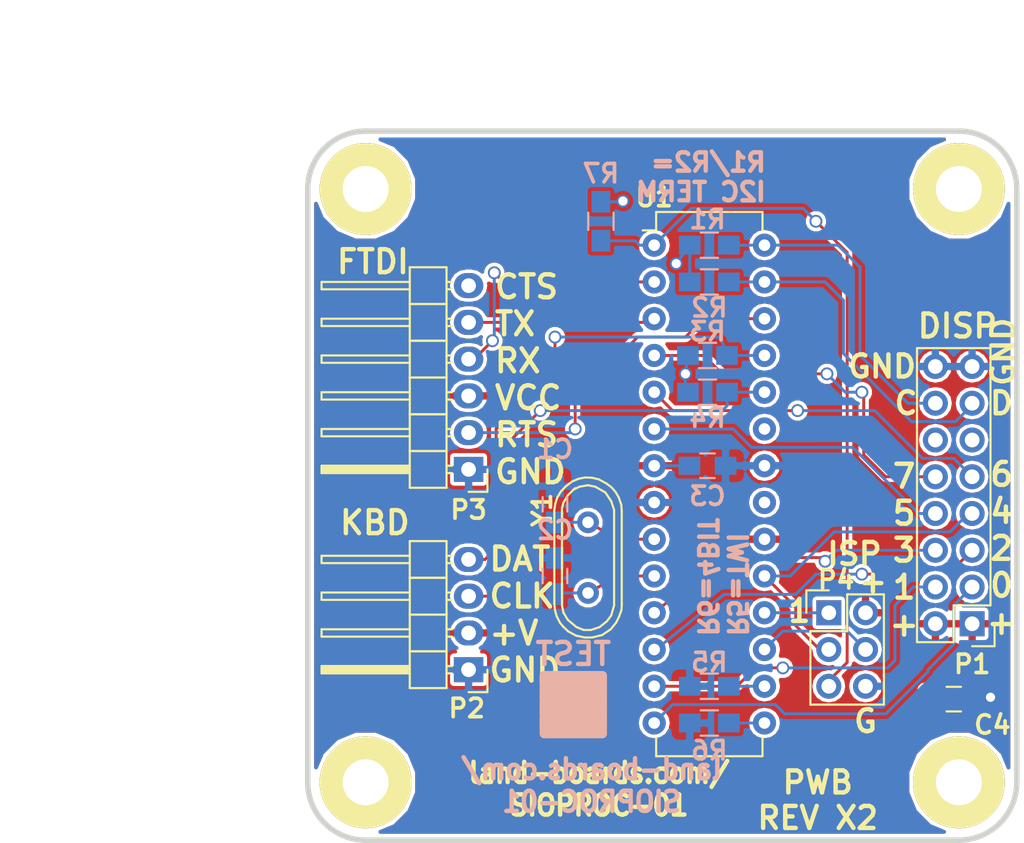
<source format=kicad_pcb>
(kicad_pcb (version 4) (host pcbnew 4.0.1-stable)

  (general
    (links 55)
    (no_connects 0)
    (area 154.809499 79.809499 204.190501 129.190501)
    (thickness 1.6002)
    (drawings 34)
    (tracks 173)
    (zones 0)
    (modules 22)
    (nets 25)
  )

  (page A)
  (title_block
    (title LED-TEST-2)
    (date "Thursday, October 06, 2016")
    (rev X1)
  )

  (layers
    (0 Front signal)
    (31 Back signal)
    (36 B.SilkS user)
    (37 F.SilkS user)
    (38 B.Mask user)
    (39 F.Mask user)
    (40 Dwgs.User user)
    (41 Cmts.User user)
    (44 Edge.Cuts user)
  )

  (setup
    (last_trace_width 0.2032)
    (user_trace_width 0.635)
    (trace_clearance 0.254)
    (zone_clearance 0.254)
    (zone_45_only no)
    (trace_min 0.2032)
    (segment_width 0.381)
    (edge_width 0.381)
    (via_size 0.889)
    (via_drill 0.635)
    (via_min_size 0.889)
    (via_min_drill 0.508)
    (uvia_size 0.508)
    (uvia_drill 0.127)
    (uvias_allowed no)
    (uvia_min_size 0.508)
    (uvia_min_drill 0.127)
    (pcb_text_width 0.3048)
    (pcb_text_size 1.524 2.032)
    (mod_edge_width 0.381)
    (mod_text_size 1.27 1.27)
    (mod_text_width 0.254)
    (pad_size 1.6764 1.6764)
    (pad_drill 0.8128)
    (pad_to_mask_clearance 0.254)
    (aux_axis_origin 186.69 93.091)
    (visible_elements 7FFFFF6F)
    (pcbplotparams
      (layerselection 0x010f0_80000001)
      (usegerberextensions true)
      (excludeedgelayer true)
      (linewidth 0.150000)
      (plotframeref false)
      (viasonmask false)
      (mode 1)
      (useauxorigin false)
      (hpglpennumber 1)
      (hpglpenspeed 20)
      (hpglpendiameter 15)
      (hpglpenoverlay 0)
      (psnegative false)
      (psa4output false)
      (plotreference true)
      (plotvalue false)
      (plotinvisibletext false)
      (padsonsilk false)
      (subtractmaskfromsilk false)
      (outputformat 1)
      (mirror false)
      (drillshape 0)
      (scaleselection 1)
      (outputdirectory plots/))
  )

  (net 0 "")
  (net 1 "Net-(C1-Pad1)")
  (net 2 GND)
  (net 3 "Net-(C2-Pad1)")
  (net 4 VCC)
  (net 5 /ID0)
  (net 6 /ID1)
  (net 7 /ID2)
  (net 8 /ID3)
  (net 9 /ID4)
  (net 10 /ID5)
  (net 11 /ID6)
  (net 12 /ID7)
  (net 13 /ACKSDA)
  (net 14 /AVAILSCL)
  (net 15 /KBCLK)
  (net 16 /KBDAT)
  (net 17 /RX)
  (net 18 /TX)
  (net 19 /TWI)
  (net 20 /BIT4)
  (net 21 /~RESET)
  (net 22 /MOSI)
  (net 23 /MISO)
  (net 24 "Net-(P3-Pad2)")

  (net_class Default "This is the default net class."
    (clearance 0.254)
    (trace_width 0.2032)
    (via_dia 0.889)
    (via_drill 0.635)
    (uvia_dia 0.508)
    (uvia_drill 0.127)
    (add_net /ACKSDA)
    (add_net /AVAILSCL)
    (add_net /BIT4)
    (add_net /ID0)
    (add_net /ID1)
    (add_net /ID2)
    (add_net /ID3)
    (add_net /ID4)
    (add_net /ID5)
    (add_net /ID6)
    (add_net /ID7)
    (add_net /KBCLK)
    (add_net /KBDAT)
    (add_net /MISO)
    (add_net /MOSI)
    (add_net /RX)
    (add_net /TWI)
    (add_net /TX)
    (add_net /~RESET)
    (add_net GND)
    (add_net "Net-(C1-Pad1)")
    (add_net "Net-(C2-Pad1)")
    (add_net "Net-(P3-Pad2)")
    (add_net VCC)
  )

  (module MTG-4-40 (layer Front) (tedit 50F036E3) (tstamp 51B4F699)
    (at 200 125)
    (path /50D9D700)
    (fp_text reference MTG4 (at -6.858 -0.635) (layer F.SilkS) hide
      (effects (font (size 1.27 1.27) (thickness 0.254)))
    )
    (fp_text value CONN_1 (at 0 -5.08) (layer F.SilkS) hide
      (effects (font (thickness 0.3048)))
    )
    (pad 1 thru_hole circle (at 0 0) (size 6.35 6.35) (drill 3.175) (layers *.Cu *.Mask F.SilkS))
  )

  (module MTG-4-40 (layer Front) (tedit 50F036E3) (tstamp 51B4F69E)
    (at 159 125)
    (path /50D9D6F9)
    (fp_text reference MTG3 (at -6.858 -0.635) (layer F.SilkS) hide
      (effects (font (size 1.27 1.27) (thickness 0.254)))
    )
    (fp_text value CONN_1 (at 0 -5.08) (layer F.SilkS) hide
      (effects (font (thickness 0.3048)))
    )
    (pad 1 thru_hole circle (at 0 0) (size 6.35 6.35) (drill 3.175) (layers *.Cu *.Mask F.SilkS))
  )

  (module MTG-4-40 (layer Front) (tedit 50F036E3) (tstamp 51B4F6A3)
    (at 200 84)
    (path /50D9D6F4)
    (fp_text reference MTG2 (at -6.858 -0.635) (layer F.SilkS) hide
      (effects (font (size 1.27 1.27) (thickness 0.254)))
    )
    (fp_text value CONN_1 (at 0 -5.08) (layer F.SilkS) hide
      (effects (font (thickness 0.3048)))
    )
    (pad 1 thru_hole circle (at 0 0) (size 6.35 6.35) (drill 3.175) (layers *.Cu *.Mask F.SilkS))
  )

  (module MTG-4-40 (layer Front) (tedit 50F036E3) (tstamp 51B4F6A8)
    (at 159 84)
    (path /50D9D6EF)
    (fp_text reference MTG1 (at -6.858 -0.635) (layer F.SilkS) hide
      (effects (font (size 1.27 1.27) (thickness 0.254)))
    )
    (fp_text value CONN_1 (at 0 -5.08) (layer F.SilkS) hide
      (effects (font (thickness 0.3048)))
    )
    (pad 1 thru_hole circle (at 0 0) (size 6.35 6.35) (drill 3.175) (layers *.Cu *.Mask F.SilkS))
  )

  (module Capacitors_SMD:C_0805_HandSoldering (layer Back) (tedit 5820C573) (tstamp 5820C99C)
    (at 172.085 105.791 90)
    (descr "Capacitor SMD 0805, hand soldering")
    (tags "capacitor 0805")
    (path /5820BAF7)
    (attr smd)
    (fp_text reference C1 (at 3.81 0 360) (layer B.SilkS)
      (effects (font (size 1.27 1.27) (thickness 0.254)) (justify mirror))
    )
    (fp_text value 22pF (at 0 -2.1 90) (layer B.SilkS) hide
      (effects (font (size 1 1) (thickness 0.15)) (justify mirror))
    )
    (fp_line (start -1 -0.625) (end -1 0.625) (layer B.Fab) (width 0.15))
    (fp_line (start 1 -0.625) (end -1 -0.625) (layer B.Fab) (width 0.15))
    (fp_line (start 1 0.625) (end 1 -0.625) (layer B.Fab) (width 0.15))
    (fp_line (start -1 0.625) (end 1 0.625) (layer B.Fab) (width 0.15))
    (fp_line (start -2.3 1) (end 2.3 1) (layer B.CrtYd) (width 0.05))
    (fp_line (start -2.3 -1) (end 2.3 -1) (layer B.CrtYd) (width 0.05))
    (fp_line (start -2.3 1) (end -2.3 -1) (layer B.CrtYd) (width 0.05))
    (fp_line (start 2.3 1) (end 2.3 -1) (layer B.CrtYd) (width 0.05))
    (fp_line (start 0.5 0.85) (end -0.5 0.85) (layer B.SilkS) (width 0.15))
    (fp_line (start -0.5 -0.85) (end 0.5 -0.85) (layer B.SilkS) (width 0.15))
    (pad 1 smd rect (at -1.25 0 90) (size 1.5 1.25) (layers Back B.Mask)
      (net 1 "Net-(C1-Pad1)"))
    (pad 2 smd rect (at 1.25 0 90) (size 1.5 1.25) (layers Back B.Mask)
      (net 2 GND))
    (model Capacitors_SMD.3dshapes/C_0805_HandSoldering.wrl
      (at (xyz 0 0 0))
      (scale (xyz 1 1 1))
      (rotate (xyz 0 0 0))
    )
  )

  (module Capacitors_SMD:C_0805_HandSoldering (layer Back) (tedit 58261567) (tstamp 5820C9AC)
    (at 172.085 110.744 90)
    (descr "Capacitor SMD 0805, hand soldering")
    (tags "capacitor 0805")
    (path /5820BB51)
    (attr smd)
    (fp_text reference C2 (at 3.175 0 360) (layer B.SilkS)
      (effects (font (size 1.27 1.27) (thickness 0.254)) (justify mirror))
    )
    (fp_text value 22pF (at 0 -2.1 90) (layer B.SilkS) hide
      (effects (font (size 1 1) (thickness 0.15)) (justify mirror))
    )
    (fp_line (start -1 -0.625) (end -1 0.625) (layer B.Fab) (width 0.15))
    (fp_line (start 1 -0.625) (end -1 -0.625) (layer B.Fab) (width 0.15))
    (fp_line (start 1 0.625) (end 1 -0.625) (layer B.Fab) (width 0.15))
    (fp_line (start -1 0.625) (end 1 0.625) (layer B.Fab) (width 0.15))
    (fp_line (start -2.3 1) (end 2.3 1) (layer B.CrtYd) (width 0.05))
    (fp_line (start -2.3 -1) (end 2.3 -1) (layer B.CrtYd) (width 0.05))
    (fp_line (start -2.3 1) (end -2.3 -1) (layer B.CrtYd) (width 0.05))
    (fp_line (start 2.3 1) (end 2.3 -1) (layer B.CrtYd) (width 0.05))
    (fp_line (start 0.5 0.85) (end -0.5 0.85) (layer B.SilkS) (width 0.15))
    (fp_line (start -0.5 -0.85) (end 0.5 -0.85) (layer B.SilkS) (width 0.15))
    (pad 1 smd rect (at -1.25 0 90) (size 1.5 1.25) (layers Back B.Mask)
      (net 3 "Net-(C2-Pad1)"))
    (pad 2 smd rect (at 1.25 0 90) (size 1.5 1.25) (layers Back B.Mask)
      (net 2 GND))
    (model Capacitors_SMD.3dshapes/C_0805_HandSoldering.wrl
      (at (xyz 0 0 0))
      (scale (xyz 1 1 1))
      (rotate (xyz 0 0 0))
    )
  )

  (module Pin_Headers:Pin_Header_Straight_2x08 (layer Front) (tedit 5820C579) (tstamp 5820C9CC)
    (at 200.914 114.046 180)
    (descr "Through hole pin header")
    (tags "pin header")
    (path /5820CDBE)
    (fp_text reference P1 (at 0 -2.794 180) (layer F.SilkS)
      (effects (font (size 1.27 1.27) (thickness 0.254)))
    )
    (fp_text value CONN_02X08 (at 0 -3.1 180) (layer F.SilkS) hide
      (effects (font (size 1 1) (thickness 0.15)))
    )
    (fp_line (start -1.75 -1.75) (end -1.75 19.55) (layer F.CrtYd) (width 0.05))
    (fp_line (start 4.3 -1.75) (end 4.3 19.55) (layer F.CrtYd) (width 0.05))
    (fp_line (start -1.75 -1.75) (end 4.3 -1.75) (layer F.CrtYd) (width 0.05))
    (fp_line (start -1.75 19.55) (end 4.3 19.55) (layer F.CrtYd) (width 0.05))
    (fp_line (start 3.81 19.05) (end 3.81 -1.27) (layer F.SilkS) (width 0.15))
    (fp_line (start -1.27 1.27) (end -1.27 19.05) (layer F.SilkS) (width 0.15))
    (fp_line (start 3.81 19.05) (end -1.27 19.05) (layer F.SilkS) (width 0.15))
    (fp_line (start 3.81 -1.27) (end 1.27 -1.27) (layer F.SilkS) (width 0.15))
    (fp_line (start 0 -1.55) (end -1.55 -1.55) (layer F.SilkS) (width 0.15))
    (fp_line (start 1.27 -1.27) (end 1.27 1.27) (layer F.SilkS) (width 0.15))
    (fp_line (start 1.27 1.27) (end -1.27 1.27) (layer F.SilkS) (width 0.15))
    (fp_line (start -1.55 -1.55) (end -1.55 0) (layer F.SilkS) (width 0.15))
    (pad 1 thru_hole rect (at 0 0 180) (size 1.7272 1.7272) (drill 1.016) (layers *.Cu *.Mask)
      (net 4 VCC))
    (pad 2 thru_hole oval (at 2.54 0 180) (size 1.7272 1.7272) (drill 1.016) (layers *.Cu *.Mask)
      (net 4 VCC))
    (pad 3 thru_hole oval (at 0 2.54 180) (size 1.7272 1.7272) (drill 1.016) (layers *.Cu *.Mask)
      (net 5 /ID0))
    (pad 4 thru_hole oval (at 2.54 2.54 180) (size 1.7272 1.7272) (drill 1.016) (layers *.Cu *.Mask)
      (net 6 /ID1))
    (pad 5 thru_hole oval (at 0 5.08 180) (size 1.7272 1.7272) (drill 1.016) (layers *.Cu *.Mask)
      (net 7 /ID2))
    (pad 6 thru_hole oval (at 2.54 5.08 180) (size 1.7272 1.7272) (drill 1.016) (layers *.Cu *.Mask)
      (net 8 /ID3))
    (pad 7 thru_hole oval (at 0 7.62 180) (size 1.7272 1.7272) (drill 1.016) (layers *.Cu *.Mask)
      (net 9 /ID4))
    (pad 8 thru_hole oval (at 2.54 7.62 180) (size 1.7272 1.7272) (drill 1.016) (layers *.Cu *.Mask)
      (net 10 /ID5))
    (pad 9 thru_hole oval (at 0 10.16 180) (size 1.7272 1.7272) (drill 1.016) (layers *.Cu *.Mask)
      (net 11 /ID6))
    (pad 10 thru_hole oval (at 2.54 10.16 180) (size 1.7272 1.7272) (drill 1.016) (layers *.Cu *.Mask)
      (net 12 /ID7))
    (pad 11 thru_hole oval (at 0 12.7 180) (size 1.7272 1.7272) (drill 1.016) (layers *.Cu *.Mask))
    (pad 12 thru_hole oval (at 2.54 12.7 180) (size 1.7272 1.7272) (drill 1.016) (layers *.Cu *.Mask))
    (pad 13 thru_hole oval (at 0 15.24 180) (size 1.7272 1.7272) (drill 1.016) (layers *.Cu *.Mask)
      (net 13 /ACKSDA))
    (pad 14 thru_hole oval (at 2.54 15.24 180) (size 1.7272 1.7272) (drill 1.016) (layers *.Cu *.Mask)
      (net 14 /AVAILSCL))
    (pad 15 thru_hole oval (at 0 17.78 180) (size 1.7272 1.7272) (drill 1.016) (layers *.Cu *.Mask)
      (net 2 GND))
    (pad 16 thru_hole oval (at 2.54 17.78 180) (size 1.7272 1.7272) (drill 1.016) (layers *.Cu *.Mask)
      (net 2 GND))
    (model Pin_Headers.3dshapes/Pin_Header_Straight_2x08.wrl
      (at (xyz 0.05 -0.35 0))
      (scale (xyz 1 1 1))
      (rotate (xyz 0 0 90))
    )
  )

  (module Resistors_SMD:R_0805_HandSoldering (layer Back) (tedit 58237E49) (tstamp 5820C9D8)
    (at 182.626 98.044 180)
    (descr "Resistor SMD 0805, hand soldering")
    (tags "resistor 0805")
    (path /5820C889)
    (attr smd)
    (fp_text reference R4 (at 0 -1.778 180) (layer B.SilkS)
      (effects (font (size 1.27 1.27) (thickness 0.254)) (justify mirror))
    )
    (fp_text value 470 (at 0 -2.1 180) (layer B.SilkS) hide
      (effects (font (size 1 1) (thickness 0.15)) (justify mirror))
    )
    (fp_line (start -2.4 1) (end 2.4 1) (layer B.CrtYd) (width 0.05))
    (fp_line (start -2.4 -1) (end 2.4 -1) (layer B.CrtYd) (width 0.05))
    (fp_line (start -2.4 1) (end -2.4 -1) (layer B.CrtYd) (width 0.05))
    (fp_line (start 2.4 1) (end 2.4 -1) (layer B.CrtYd) (width 0.05))
    (fp_line (start 0.6 -0.875) (end -0.6 -0.875) (layer B.SilkS) (width 0.15))
    (fp_line (start -0.6 0.875) (end 0.6 0.875) (layer B.SilkS) (width 0.15))
    (pad 1 smd rect (at -1.35 0 180) (size 1.5 1.3) (layers Back B.Mask)
      (net 15 /KBCLK))
    (pad 2 smd rect (at 1.35 0 180) (size 1.5 1.3) (layers Back B.Mask)
      (net 4 VCC))
    (model Resistors_SMD.3dshapes/R_0805_HandSoldering.wrl
      (at (xyz 0 0 0))
      (scale (xyz 1 1 1))
      (rotate (xyz 0 0 0))
    )
  )

  (module Resistors_SMD:R_0805_HandSoldering (layer Back) (tedit 58237E42) (tstamp 5820C9E4)
    (at 182.626 95.504 180)
    (descr "Resistor SMD 0805, hand soldering")
    (tags "resistor 0805")
    (path /582399F6)
    (attr smd)
    (fp_text reference R3 (at 0 1.651 180) (layer B.SilkS)
      (effects (font (size 1.27 1.27) (thickness 0.254)) (justify mirror))
    )
    (fp_text value 470 (at 0 -2.1 180) (layer B.SilkS) hide
      (effects (font (size 1 1) (thickness 0.15)) (justify mirror))
    )
    (fp_line (start -2.4 1) (end 2.4 1) (layer B.CrtYd) (width 0.05))
    (fp_line (start -2.4 -1) (end 2.4 -1) (layer B.CrtYd) (width 0.05))
    (fp_line (start -2.4 1) (end -2.4 -1) (layer B.CrtYd) (width 0.05))
    (fp_line (start 2.4 1) (end 2.4 -1) (layer B.CrtYd) (width 0.05))
    (fp_line (start 0.6 -0.875) (end -0.6 -0.875) (layer B.SilkS) (width 0.15))
    (fp_line (start -0.6 0.875) (end 0.6 0.875) (layer B.SilkS) (width 0.15))
    (pad 1 smd rect (at -1.35 0 180) (size 1.5 1.3) (layers Back B.Mask)
      (net 16 /KBDAT))
    (pad 2 smd rect (at 1.35 0 180) (size 1.5 1.3) (layers Back B.Mask)
      (net 4 VCC))
    (model Resistors_SMD.3dshapes/R_0805_HandSoldering.wrl
      (at (xyz 0 0 0))
      (scale (xyz 1 1 1))
      (rotate (xyz 0 0 0))
    )
  )

  (module Housings_DIP:DIP-28_W7.62mm (layer Front) (tedit 5820B9BB) (tstamp 5820CA0F)
    (at 178.943 87.884)
    (descr "28-lead dip package, row spacing 7.62 mm (300 mils)")
    (tags "dil dip 2.54 300")
    (path /5820B4C2)
    (fp_text reference U1 (at 0 -3.302) (layer F.SilkS)
      (effects (font (size 1.27 1.27) (thickness 0.254)))
    )
    (fp_text value ATMEGA328-PU (at 0 -3.72) (layer F.SilkS) hide
      (effects (font (size 1 1) (thickness 0.15)))
    )
    (fp_line (start -1.05 -2.45) (end -1.05 35.5) (layer F.CrtYd) (width 0.05))
    (fp_line (start 8.65 -2.45) (end 8.65 35.5) (layer F.CrtYd) (width 0.05))
    (fp_line (start -1.05 -2.45) (end 8.65 -2.45) (layer F.CrtYd) (width 0.05))
    (fp_line (start -1.05 35.5) (end 8.65 35.5) (layer F.CrtYd) (width 0.05))
    (fp_line (start 0.135 -2.295) (end 0.135 -1.025) (layer F.SilkS) (width 0.15))
    (fp_line (start 7.485 -2.295) (end 7.485 -1.025) (layer F.SilkS) (width 0.15))
    (fp_line (start 7.485 35.315) (end 7.485 34.045) (layer F.SilkS) (width 0.15))
    (fp_line (start 0.135 35.315) (end 0.135 34.045) (layer F.SilkS) (width 0.15))
    (fp_line (start 0.135 -2.295) (end 7.485 -2.295) (layer F.SilkS) (width 0.15))
    (fp_line (start 0.135 35.315) (end 7.485 35.315) (layer F.SilkS) (width 0.15))
    (fp_line (start 0.135 -1.025) (end -0.8 -1.025) (layer F.SilkS) (width 0.15))
    (pad 1 thru_hole oval (at 0 0) (size 1.6 1.6) (drill 0.8) (layers *.Cu *.Mask)
      (net 21 /~RESET))
    (pad 2 thru_hole oval (at 0 2.54) (size 1.6 1.6) (drill 0.8) (layers *.Cu *.Mask)
      (net 17 /RX))
    (pad 3 thru_hole oval (at 0 5.08) (size 1.6 1.6) (drill 0.8) (layers *.Cu *.Mask)
      (net 18 /TX))
    (pad 4 thru_hole oval (at 0 7.62) (size 1.6 1.6) (drill 0.8) (layers *.Cu *.Mask)
      (net 12 /ID7))
    (pad 5 thru_hole oval (at 0 10.16) (size 1.6 1.6) (drill 0.8) (layers *.Cu *.Mask)
      (net 11 /ID6))
    (pad 6 thru_hole oval (at 0 12.7) (size 1.6 1.6) (drill 0.8) (layers *.Cu *.Mask)
      (net 10 /ID5))
    (pad 7 thru_hole oval (at 0 15.24) (size 1.6 1.6) (drill 0.8) (layers *.Cu *.Mask)
      (net 4 VCC))
    (pad 8 thru_hole oval (at 0 17.78) (size 1.6 1.6) (drill 0.8) (layers *.Cu *.Mask)
      (net 2 GND))
    (pad 9 thru_hole oval (at 0 20.32) (size 1.6 1.6) (drill 0.8) (layers *.Cu *.Mask)
      (net 1 "Net-(C1-Pad1)"))
    (pad 10 thru_hole oval (at 0 22.86) (size 1.6 1.6) (drill 0.8) (layers *.Cu *.Mask)
      (net 3 "Net-(C2-Pad1)"))
    (pad 11 thru_hole oval (at 0 25.4) (size 1.6 1.6) (drill 0.8) (layers *.Cu *.Mask)
      (net 8 /ID3))
    (pad 12 thru_hole oval (at 0 27.94) (size 1.6 1.6) (drill 0.8) (layers *.Cu *.Mask)
      (net 7 /ID2))
    (pad 13 thru_hole oval (at 0 30.48) (size 1.6 1.6) (drill 0.8) (layers *.Cu *.Mask)
      (net 6 /ID1))
    (pad 14 thru_hole oval (at 0 33.02) (size 1.6 1.6) (drill 0.8) (layers *.Cu *.Mask)
      (net 5 /ID0))
    (pad 15 thru_hole oval (at 7.62 33.02) (size 1.6 1.6) (drill 0.8) (layers *.Cu *.Mask)
      (net 20 /BIT4))
    (pad 16 thru_hole oval (at 7.62 30.48) (size 1.6 1.6) (drill 0.8) (layers *.Cu *.Mask)
      (net 19 /TWI))
    (pad 17 thru_hole oval (at 7.62 27.94) (size 1.6 1.6) (drill 0.8) (layers *.Cu *.Mask)
      (net 22 /MOSI))
    (pad 18 thru_hole oval (at 7.62 25.4) (size 1.6 1.6) (drill 0.8) (layers *.Cu *.Mask)
      (net 23 /MISO))
    (pad 19 thru_hole oval (at 7.62 22.86) (size 1.6 1.6) (drill 0.8) (layers *.Cu *.Mask)
      (net 9 /ID4))
    (pad 20 thru_hole oval (at 7.62 20.32) (size 1.6 1.6) (drill 0.8) (layers *.Cu *.Mask)
      (net 4 VCC))
    (pad 21 thru_hole oval (at 7.62 17.78) (size 1.6 1.6) (drill 0.8) (layers *.Cu *.Mask))
    (pad 22 thru_hole oval (at 7.62 15.24) (size 1.6 1.6) (drill 0.8) (layers *.Cu *.Mask)
      (net 2 GND))
    (pad 23 thru_hole oval (at 7.62 12.7) (size 1.6 1.6) (drill 0.8) (layers *.Cu *.Mask))
    (pad 24 thru_hole oval (at 7.62 10.16) (size 1.6 1.6) (drill 0.8) (layers *.Cu *.Mask)
      (net 15 /KBCLK))
    (pad 25 thru_hole oval (at 7.62 7.62) (size 1.6 1.6) (drill 0.8) (layers *.Cu *.Mask)
      (net 16 /KBDAT))
    (pad 26 thru_hole oval (at 7.62 5.08) (size 1.6 1.6) (drill 0.8) (layers *.Cu *.Mask)
      (net 24 "Net-(P3-Pad2)"))
    (pad 27 thru_hole oval (at 7.62 2.54) (size 1.6 1.6) (drill 0.8) (layers *.Cu *.Mask)
      (net 13 /ACKSDA))
    (pad 28 thru_hole oval (at 7.62 0) (size 1.6 1.6) (drill 0.8) (layers *.Cu *.Mask)
      (net 14 /AVAILSCL))
    (model Housings_DIP.3dshapes/DIP-28_W7.62mm.wrl
      (at (xyz 0 0 0))
      (scale (xyz 1 1 1))
      (rotate (xyz 0 0 0))
    )
  )

  (module Crystals:Crystal_HC49-U_Vertical (layer Front) (tedit 5826122A) (tstamp 5820CA67)
    (at 174.371 109.474 90)
    (descr "Crystal Quarz HC49/U vertical stehend")
    (tags "Crystal Quarz HC49/U vertical stehend")
    (path /5820BAAA)
    (fp_text reference Y1 (at 3.302 -3.175 90) (layer F.SilkS)
      (effects (font (size 1.27 1.27) (thickness 0.254)))
    )
    (fp_text value 11.0592MHz (at 0 3.81 90) (layer F.SilkS) hide
      (effects (font (size 1 1) (thickness 0.15)))
    )
    (fp_line (start 4.699 -1.00076) (end 4.89966 -0.59944) (layer F.SilkS) (width 0.15))
    (fp_line (start 4.89966 -0.59944) (end 5.00126 0) (layer F.SilkS) (width 0.15))
    (fp_line (start 5.00126 0) (end 4.89966 0.50038) (layer F.SilkS) (width 0.15))
    (fp_line (start 4.89966 0.50038) (end 4.50088 1.19888) (layer F.SilkS) (width 0.15))
    (fp_line (start 4.50088 1.19888) (end 3.8989 1.6002) (layer F.SilkS) (width 0.15))
    (fp_line (start 3.8989 1.6002) (end 3.29946 1.80086) (layer F.SilkS) (width 0.15))
    (fp_line (start 3.29946 1.80086) (end -3.29946 1.80086) (layer F.SilkS) (width 0.15))
    (fp_line (start -3.29946 1.80086) (end -4.0005 1.6002) (layer F.SilkS) (width 0.15))
    (fp_line (start -4.0005 1.6002) (end -4.39928 1.30048) (layer F.SilkS) (width 0.15))
    (fp_line (start -4.39928 1.30048) (end -4.8006 0.8001) (layer F.SilkS) (width 0.15))
    (fp_line (start -4.8006 0.8001) (end -5.00126 0.20066) (layer F.SilkS) (width 0.15))
    (fp_line (start -5.00126 0.20066) (end -5.00126 -0.29972) (layer F.SilkS) (width 0.15))
    (fp_line (start -5.00126 -0.29972) (end -4.8006 -0.8001) (layer F.SilkS) (width 0.15))
    (fp_line (start -4.8006 -0.8001) (end -4.30022 -1.39954) (layer F.SilkS) (width 0.15))
    (fp_line (start -4.30022 -1.39954) (end -3.79984 -1.69926) (layer F.SilkS) (width 0.15))
    (fp_line (start -3.79984 -1.69926) (end -3.29946 -1.80086) (layer F.SilkS) (width 0.15))
    (fp_line (start -3.2004 -1.80086) (end 3.40106 -1.80086) (layer F.SilkS) (width 0.15))
    (fp_line (start 3.40106 -1.80086) (end 3.79984 -1.69926) (layer F.SilkS) (width 0.15))
    (fp_line (start 3.79984 -1.69926) (end 4.30022 -1.39954) (layer F.SilkS) (width 0.15))
    (fp_line (start 4.30022 -1.39954) (end 4.8006 -0.89916) (layer F.SilkS) (width 0.15))
    (fp_line (start -3.19024 -2.32918) (end -3.64998 -2.28092) (layer F.SilkS) (width 0.15))
    (fp_line (start -3.64998 -2.28092) (end -4.04876 -2.16916) (layer F.SilkS) (width 0.15))
    (fp_line (start -4.04876 -2.16916) (end -4.48056 -1.95072) (layer F.SilkS) (width 0.15))
    (fp_line (start -4.48056 -1.95072) (end -4.77012 -1.71958) (layer F.SilkS) (width 0.15))
    (fp_line (start -4.77012 -1.71958) (end -5.10032 -1.36906) (layer F.SilkS) (width 0.15))
    (fp_line (start -5.10032 -1.36906) (end -5.38988 -0.83058) (layer F.SilkS) (width 0.15))
    (fp_line (start -5.38988 -0.83058) (end -5.51942 -0.23114) (layer F.SilkS) (width 0.15))
    (fp_line (start -5.51942 -0.23114) (end -5.51942 0.2794) (layer F.SilkS) (width 0.15))
    (fp_line (start -5.51942 0.2794) (end -5.34924 0.98044) (layer F.SilkS) (width 0.15))
    (fp_line (start -5.34924 0.98044) (end -4.95046 1.56972) (layer F.SilkS) (width 0.15))
    (fp_line (start -4.95046 1.56972) (end -4.49072 1.94056) (layer F.SilkS) (width 0.15))
    (fp_line (start -4.49072 1.94056) (end -4.06908 2.14884) (layer F.SilkS) (width 0.15))
    (fp_line (start -4.06908 2.14884) (end -3.6195 2.30886) (layer F.SilkS) (width 0.15))
    (fp_line (start -3.6195 2.30886) (end -3.18008 2.33934) (layer F.SilkS) (width 0.15))
    (fp_line (start 4.16052 2.1209) (end 4.53898 1.89992) (layer F.SilkS) (width 0.15))
    (fp_line (start 4.53898 1.89992) (end 4.85902 1.62052) (layer F.SilkS) (width 0.15))
    (fp_line (start 4.85902 1.62052) (end 5.11048 1.29032) (layer F.SilkS) (width 0.15))
    (fp_line (start 5.11048 1.29032) (end 5.4102 0.73914) (layer F.SilkS) (width 0.15))
    (fp_line (start 5.4102 0.73914) (end 5.51942 0.26924) (layer F.SilkS) (width 0.15))
    (fp_line (start 5.51942 0.26924) (end 5.53974 -0.1905) (layer F.SilkS) (width 0.15))
    (fp_line (start 5.53974 -0.1905) (end 5.45084 -0.65024) (layer F.SilkS) (width 0.15))
    (fp_line (start 5.45084 -0.65024) (end 5.26034 -1.09982) (layer F.SilkS) (width 0.15))
    (fp_line (start 5.26034 -1.09982) (end 4.89966 -1.56972) (layer F.SilkS) (width 0.15))
    (fp_line (start 4.89966 -1.56972) (end 4.54914 -1.88976) (layer F.SilkS) (width 0.15))
    (fp_line (start 4.54914 -1.88976) (end 4.16052 -2.1209) (layer F.SilkS) (width 0.15))
    (fp_line (start 4.16052 -2.1209) (end 3.73126 -2.2606) (layer F.SilkS) (width 0.15))
    (fp_line (start 3.73126 -2.2606) (end 3.2893 -2.32918) (layer F.SilkS) (width 0.15))
    (fp_line (start -3.2004 2.32918) (end 3.2512 2.32918) (layer F.SilkS) (width 0.15))
    (fp_line (start 3.2512 2.32918) (end 3.6703 2.29108) (layer F.SilkS) (width 0.15))
    (fp_line (start 3.6703 2.29108) (end 4.16052 2.1209) (layer F.SilkS) (width 0.15))
    (fp_line (start -3.2004 -2.32918) (end 3.2512 -2.32918) (layer F.SilkS) (width 0.15))
    (pad 1 thru_hole circle (at -2.44094 0 90) (size 1.50114 1.50114) (drill 0.8001) (layers *.Cu *.Mask)
      (net 3 "Net-(C2-Pad1)"))
    (pad 2 thru_hole circle (at 2.44094 0 90) (size 1.50114 1.50114) (drill 0.8001) (layers *.Cu *.Mask)
      (net 1 "Net-(C1-Pad1)"))
  )

  (module Resistors_SMD:R_0805_HandSoldering (layer Back) (tedit 58237E54) (tstamp 5820D29E)
    (at 182.753 118.364)
    (descr "Resistor SMD 0805, hand soldering")
    (tags "resistor 0805")
    (path /5820C2E4)
    (attr smd)
    (fp_text reference R5 (at 0 -1.651) (layer B.SilkS)
      (effects (font (size 1.27 1.27) (thickness 0.254)) (justify mirror))
    )
    (fp_text value NONE (at 0 -2.1) (layer F.SilkS) hide
      (effects (font (size 1 1) (thickness 0.15)))
    )
    (fp_line (start -2.4 1) (end 2.4 1) (layer B.CrtYd) (width 0.05))
    (fp_line (start -2.4 -1) (end 2.4 -1) (layer B.CrtYd) (width 0.05))
    (fp_line (start -2.4 1) (end -2.4 -1) (layer B.CrtYd) (width 0.05))
    (fp_line (start 2.4 1) (end 2.4 -1) (layer B.CrtYd) (width 0.05))
    (fp_line (start 0.6 -0.875) (end -0.6 -0.875) (layer B.SilkS) (width 0.15))
    (fp_line (start -0.6 0.875) (end 0.6 0.875) (layer B.SilkS) (width 0.15))
    (pad 1 smd rect (at -1.35 0) (size 1.5 1.3) (layers Back B.Mask)
      (net 2 GND))
    (pad 2 smd rect (at 1.35 0) (size 1.5 1.3) (layers Back B.Mask)
      (net 19 /TWI))
    (model Resistors_SMD.3dshapes/R_0805_HandSoldering.wrl
      (at (xyz 0 0 0))
      (scale (xyz 1 1 1))
      (rotate (xyz 0 0 0))
    )
  )

  (module Resistors_SMD:R_0805_HandSoldering (layer Back) (tedit 58237E50) (tstamp 5820D2AA)
    (at 182.753 120.904)
    (descr "Resistor SMD 0805, hand soldering")
    (tags "resistor 0805")
    (path /5820C43C)
    (attr smd)
    (fp_text reference R6 (at 0 1.905 180) (layer B.SilkS)
      (effects (font (size 1.27 1.27) (thickness 0.254)) (justify mirror))
    )
    (fp_text value NONE (at 0 -2.1) (layer F.SilkS) hide
      (effects (font (size 1 1) (thickness 0.15)))
    )
    (fp_line (start -2.4 1) (end 2.4 1) (layer B.CrtYd) (width 0.05))
    (fp_line (start -2.4 -1) (end 2.4 -1) (layer B.CrtYd) (width 0.05))
    (fp_line (start -2.4 1) (end -2.4 -1) (layer B.CrtYd) (width 0.05))
    (fp_line (start 2.4 1) (end 2.4 -1) (layer B.CrtYd) (width 0.05))
    (fp_line (start 0.6 -0.875) (end -0.6 -0.875) (layer B.SilkS) (width 0.15))
    (fp_line (start -0.6 0.875) (end 0.6 0.875) (layer B.SilkS) (width 0.15))
    (pad 1 smd rect (at -1.35 0) (size 1.5 1.3) (layers Back B.Mask)
      (net 2 GND))
    (pad 2 smd rect (at 1.35 0) (size 1.5 1.3) (layers Back B.Mask)
      (net 20 /BIT4))
    (model Resistors_SMD.3dshapes/R_0805_HandSoldering.wrl
      (at (xyz 0 0 0))
      (scale (xyz 1 1 1))
      (rotate (xyz 0 0 0))
    )
  )

  (module Resistors_SMD:R_0805_HandSoldering (layer Back) (tedit 58237E3C) (tstamp 58235945)
    (at 182.753 90.424 180)
    (descr "Resistor SMD 0805, hand soldering")
    (tags "resistor 0805")
    (path /58235E49)
    (attr smd)
    (fp_text reference R2 (at 0 -1.778 180) (layer B.SilkS)
      (effects (font (size 1.27 1.27) (thickness 0.254)) (justify mirror))
    )
    (fp_text value OPEN (at 0 -2.1 180) (layer F.SilkS) hide
      (effects (font (size 1 1) (thickness 0.15)))
    )
    (fp_line (start -2.4 1) (end 2.4 1) (layer B.CrtYd) (width 0.05))
    (fp_line (start -2.4 -1) (end 2.4 -1) (layer B.CrtYd) (width 0.05))
    (fp_line (start -2.4 1) (end -2.4 -1) (layer B.CrtYd) (width 0.05))
    (fp_line (start 2.4 1) (end 2.4 -1) (layer B.CrtYd) (width 0.05))
    (fp_line (start 0.6 -0.875) (end -0.6 -0.875) (layer B.SilkS) (width 0.15))
    (fp_line (start -0.6 0.875) (end 0.6 0.875) (layer B.SilkS) (width 0.15))
    (pad 1 smd rect (at -1.35 0 180) (size 1.5 1.3) (layers Back B.Mask)
      (net 13 /ACKSDA))
    (pad 2 smd rect (at 1.35 0 180) (size 1.5 1.3) (layers Back B.Mask)
      (net 4 VCC))
    (model Resistors_SMD.3dshapes/R_0805_HandSoldering.wrl
      (at (xyz 0 0 0))
      (scale (xyz 1 1 1))
      (rotate (xyz 0 0 0))
    )
  )

  (module Resistors_SMD:R_0805_HandSoldering (layer Back) (tedit 58237E35) (tstamp 58235951)
    (at 182.753 87.884)
    (descr "Resistor SMD 0805, hand soldering")
    (tags "resistor 0805")
    (path /58235DB4)
    (attr smd)
    (fp_text reference R1 (at -0.127 -1.778) (layer B.SilkS)
      (effects (font (size 1.27 1.27) (thickness 0.254)) (justify mirror))
    )
    (fp_text value OPEN (at 0 -2.1) (layer B.SilkS) hide
      (effects (font (size 1 1) (thickness 0.15)) (justify mirror))
    )
    (fp_line (start -2.4 1) (end 2.4 1) (layer B.CrtYd) (width 0.05))
    (fp_line (start -2.4 -1) (end 2.4 -1) (layer B.CrtYd) (width 0.05))
    (fp_line (start -2.4 1) (end -2.4 -1) (layer B.CrtYd) (width 0.05))
    (fp_line (start 2.4 1) (end 2.4 -1) (layer B.CrtYd) (width 0.05))
    (fp_line (start 0.6 -0.875) (end -0.6 -0.875) (layer B.SilkS) (width 0.15))
    (fp_line (start -0.6 0.875) (end 0.6 0.875) (layer B.SilkS) (width 0.15))
    (pad 1 smd rect (at -1.35 0) (size 1.5 1.3) (layers Back B.Mask)
      (net 4 VCC))
    (pad 2 smd rect (at 1.35 0) (size 1.5 1.3) (layers Back B.Mask)
      (net 14 /AVAILSCL))
    (model Resistors_SMD.3dshapes/R_0805_HandSoldering.wrl
      (at (xyz 0 0 0))
      (scale (xyz 1 1 1))
      (rotate (xyz 0 0 0))
    )
  )

  (module Capacitors_SMD:C_0805_HandSoldering (layer Back) (tedit 582366EC) (tstamp 58236787)
    (at 182.626 103.124)
    (descr "Capacitor SMD 0805, hand soldering")
    (tags "capacitor 0805")
    (path /5823A529)
    (attr smd)
    (fp_text reference C3 (at 0 2.1) (layer B.SilkS)
      (effects (font (size 1.27 1.27) (thickness 0.254)) (justify mirror))
    )
    (fp_text value 0.1uF (at 0 -2.1) (layer B.SilkS) hide
      (effects (font (size 1 1) (thickness 0.15)) (justify mirror))
    )
    (fp_line (start -1 -0.625) (end -1 0.625) (layer B.Fab) (width 0.15))
    (fp_line (start 1 -0.625) (end -1 -0.625) (layer B.Fab) (width 0.15))
    (fp_line (start 1 0.625) (end 1 -0.625) (layer B.Fab) (width 0.15))
    (fp_line (start -1 0.625) (end 1 0.625) (layer B.Fab) (width 0.15))
    (fp_line (start -2.3 1) (end 2.3 1) (layer B.CrtYd) (width 0.05))
    (fp_line (start -2.3 -1) (end 2.3 -1) (layer B.CrtYd) (width 0.05))
    (fp_line (start -2.3 1) (end -2.3 -1) (layer B.CrtYd) (width 0.05))
    (fp_line (start 2.3 1) (end 2.3 -1) (layer B.CrtYd) (width 0.05))
    (fp_line (start 0.5 0.85) (end -0.5 0.85) (layer B.SilkS) (width 0.15))
    (fp_line (start -0.5 -0.85) (end 0.5 -0.85) (layer B.SilkS) (width 0.15))
    (pad 1 smd rect (at -1.25 0) (size 1.5 1.25) (layers Back B.Mask)
      (net 4 VCC))
    (pad 2 smd rect (at 1.25 0) (size 1.5 1.25) (layers Back B.Mask)
      (net 2 GND))
    (model Capacitors_SMD.3dshapes/C_0805_HandSoldering.wrl
      (at (xyz 0 0 0))
      (scale (xyz 1 1 1))
      (rotate (xyz 0 0 0))
    )
  )

  (module Capacitors_SMD:C_0805_HandSoldering (layer Front) (tedit 58261480) (tstamp 58236797)
    (at 199.644 119.253)
    (descr "Capacitor SMD 0805, hand soldering")
    (tags "capacitor 0805")
    (path /5823A248)
    (attr smd)
    (fp_text reference C4 (at 2.667 1.778) (layer F.SilkS)
      (effects (font (size 1.27 1.27) (thickness 0.254)))
    )
    (fp_text value 0.1uF (at 0 2.1) (layer F.SilkS) hide
      (effects (font (size 1 1) (thickness 0.15)))
    )
    (fp_line (start -1 0.625) (end -1 -0.625) (layer F.Fab) (width 0.15))
    (fp_line (start 1 0.625) (end -1 0.625) (layer F.Fab) (width 0.15))
    (fp_line (start 1 -0.625) (end 1 0.625) (layer F.Fab) (width 0.15))
    (fp_line (start -1 -0.625) (end 1 -0.625) (layer F.Fab) (width 0.15))
    (fp_line (start -2.3 -1) (end 2.3 -1) (layer F.CrtYd) (width 0.05))
    (fp_line (start -2.3 1) (end 2.3 1) (layer F.CrtYd) (width 0.05))
    (fp_line (start -2.3 -1) (end -2.3 1) (layer F.CrtYd) (width 0.05))
    (fp_line (start 2.3 -1) (end 2.3 1) (layer F.CrtYd) (width 0.05))
    (fp_line (start 0.5 -0.85) (end -0.5 -0.85) (layer F.SilkS) (width 0.15))
    (fp_line (start -0.5 0.85) (end 0.5 0.85) (layer F.SilkS) (width 0.15))
    (pad 1 smd rect (at -1.25 0) (size 1.5 1.25) (layers Front F.Mask)
      (net 4 VCC))
    (pad 2 smd rect (at 1.25 0) (size 1.5 1.25) (layers Front F.Mask)
      (net 2 GND))
    (model Capacitors_SMD.3dshapes/C_0805_HandSoldering.wrl
      (at (xyz 0 0 0))
      (scale (xyz 1 1 1))
      (rotate (xyz 0 0 0))
    )
  )

  (module Pin_Headers:Pin_Header_Angled_1x04 (layer Front) (tedit 582389E6) (tstamp 58237E4D)
    (at 166.116 117.221 180)
    (descr "Through hole pin header")
    (tags "pin header")
    (path /58238F2C)
    (fp_text reference P2 (at 0.127 -2.667 180) (layer F.SilkS)
      (effects (font (size 1.27 1.27) (thickness 0.254)))
    )
    (fp_text value CONN_01X04 (at 0 -3.1 180) (layer F.SilkS) hide
      (effects (font (size 1 1) (thickness 0.15)))
    )
    (fp_line (start -1.5 -1.75) (end -1.5 9.4) (layer F.CrtYd) (width 0.05))
    (fp_line (start 10.65 -1.75) (end 10.65 9.4) (layer F.CrtYd) (width 0.05))
    (fp_line (start -1.5 -1.75) (end 10.65 -1.75) (layer F.CrtYd) (width 0.05))
    (fp_line (start -1.5 9.4) (end 10.65 9.4) (layer F.CrtYd) (width 0.05))
    (fp_line (start -1.3 -1.55) (end -1.3 0) (layer F.SilkS) (width 0.15))
    (fp_line (start 0 -1.55) (end -1.3 -1.55) (layer F.SilkS) (width 0.15))
    (fp_line (start 4.191 -0.127) (end 10.033 -0.127) (layer F.SilkS) (width 0.15))
    (fp_line (start 10.033 -0.127) (end 10.033 0.127) (layer F.SilkS) (width 0.15))
    (fp_line (start 10.033 0.127) (end 4.191 0.127) (layer F.SilkS) (width 0.15))
    (fp_line (start 4.191 0.127) (end 4.191 0) (layer F.SilkS) (width 0.15))
    (fp_line (start 4.191 0) (end 10.033 0) (layer F.SilkS) (width 0.15))
    (fp_line (start 1.524 -0.254) (end 1.143 -0.254) (layer F.SilkS) (width 0.15))
    (fp_line (start 1.524 0.254) (end 1.143 0.254) (layer F.SilkS) (width 0.15))
    (fp_line (start 1.524 2.286) (end 1.143 2.286) (layer F.SilkS) (width 0.15))
    (fp_line (start 1.524 2.794) (end 1.143 2.794) (layer F.SilkS) (width 0.15))
    (fp_line (start 1.524 4.826) (end 1.143 4.826) (layer F.SilkS) (width 0.15))
    (fp_line (start 1.524 5.334) (end 1.143 5.334) (layer F.SilkS) (width 0.15))
    (fp_line (start 1.524 7.874) (end 1.143 7.874) (layer F.SilkS) (width 0.15))
    (fp_line (start 1.524 7.366) (end 1.143 7.366) (layer F.SilkS) (width 0.15))
    (fp_line (start 1.524 -1.27) (end 4.064 -1.27) (layer F.SilkS) (width 0.15))
    (fp_line (start 1.524 1.27) (end 4.064 1.27) (layer F.SilkS) (width 0.15))
    (fp_line (start 1.524 1.27) (end 1.524 3.81) (layer F.SilkS) (width 0.15))
    (fp_line (start 1.524 3.81) (end 4.064 3.81) (layer F.SilkS) (width 0.15))
    (fp_line (start 4.064 2.286) (end 10.16 2.286) (layer F.SilkS) (width 0.15))
    (fp_line (start 10.16 2.286) (end 10.16 2.794) (layer F.SilkS) (width 0.15))
    (fp_line (start 10.16 2.794) (end 4.064 2.794) (layer F.SilkS) (width 0.15))
    (fp_line (start 4.064 3.81) (end 4.064 1.27) (layer F.SilkS) (width 0.15))
    (fp_line (start 4.064 1.27) (end 4.064 -1.27) (layer F.SilkS) (width 0.15))
    (fp_line (start 10.16 0.254) (end 4.064 0.254) (layer F.SilkS) (width 0.15))
    (fp_line (start 10.16 -0.254) (end 10.16 0.254) (layer F.SilkS) (width 0.15))
    (fp_line (start 4.064 -0.254) (end 10.16 -0.254) (layer F.SilkS) (width 0.15))
    (fp_line (start 1.524 1.27) (end 4.064 1.27) (layer F.SilkS) (width 0.15))
    (fp_line (start 1.524 -1.27) (end 1.524 1.27) (layer F.SilkS) (width 0.15))
    (fp_line (start 1.524 6.35) (end 4.064 6.35) (layer F.SilkS) (width 0.15))
    (fp_line (start 1.524 6.35) (end 1.524 8.89) (layer F.SilkS) (width 0.15))
    (fp_line (start 1.524 8.89) (end 4.064 8.89) (layer F.SilkS) (width 0.15))
    (fp_line (start 4.064 7.366) (end 10.16 7.366) (layer F.SilkS) (width 0.15))
    (fp_line (start 10.16 7.366) (end 10.16 7.874) (layer F.SilkS) (width 0.15))
    (fp_line (start 10.16 7.874) (end 4.064 7.874) (layer F.SilkS) (width 0.15))
    (fp_line (start 4.064 8.89) (end 4.064 6.35) (layer F.SilkS) (width 0.15))
    (fp_line (start 4.064 6.35) (end 4.064 3.81) (layer F.SilkS) (width 0.15))
    (fp_line (start 10.16 5.334) (end 4.064 5.334) (layer F.SilkS) (width 0.15))
    (fp_line (start 10.16 4.826) (end 10.16 5.334) (layer F.SilkS) (width 0.15))
    (fp_line (start 4.064 4.826) (end 10.16 4.826) (layer F.SilkS) (width 0.15))
    (fp_line (start 1.524 6.35) (end 4.064 6.35) (layer F.SilkS) (width 0.15))
    (fp_line (start 1.524 3.81) (end 1.524 6.35) (layer F.SilkS) (width 0.15))
    (fp_line (start 1.524 3.81) (end 4.064 3.81) (layer F.SilkS) (width 0.15))
    (pad 1 thru_hole rect (at 0 0 180) (size 2.032 1.7272) (drill 1.016) (layers *.Cu *.Mask)
      (net 2 GND))
    (pad 2 thru_hole oval (at 0 2.54 180) (size 2.032 1.7272) (drill 1.016) (layers *.Cu *.Mask)
      (net 4 VCC))
    (pad 3 thru_hole oval (at 0 5.08 180) (size 2.032 1.7272) (drill 1.016) (layers *.Cu *.Mask)
      (net 15 /KBCLK))
    (pad 4 thru_hole oval (at 0 7.62 180) (size 2.032 1.7272) (drill 1.016) (layers *.Cu *.Mask)
      (net 16 /KBDAT))
    (model Pin_Headers.3dshapes/Pin_Header_Angled_1x04.wrl
      (at (xyz 0 -0.15 0))
      (scale (xyz 1 1 1))
      (rotate (xyz 0 0 90))
    )
  )

  (module Pin_Headers:Pin_Header_Angled_1x06 (layer Front) (tedit 58238EC6) (tstamp 5823909E)
    (at 166.116 103.378 180)
    (descr "Through hole pin header")
    (tags "pin header")
    (path /5823F265)
    (fp_text reference P3 (at 0 -2.794 180) (layer F.SilkS)
      (effects (font (size 1.27 1.27) (thickness 0.254)))
    )
    (fp_text value FTDI (at 0 -3.1 180) (layer F.SilkS) hide
      (effects (font (size 1 1) (thickness 0.15)))
    )
    (fp_line (start -1.5 -1.75) (end -1.5 14.45) (layer F.CrtYd) (width 0.05))
    (fp_line (start 10.65 -1.75) (end 10.65 14.45) (layer F.CrtYd) (width 0.05))
    (fp_line (start -1.5 -1.75) (end 10.65 -1.75) (layer F.CrtYd) (width 0.05))
    (fp_line (start -1.5 14.45) (end 10.65 14.45) (layer F.CrtYd) (width 0.05))
    (fp_line (start -1.3 -1.55) (end -1.3 0) (layer F.SilkS) (width 0.15))
    (fp_line (start 0 -1.55) (end -1.3 -1.55) (layer F.SilkS) (width 0.15))
    (fp_line (start 4.191 -0.127) (end 10.033 -0.127) (layer F.SilkS) (width 0.15))
    (fp_line (start 10.033 -0.127) (end 10.033 0.127) (layer F.SilkS) (width 0.15))
    (fp_line (start 10.033 0.127) (end 4.191 0.127) (layer F.SilkS) (width 0.15))
    (fp_line (start 4.191 0.127) (end 4.191 0) (layer F.SilkS) (width 0.15))
    (fp_line (start 4.191 0) (end 10.033 0) (layer F.SilkS) (width 0.15))
    (fp_line (start 1.524 -0.254) (end 1.143 -0.254) (layer F.SilkS) (width 0.15))
    (fp_line (start 1.524 0.254) (end 1.143 0.254) (layer F.SilkS) (width 0.15))
    (fp_line (start 1.524 2.286) (end 1.143 2.286) (layer F.SilkS) (width 0.15))
    (fp_line (start 1.524 2.794) (end 1.143 2.794) (layer F.SilkS) (width 0.15))
    (fp_line (start 1.524 4.826) (end 1.143 4.826) (layer F.SilkS) (width 0.15))
    (fp_line (start 1.524 5.334) (end 1.143 5.334) (layer F.SilkS) (width 0.15))
    (fp_line (start 1.524 12.954) (end 1.143 12.954) (layer F.SilkS) (width 0.15))
    (fp_line (start 1.524 12.446) (end 1.143 12.446) (layer F.SilkS) (width 0.15))
    (fp_line (start 1.524 10.414) (end 1.143 10.414) (layer F.SilkS) (width 0.15))
    (fp_line (start 1.524 9.906) (end 1.143 9.906) (layer F.SilkS) (width 0.15))
    (fp_line (start 1.524 7.874) (end 1.143 7.874) (layer F.SilkS) (width 0.15))
    (fp_line (start 1.524 7.366) (end 1.143 7.366) (layer F.SilkS) (width 0.15))
    (fp_line (start 1.524 -1.27) (end 4.064 -1.27) (layer F.SilkS) (width 0.15))
    (fp_line (start 1.524 1.27) (end 4.064 1.27) (layer F.SilkS) (width 0.15))
    (fp_line (start 1.524 1.27) (end 1.524 3.81) (layer F.SilkS) (width 0.15))
    (fp_line (start 1.524 3.81) (end 4.064 3.81) (layer F.SilkS) (width 0.15))
    (fp_line (start 4.064 2.286) (end 10.16 2.286) (layer F.SilkS) (width 0.15))
    (fp_line (start 10.16 2.286) (end 10.16 2.794) (layer F.SilkS) (width 0.15))
    (fp_line (start 10.16 2.794) (end 4.064 2.794) (layer F.SilkS) (width 0.15))
    (fp_line (start 4.064 3.81) (end 4.064 1.27) (layer F.SilkS) (width 0.15))
    (fp_line (start 4.064 1.27) (end 4.064 -1.27) (layer F.SilkS) (width 0.15))
    (fp_line (start 10.16 0.254) (end 4.064 0.254) (layer F.SilkS) (width 0.15))
    (fp_line (start 10.16 -0.254) (end 10.16 0.254) (layer F.SilkS) (width 0.15))
    (fp_line (start 4.064 -0.254) (end 10.16 -0.254) (layer F.SilkS) (width 0.15))
    (fp_line (start 1.524 1.27) (end 4.064 1.27) (layer F.SilkS) (width 0.15))
    (fp_line (start 1.524 -1.27) (end 1.524 1.27) (layer F.SilkS) (width 0.15))
    (fp_line (start 1.524 8.89) (end 4.064 8.89) (layer F.SilkS) (width 0.15))
    (fp_line (start 1.524 8.89) (end 1.524 11.43) (layer F.SilkS) (width 0.15))
    (fp_line (start 1.524 11.43) (end 4.064 11.43) (layer F.SilkS) (width 0.15))
    (fp_line (start 4.064 9.906) (end 10.16 9.906) (layer F.SilkS) (width 0.15))
    (fp_line (start 10.16 9.906) (end 10.16 10.414) (layer F.SilkS) (width 0.15))
    (fp_line (start 10.16 10.414) (end 4.064 10.414) (layer F.SilkS) (width 0.15))
    (fp_line (start 4.064 11.43) (end 4.064 8.89) (layer F.SilkS) (width 0.15))
    (fp_line (start 4.064 13.97) (end 4.064 11.43) (layer F.SilkS) (width 0.15))
    (fp_line (start 10.16 12.954) (end 4.064 12.954) (layer F.SilkS) (width 0.15))
    (fp_line (start 10.16 12.446) (end 10.16 12.954) (layer F.SilkS) (width 0.15))
    (fp_line (start 4.064 12.446) (end 10.16 12.446) (layer F.SilkS) (width 0.15))
    (fp_line (start 1.524 13.97) (end 4.064 13.97) (layer F.SilkS) (width 0.15))
    (fp_line (start 1.524 11.43) (end 1.524 13.97) (layer F.SilkS) (width 0.15))
    (fp_line (start 1.524 11.43) (end 4.064 11.43) (layer F.SilkS) (width 0.15))
    (fp_line (start 1.524 6.35) (end 4.064 6.35) (layer F.SilkS) (width 0.15))
    (fp_line (start 1.524 6.35) (end 1.524 8.89) (layer F.SilkS) (width 0.15))
    (fp_line (start 1.524 8.89) (end 4.064 8.89) (layer F.SilkS) (width 0.15))
    (fp_line (start 4.064 7.366) (end 10.16 7.366) (layer F.SilkS) (width 0.15))
    (fp_line (start 10.16 7.366) (end 10.16 7.874) (layer F.SilkS) (width 0.15))
    (fp_line (start 10.16 7.874) (end 4.064 7.874) (layer F.SilkS) (width 0.15))
    (fp_line (start 4.064 8.89) (end 4.064 6.35) (layer F.SilkS) (width 0.15))
    (fp_line (start 4.064 6.35) (end 4.064 3.81) (layer F.SilkS) (width 0.15))
    (fp_line (start 10.16 5.334) (end 4.064 5.334) (layer F.SilkS) (width 0.15))
    (fp_line (start 10.16 4.826) (end 10.16 5.334) (layer F.SilkS) (width 0.15))
    (fp_line (start 4.064 4.826) (end 10.16 4.826) (layer F.SilkS) (width 0.15))
    (fp_line (start 1.524 6.35) (end 4.064 6.35) (layer F.SilkS) (width 0.15))
    (fp_line (start 1.524 3.81) (end 1.524 6.35) (layer F.SilkS) (width 0.15))
    (fp_line (start 1.524 3.81) (end 4.064 3.81) (layer F.SilkS) (width 0.15))
    (pad 1 thru_hole rect (at 0 0 180) (size 2.032 1.7272) (drill 1.016) (layers *.Cu *.Mask)
      (net 2 GND))
    (pad 2 thru_hole oval (at 0 2.54 180) (size 2.032 1.7272) (drill 1.016) (layers *.Cu *.Mask)
      (net 24 "Net-(P3-Pad2)"))
    (pad 3 thru_hole oval (at 0 5.08 180) (size 2.032 1.7272) (drill 1.016) (layers *.Cu *.Mask)
      (net 4 VCC))
    (pad 4 thru_hole oval (at 0 7.62 180) (size 2.032 1.7272) (drill 1.016) (layers *.Cu *.Mask)
      (net 17 /RX))
    (pad 5 thru_hole oval (at 0 10.16 180) (size 2.032 1.7272) (drill 1.016) (layers *.Cu *.Mask)
      (net 18 /TX))
    (pad 6 thru_hole oval (at 0 12.7 180) (size 2.032 1.7272) (drill 1.016) (layers *.Cu *.Mask))
    (model Pin_Headers.3dshapes/Pin_Header_Angled_1x06.wrl
      (at (xyz 0 -0.25 0))
      (scale (xyz 1 1 1))
      (rotate (xyz 0 0 90))
    )
  )

  (module Resistors_SMD:R_0805_HandSoldering (layer Back) (tedit 5823918D) (tstamp 58239398)
    (at 175.26 86.233 90)
    (descr "Resistor SMD 0805, hand soldering")
    (tags "resistor 0805")
    (path /58240F33)
    (attr smd)
    (fp_text reference R7 (at 3.302 0 180) (layer B.SilkS)
      (effects (font (size 1.27 1.27) (thickness 0.254)) (justify mirror))
    )
    (fp_text value 470 (at 0 -2.1 90) (layer B.SilkS) hide
      (effects (font (size 1 1) (thickness 0.15)) (justify mirror))
    )
    (fp_line (start -2.4 1) (end 2.4 1) (layer B.CrtYd) (width 0.05))
    (fp_line (start -2.4 -1) (end 2.4 -1) (layer B.CrtYd) (width 0.05))
    (fp_line (start -2.4 1) (end -2.4 -1) (layer B.CrtYd) (width 0.05))
    (fp_line (start 2.4 1) (end 2.4 -1) (layer B.CrtYd) (width 0.05))
    (fp_line (start 0.6 -0.875) (end -0.6 -0.875) (layer B.SilkS) (width 0.15))
    (fp_line (start -0.6 0.875) (end 0.6 0.875) (layer B.SilkS) (width 0.15))
    (pad 1 smd rect (at -1.35 0 90) (size 1.5 1.3) (layers Back B.Mask)
      (net 21 /~RESET))
    (pad 2 smd rect (at 1.35 0 90) (size 1.5 1.3) (layers Back B.Mask)
      (net 4 VCC))
    (model Resistors_SMD.3dshapes/R_0805_HandSoldering.wrl
      (at (xyz 0 0 0))
      (scale (xyz 1 1 1))
      (rotate (xyz 0 0 0))
    )
  )

  (module Pin_Headers:Pin_Header_Straight_2x03 (layer Front) (tedit 582612C6) (tstamp 582397F6)
    (at 191.008 113.284)
    (descr "Through hole pin header")
    (tags "pin header")
    (path /58240145)
    (fp_text reference P4 (at 0.508 -2.286) (layer F.SilkS)
      (effects (font (size 1.27 1.27) (thickness 0.254)))
    )
    (fp_text value CONN_02X03 (at 0 -3.1) (layer F.SilkS) hide
      (effects (font (size 1 1) (thickness 0.15)))
    )
    (fp_line (start -1.27 1.27) (end -1.27 6.35) (layer F.SilkS) (width 0.15))
    (fp_line (start -1.55 -1.55) (end 0 -1.55) (layer F.SilkS) (width 0.15))
    (fp_line (start -1.75 -1.75) (end -1.75 6.85) (layer F.CrtYd) (width 0.05))
    (fp_line (start 4.3 -1.75) (end 4.3 6.85) (layer F.CrtYd) (width 0.05))
    (fp_line (start -1.75 -1.75) (end 4.3 -1.75) (layer F.CrtYd) (width 0.05))
    (fp_line (start -1.75 6.85) (end 4.3 6.85) (layer F.CrtYd) (width 0.05))
    (fp_line (start 1.27 -1.27) (end 1.27 1.27) (layer F.SilkS) (width 0.15))
    (fp_line (start 1.27 1.27) (end -1.27 1.27) (layer F.SilkS) (width 0.15))
    (fp_line (start -1.27 6.35) (end 3.81 6.35) (layer F.SilkS) (width 0.15))
    (fp_line (start 3.81 6.35) (end 3.81 1.27) (layer F.SilkS) (width 0.15))
    (fp_line (start -1.55 -1.55) (end -1.55 0) (layer F.SilkS) (width 0.15))
    (fp_line (start 3.81 -1.27) (end 1.27 -1.27) (layer F.SilkS) (width 0.15))
    (fp_line (start 3.81 1.27) (end 3.81 -1.27) (layer F.SilkS) (width 0.15))
    (pad 1 thru_hole rect (at 0 0) (size 1.7272 1.7272) (drill 1.016) (layers *.Cu *.Mask)
      (net 23 /MISO))
    (pad 2 thru_hole oval (at 2.54 0) (size 1.7272 1.7272) (drill 1.016) (layers *.Cu *.Mask)
      (net 4 VCC))
    (pad 3 thru_hole oval (at 0 2.54) (size 1.7272 1.7272) (drill 1.016) (layers *.Cu *.Mask)
      (net 9 /ID4))
    (pad 4 thru_hole oval (at 2.54 2.54) (size 1.7272 1.7272) (drill 1.016) (layers *.Cu *.Mask)
      (net 22 /MOSI))
    (pad 5 thru_hole oval (at 0 5.08) (size 1.7272 1.7272) (drill 1.016) (layers *.Cu *.Mask)
      (net 21 /~RESET))
    (pad 6 thru_hole oval (at 2.54 5.08) (size 1.7272 1.7272) (drill 1.016) (layers *.Cu *.Mask)
      (net 2 GND))
    (model Pin_Headers.3dshapes/Pin_Header_Straight_2x03.wrl
      (at (xyz 0.05 -0.1 0))
      (scale (xyz 1 1 1))
      (rotate (xyz 0 0 90))
    )
  )

  (module DougsNewMods:TEST_BLK-REAR (layer Front) (tedit 582615D6) (tstamp 582616BE)
    (at 173.355 119.634)
    (path /5820CDD8)
    (fp_text reference TEST (at 0 -3.5) (layer B.SilkS)
      (effects (font (thickness 0.3048)) (justify mirror))
    )
    (fp_text value COUPON (at 0 4) (layer F.SilkS) hide
      (effects (font (thickness 0.3048)))
    )
    (fp_line (start -2 -2) (end 2 -2) (layer B.SilkS) (width 0.65))
    (fp_line (start 2 -2) (end 2 2) (layer B.SilkS) (width 0.65))
    (fp_line (start 2 2) (end -2 2) (layer B.SilkS) (width 0.65))
    (fp_line (start -2 2) (end -2 -2) (layer B.SilkS) (width 0.65))
    (fp_line (start -2 -2) (end -2 -1.5) (layer B.SilkS) (width 0.65))
    (fp_line (start -2 -1.5) (end 2 -1.5) (layer B.SilkS) (width 0.65))
    (fp_line (start 2 -1.5) (end 2 -1) (layer B.SilkS) (width 0.65))
    (fp_line (start 2 -1) (end -2 -1) (layer B.SilkS) (width 0.65))
    (fp_line (start -2 -1) (end -2 -0.5) (layer B.SilkS) (width 0.65))
    (fp_line (start -2 -0.5) (end 2 -0.5) (layer B.SilkS) (width 0.65))
    (fp_line (start 2 -0.5) (end 2 0) (layer B.SilkS) (width 0.65))
    (fp_line (start 2 0) (end -2 0) (layer B.SilkS) (width 0.65))
    (fp_line (start -2 0) (end -2 0.5) (layer B.SilkS) (width 0.65))
    (fp_line (start -2 0.5) (end 1.5 0.5) (layer B.SilkS) (width 0.65))
    (fp_line (start 1.5 0.5) (end 2 0.5) (layer B.SilkS) (width 0.65))
    (fp_line (start 2 0.5) (end 2 1) (layer B.SilkS) (width 0.65))
    (fp_line (start 2 1) (end -2 1) (layer B.SilkS) (width 0.65))
    (fp_line (start -2 1) (end -2 1.5) (layer B.SilkS) (width 0.65))
    (fp_line (start -2 1.5) (end 2 1.5) (layer B.SilkS) (width 0.65))
  )

  (gr_text ISP (at 192.786 109.22) (layer F.SilkS)
    (effects (font (thickness 0.3048)))
  )
  (gr_text + (at 194.056 111.125) (layer F.SilkS)
    (effects (font (thickness 0.3048)))
  )
  (gr_text G (at 193.548 120.777) (layer F.SilkS)
    (effects (font (thickness 0.3048)))
  )
  (gr_text 1 (at 188.976 113.157) (layer F.SilkS)
    (effects (font (thickness 0.3048)))
  )
  (gr_text GND (at 194.691 96.266) (layer F.SilkS)
    (effects (font (thickness 0.3048)))
  )
  (gr_text "DAT\nCLK\n+V\nGND" (at 167.386 113.411) (layer F.SilkS)
    (effects (font (size 1.5875 1.5875) (thickness 0.3048)) (justify left))
  )
  (gr_text DISP (at 196.977 93.472) (layer F.SilkS)
    (effects (font (size 1.5875 1.5875) (thickness 0.3048)) (justify left))
  )
  (gr_text KBD (at 159.639 107.061) (layer F.SilkS)
    (effects (font (size 1.5875 1.5875) (thickness 0.3048)))
  )
  (gr_text FTDI (at 156.845 89.027) (layer F.SilkS)
    (effects (font (size 1.5875 1.5875) (thickness 0.3048)) (justify left))
  )
  (gr_text "CTS\nTX\nRX\nVCC\nRTS\nGND" (at 167.767 97.155) (layer F.SilkS)
    (effects (font (size 1.5875 1.5875) (thickness 0.3048)) (justify left))
  )
  (gr_text "R1/R2=\nI2C TERM" (at 186.817 83.185) (layer B.SilkS)
    (effects (font (size 1.27 1.27) (thickness 0.3048)) (justify left mirror))
  )
  (gr_text "R5=TWI\nR6=4BIT" (at 183.642 115.062 270) (layer B.SilkS)
    (effects (font (size 1.27 1.27) (thickness 0.3048)) (justify left mirror))
  )
  (gr_text D (at 202.946 98.806) (layer F.SilkS)
    (effects (font (thickness 0.3048)))
  )
  (gr_text "7\n5\n3\n1\n+" (at 196.215 108.966) (layer F.SilkS)
    (effects (font (size 1.5875 1.5875) (thickness 0.3048)))
  )
  (gr_text "6\n4\n2\n0\n+" (at 202.946 108.839) (layer F.SilkS)
    (effects (font (size 1.5875 1.5875) (thickness 0.3048)))
  )
  (gr_text C (at 196.342 98.806) (layer F.SilkS)
    (effects (font (thickness 0.3048)))
  )
  (gr_text GND (at 203.073 95.25 90) (layer F.SilkS)
    (effects (font (thickness 0.3048)))
  )
  (gr_text "land-boards.com/\nSIOPROC-01" (at 175.133 125.476) (layer F.SilkS)
    (effects (font (size 1.397 1.27) (thickness 0.3048)))
  )
  (gr_line (start 184.912 129.032) (end 190.5 129.032) (angle 90) (layer Dwgs.User) (width 0.381))
  (dimension 41 (width 0.3048) (layer Dwgs.User)
    (gr_text "41.000 mm" (at 140.3744 104.5 90) (layer Dwgs.User)
      (effects (font (size 2.032 1.524) (thickness 0.3048)))
    )
    (feature1 (pts (xy 159 84) (xy 138.7488 84)))
    (feature2 (pts (xy 159 125) (xy 138.7488 125)))
    (crossbar (pts (xy 142 125) (xy 142 84)))
    (arrow1a (pts (xy 142 84) (xy 142.58642 85.126503)))
    (arrow1b (pts (xy 142 84) (xy 141.41358 85.126503)))
    (arrow2a (pts (xy 142 125) (xy 142.58642 123.873497)))
    (arrow2b (pts (xy 142 125) (xy 141.41358 123.873497)))
  )
  (dimension 4 (width 0.3048) (layer Dwgs.User)
    (gr_text "4.000 mm" (at 157 73.374401) (layer Dwgs.User)
      (effects (font (size 2.032 1.524) (thickness 0.3048)))
    )
    (feature1 (pts (xy 155 84) (xy 155 71.748801)))
    (feature2 (pts (xy 159 84) (xy 159 71.748801)))
    (crossbar (pts (xy 159 75.000001) (xy 155 75.000001)))
    (arrow1a (pts (xy 155 75.000001) (xy 156.126503 74.413581)))
    (arrow1b (pts (xy 155 75.000001) (xy 156.126503 75.586421)))
    (arrow2a (pts (xy 159 75.000001) (xy 157.873497 74.413581)))
    (arrow2b (pts (xy 159 75.000001) (xy 157.873497 75.586421)))
  )
  (dimension 4 (width 0.3048) (layer Dwgs.User)
    (gr_text "4.000 mm" (at 148.3744 82 90) (layer Dwgs.User)
      (effects (font (size 2.032 1.524) (thickness 0.3048)))
    )
    (feature1 (pts (xy 159 80) (xy 146.7488 80)))
    (feature2 (pts (xy 159 84) (xy 146.7488 84)))
    (crossbar (pts (xy 150 84) (xy 150 80)))
    (arrow1a (pts (xy 150 80) (xy 150.58642 81.126503)))
    (arrow1b (pts (xy 150 80) (xy 149.41358 81.126503)))
    (arrow2a (pts (xy 150 84) (xy 150.58642 82.873497)))
    (arrow2b (pts (xy 150 84) (xy 149.41358 82.873497)))
  )
  (gr_text "land-boards.com/\nSIOPROC-01" (at 174.625 125.222) (layer B.SilkS)
    (effects (font (size 1.397 1.27) (thickness 0.3048)) (justify mirror))
  )
  (gr_text "PWB\nREV X2" (at 190.246 126.238) (layer F.SilkS)
    (effects (font (thickness 0.3048)))
  )
  (gr_line (start 204 125) (end 204 84) (angle 90) (layer Edge.Cuts) (width 0.381))
  (gr_line (start 159 129) (end 200 129) (angle 90) (layer Edge.Cuts) (width 0.381))
  (gr_line (start 155 84) (end 155 125) (angle 90) (layer Edge.Cuts) (width 0.381))
  (gr_line (start 200 80) (end 159 80) (angle 90) (layer Edge.Cuts) (width 0.381))
  (gr_arc (start 159 125) (end 159 129) (angle 90) (layer Edge.Cuts) (width 0.381))
  (gr_arc (start 200 125) (end 204 125) (angle 90) (layer Edge.Cuts) (width 0.381))
  (gr_arc (start 200 84) (end 200 80) (angle 90) (layer Edge.Cuts) (width 0.381))
  (gr_arc (start 159 84) (end 155 84) (angle 90) (layer Edge.Cuts) (width 0.381))
  (dimension 49 (width 0.3048) (layer Dwgs.User)
    (gr_text "49.000 mm" (at 151.3744 104.5 90) (layer Dwgs.User)
      (effects (font (size 2.032 1.524) (thickness 0.3048)))
    )
    (feature1 (pts (xy 155 80) (xy 149.7488 80)))
    (feature2 (pts (xy 155 129) (xy 149.7488 129)))
    (crossbar (pts (xy 153 129) (xy 153 80)))
    (arrow1a (pts (xy 153 80) (xy 153.58642 81.126503)))
    (arrow1b (pts (xy 153 80) (xy 152.41358 81.126503)))
    (arrow2a (pts (xy 153 129) (xy 153.58642 127.873497)))
    (arrow2b (pts (xy 153 129) (xy 152.41358 127.873497)))
  )
  (dimension 49 (width 0.3048) (layer Dwgs.User)
    (gr_text "49.000 mm" (at 179.5 76.374401) (layer Dwgs.User)
      (effects (font (size 2.032 1.524) (thickness 0.3048)))
    )
    (feature1 (pts (xy 204 80) (xy 204 74.748801)))
    (feature2 (pts (xy 155 80) (xy 155 74.748801)))
    (crossbar (pts (xy 155 78.000001) (xy 204 78.000001)))
    (arrow1a (pts (xy 204 78.000001) (xy 202.873497 78.586421)))
    (arrow1b (pts (xy 204 78.000001) (xy 202.873497 77.413581)))
    (arrow2a (pts (xy 155 78.000001) (xy 156.126503 78.586421)))
    (arrow2b (pts (xy 155 78.000001) (xy 156.126503 77.413581)))
  )

  (segment (start 174.371 107.03306) (end 172.09294 107.03306) (width 0.2032) (layer Back) (net 1))
  (segment (start 172.09294 107.03306) (end 172.085 107.041) (width 0.2032) (layer Back) (net 1) (tstamp 582615C6))
  (segment (start 174.244 106.90606) (end 174.371 107.03306) (width 0.2032) (layer Front) (net 1) (tstamp 58239B39) (status 30))
  (segment (start 176.43094 108.204) (end 174.371 107.03306) (width 0.2032) (layer Front) (net 1) (tstamp 58239B3C) (status 20))
  (segment (start 178.943 108.204) (end 176.43094 108.204) (width 0.2032) (layer Front) (net 1) (status 10))
  (segment (start 202.057 119.253) (end 202.184 119.126) (width 0.2032) (layer Front) (net 2) (tstamp 58239BE2))
  (via (at 202.184 119.126) (size 0.889) (layers Front Back) (net 2))
  (segment (start 200.894 119.253) (end 202.057 119.253) (width 0.2032) (layer Front) (net 2))
  (segment (start 174.371 111.91494) (end 172.16406 111.91494) (width 0.2032) (layer Back) (net 3))
  (segment (start 172.16406 111.91494) (end 172.085 111.994) (width 0.2032) (layer Back) (net 3) (tstamp 582615C9))
  (segment (start 176.43094 110.744) (end 174.371 111.91494) (width 0.2032) (layer Front) (net 3) (tstamp 58239B40) (status 20))
  (segment (start 178.943 110.744) (end 176.43094 110.744) (width 0.2032) (layer Front) (net 3) (status 10))
  (segment (start 176.737 84.883) (end 176.784 84.836) (width 0.2032) (layer Back) (net 4) (tstamp 58239AEA))
  (via (at 176.784 84.836) (size 0.889) (layers Front Back) (net 4))
  (segment (start 175.26 84.883) (end 176.737 84.883) (width 0.2032) (layer Back) (net 4) (status 10))
  (via (at 180.467 89.154) (size 0.889) (layers Front Back) (net 4))
  (segment (start 181.356 87.931) (end 180.467 89.154) (width 0.2032) (layer Back) (net 4) (tstamp 58239AEF) (status 10))
  (segment (start 181.403 87.884) (end 181.356 87.931) (width 0.2032) (layer Back) (net 4) (tstamp 58239AEE) (status 30))
  (segment (start 181.403 90.424) (end 181.403 87.884) (width 0.2032) (layer Back) (net 4) (status 10))
  (segment (start 181.102 96.774) (end 180.975 96.901) (width 0.2032) (layer Back) (net 4) (tstamp 58239AFB))
  (segment (start 181.276 95.504) (end 181.102 96.774) (width 0.2032) (layer Back) (net 4) (status 10))
  (segment (start 181.102 96.774) (end 181.055 96.821) (width 0.2032) (layer Front) (net 4) (tstamp 58239B01))
  (via (at 181.102 96.774) (size 0.889) (layers Front Back) (net 4))
  (segment (start 180.975 96.901) (end 181.102 96.774) (width 0.2032) (layer Back) (net 4) (tstamp 58239AFF))
  (segment (start 181.276 98.044) (end 180.975 96.901) (width 0.2032) (layer Back) (net 4) (status 10))
  (segment (start 181.376 103.124) (end 178.943 103.124) (width 0.2032) (layer Back) (net 4) (status 10))
  (segment (start 186.436 119.634) (end 187.325 119.634) (width 0.2032) (layer Back) (net 5))
  (segment (start 187.96 120.269) (end 194.945 120.269) (width 0.2032) (layer Back) (net 5) (tstamp 582614D9))
  (segment (start 187.325 119.634) (end 187.96 120.269) (width 0.2032) (layer Back) (net 5) (tstamp 582614D7))
  (segment (start 184.023 119.634) (end 180.213 119.634) (width 0.2032) (layer Back) (net 5))
  (segment (start 180.213 119.634) (end 178.943 120.904) (width 0.2032) (layer Back) (net 5) (tstamp 58261487))
  (segment (start 199.644 112.776) (end 199.644 115.443) (width 0.2032) (layer Back) (net 5) (tstamp 58239C0E))
  (segment (start 199.644 115.443) (end 197.866 117.221) (width 0.2032) (layer Back) (net 5) (tstamp 58239C0F))
  (segment (start 197.866 117.221) (end 197.866 117.348) (width 0.2032) (layer Back) (net 5) (tstamp 58239C10))
  (segment (start 197.866 117.348) (end 194.945 120.269) (width 0.2032) (layer Back) (net 5) (tstamp 58239C11))
  (segment (start 200.914 111.506) (end 199.644 112.776) (width 0.2032) (layer Back) (net 5))
  (segment (start 186.436 119.634) (end 184.023 119.634) (width 0.2032) (layer Back) (net 5) (tstamp 582614D5))
  (segment (start 185.928 117.094) (end 187.833 117.094) (width 0.2032) (layer Front) (net 6))
  (segment (start 187.833 117.094) (end 189.611 117.094) (width 0.2032) (layer Back) (net 6) (tstamp 582614C7))
  (via (at 187.833 117.094) (size 0.889) (layers Front Back) (net 6))
  (segment (start 195.58 115.697) (end 195.58 116.586) (width 0.2032) (layer Back) (net 6))
  (segment (start 195.072 117.094) (end 189.611 117.094) (width 0.2032) (layer Back) (net 6) (tstamp 582614BE))
  (segment (start 195.58 116.586) (end 195.072 117.094) (width 0.2032) (layer Back) (net 6) (tstamp 582614BD))
  (segment (start 195.58 115.697) (end 195.58 112.776) (width 0.2032) (layer Back) (net 6) (tstamp 582614BB))
  (segment (start 195.58 112.776) (end 196.85 111.506) (width 0.2032) (layer Back) (net 6) (tstamp 58239C08))
  (segment (start 196.85 111.506) (end 198.374 111.506) (width 0.2032) (layer Back) (net 6) (tstamp 58239C0A))
  (segment (start 184.658 118.364) (end 185.928 117.094) (width 0.2032) (layer Front) (net 6) (tstamp 58239BFF))
  (segment (start 178.943 118.364) (end 184.658 118.364) (width 0.2032) (layer Front) (net 6) (status 10))
  (segment (start 199.644 110.236) (end 195.58 110.236) (width 0.2032) (layer Front) (net 7) (tstamp 58239BA3))
  (segment (start 195.58 110.236) (end 195.199 110.617) (width 0.2032) (layer Front) (net 7) (tstamp 58239BA4))
  (segment (start 195.199 110.617) (end 193.294 110.617) (width 0.2032) (layer Front) (net 7) (tstamp 58239BA5))
  (via (at 193.294 110.617) (size 0.889) (layers Front Back) (net 7))
  (segment (start 200.914 108.966) (end 199.644 110.236) (width 0.2032) (layer Front) (net 7))
  (segment (start 183.769 112.014) (end 188.722 112.014) (width 0.2032) (layer Back) (net 7) (tstamp 58239BEF))
  (segment (start 188.722 112.014) (end 190.119 110.617) (width 0.2032) (layer Back) (net 7) (tstamp 58239BF1))
  (segment (start 190.119 110.617) (end 193.294 110.617) (width 0.2032) (layer Back) (net 7) (tstamp 58239BF3))
  (segment (start 179.07 115.824) (end 183.769 112.014) (width 0.2032) (layer Back) (net 7) (tstamp 58239BEE) (status 10))
  (segment (start 178.943 115.824) (end 179.07 115.824) (width 0.2032) (layer Back) (net 7) (status 30))
  (segment (start 191.516 108.966) (end 190.754 109.728) (width 0.2032) (layer Back) (net 8) (tstamp 58239B9B))
  (via (at 190.754 109.728) (size 0.889) (layers Front Back) (net 8))
  (segment (start 190.754 109.728) (end 190.5 109.474) (width 0.2032) (layer Front) (net 8) (tstamp 58239B9D))
  (segment (start 190.5 109.474) (end 183.642 109.474) (width 0.2032) (layer Front) (net 8) (tstamp 58239B9E))
  (segment (start 183.642 109.474) (end 178.943 113.284) (width 0.2032) (layer Front) (net 8) (tstamp 58239B9F) (status 20))
  (segment (start 198.374 108.966) (end 191.516 108.966) (width 0.2032) (layer Back) (net 8))
  (segment (start 191.008 115.824) (end 190.373 115.824) (width 0.2032) (layer Front) (net 9))
  (segment (start 190.373 115.824) (end 188.722 114.173) (width 0.2032) (layer Front) (net 9) (tstamp 582614CD))
  (segment (start 188.722 112.903) (end 186.563 110.744) (width 0.2032) (layer Front) (net 9) (tstamp 582614D0))
  (segment (start 188.722 114.173) (end 188.722 112.903) (width 0.2032) (layer Front) (net 9) (tstamp 582614CE))
  (segment (start 188.341 110.744) (end 186.563 110.744) (width 0.2032) (layer Back) (net 9) (tstamp 58239B93) (status 20))
  (segment (start 191.389 107.696) (end 188.341 110.744) (width 0.2032) (layer Back) (net 9) (tstamp 58239B91))
  (segment (start 199.39 107.696) (end 191.389 107.696) (width 0.2032) (layer Back) (net 9) (tstamp 58239B8F))
  (segment (start 200.66 106.426) (end 199.39 107.696) (width 0.2032) (layer Back) (net 9) (tstamp 58239B8E))
  (segment (start 200.914 106.426) (end 200.66 106.426) (width 0.2032) (layer Back) (net 9))
  (segment (start 190.754 101.854) (end 185.674 101.854) (width 0.2032) (layer Back) (net 10))
  (segment (start 185.674 101.854) (end 184.404 100.584) (width 0.2032) (layer Back) (net 10) (tstamp 5826148E))
  (segment (start 197.231 106.426) (end 192.659 101.854) (width 0.2032) (layer Back) (net 10) (tstamp 58239B83))
  (segment (start 192.659 101.854) (end 190.754 101.854) (width 0.2032) (layer Back) (net 10) (tstamp 58239B85))
  (segment (start 184.404 100.584) (end 178.943 100.584) (width 0.2032) (layer Back) (net 10) (tstamp 58261492) (status 20))
  (segment (start 198.374 106.426) (end 197.231 106.426) (width 0.2032) (layer Back) (net 10))
  (segment (start 188.849 99.314) (end 180.213 99.314) (width 0.2032) (layer Front) (net 11))
  (segment (start 180.213 99.314) (end 178.943 98.044) (width 0.2032) (layer Front) (net 11) (tstamp 582614AC))
  (segment (start 199.644 102.616) (end 197.485 102.616) (width 0.2032) (layer Back) (net 11) (tstamp 58239B67))
  (segment (start 197.485 102.616) (end 194.183 99.314) (width 0.2032) (layer Back) (net 11) (tstamp 58239B69))
  (segment (start 194.183 99.314) (end 188.849 99.314) (width 0.2032) (layer Back) (net 11) (tstamp 58239B6A))
  (via (at 188.849 99.314) (size 0.889) (layers Front Back) (net 11))
  (segment (start 200.914 103.886) (end 199.644 102.616) (width 0.2032) (layer Back) (net 11))
  (segment (start 190.881 96.774) (end 183.642 96.774) (width 0.2032) (layer Front) (net 12))
  (segment (start 182.372 95.504) (end 178.943 95.504) (width 0.2032) (layer Front) (net 12) (tstamp 582614A8))
  (segment (start 183.642 96.774) (end 182.372 95.504) (width 0.2032) (layer Front) (net 12) (tstamp 582614A6))
  (via (at 190.881 96.774) (size 0.889) (layers Front Back) (net 12))
  (segment (start 190.881 96.774) (end 192.151 98.044) (width 0.2032) (layer Back) (net 12) (tstamp 58239B77))
  (segment (start 192.151 98.044) (end 193.294 98.044) (width 0.2032) (layer Back) (net 12) (tstamp 58239B78))
  (via (at 193.294 98.044) (size 0.889) (layers Front Back) (net 12))
  (segment (start 193.294 98.044) (end 193.421 98.171) (width 0.2032) (layer Front) (net 12) (tstamp 58239B7B))
  (segment (start 193.421 98.171) (end 193.421 102.362) (width 0.2032) (layer Front) (net 12) (tstamp 58239B7C))
  (segment (start 193.421 102.362) (end 194.945 103.886) (width 0.2032) (layer Front) (net 12) (tstamp 58239B7D))
  (segment (start 194.945 103.886) (end 198.374 103.886) (width 0.2032) (layer Front) (net 12) (tstamp 58239B7F))
  (segment (start 184.103 90.424) (end 186.563 90.424) (width 0.2032) (layer Back) (net 13) (status 10))
  (segment (start 190.754 90.424) (end 186.563 90.424) (width 0.2032) (layer Back) (net 13) (tstamp 58239B17) (status 20))
  (segment (start 192.024 91.694) (end 190.754 90.424) (width 0.2032) (layer Back) (net 13) (tstamp 58239B15))
  (segment (start 192.024 95.377) (end 192.024 91.694) (width 0.2032) (layer Back) (net 13) (tstamp 58239B13))
  (segment (start 196.723 100.076) (end 192.024 95.377) (width 0.2032) (layer Back) (net 13) (tstamp 58239B11))
  (segment (start 199.771 100.076) (end 196.723 100.076) (width 0.2032) (layer Back) (net 13) (tstamp 58239B0F))
  (segment (start 200.914 98.933) (end 199.771 100.076) (width 0.2032) (layer Back) (net 13) (tstamp 58239B0E))
  (segment (start 200.914 98.806) (end 200.914 98.933) (width 0.2032) (layer Back) (net 13))
  (segment (start 184.103 87.884) (end 186.563 87.884) (width 0.2032) (layer Back) (net 14) (status 10))
  (segment (start 196.469 98.806) (end 193.167 95.504) (width 0.2032) (layer Back) (net 14) (tstamp 58239B04))
  (segment (start 193.167 95.504) (end 193.167 89.408) (width 0.2032) (layer Back) (net 14) (tstamp 58239B06))
  (segment (start 193.167 89.408) (end 191.643 87.884) (width 0.2032) (layer Back) (net 14) (tstamp 58239B08))
  (segment (start 191.643 87.884) (end 186.563 87.884) (width 0.2032) (layer Back) (net 14) (tstamp 58239B0A) (status 20))
  (segment (start 198.374 98.806) (end 196.469 98.806) (width 0.2032) (layer Back) (net 14))
  (segment (start 168.783 104.521) (end 168.783 101.6) (width 0.2032) (layer Front) (net 15))
  (via (at 171.069 99.314) (size 0.889) (layers Front Back) (net 15))
  (segment (start 168.783 101.6) (end 171.069 99.314) (width 0.2032) (layer Front) (net 15) (tstamp 58261528))
  (segment (start 183.976 98.044) (end 186.563 98.044) (width 0.2032) (layer Back) (net 15) (status 10))
  (segment (start 183.976 98.98) (end 183.642 99.314) (width 0.2032) (layer Back) (net 15) (tstamp 58239B25))
  (segment (start 183.642 99.314) (end 171.069 99.314) (width 0.2032) (layer Back) (net 15) (tstamp 58239B27))
  (segment (start 183.976 98.044) (end 183.976 98.98) (width 0.2032) (layer Back) (net 15) (status 10))
  (segment (start 168.783 104.521) (end 168.783 111.252) (width 0.2032) (layer Front) (net 15) (tstamp 58261526))
  (segment (start 168.783 111.252) (end 167.894 112.141) (width 0.2032) (layer Front) (net 15) (tstamp 58239B2D))
  (segment (start 167.894 112.141) (end 166.116 112.141) (width 0.2032) (layer Front) (net 15) (tstamp 58239B2E))
  (segment (start 168.021 103.505) (end 168.021 100.584) (width 0.2032) (layer Front) (net 16))
  (via (at 172.085 94.234) (size 0.889) (layers Front Back) (net 16))
  (segment (start 172.085 96.52) (end 172.085 94.234) (width 0.2032) (layer Front) (net 16) (tstamp 58261534))
  (segment (start 168.021 100.584) (end 172.085 96.52) (width 0.2032) (layer Front) (net 16) (tstamp 58261532))
  (segment (start 183.976 95.504) (end 186.563 95.504) (width 0.2032) (layer Back) (net 16) (status 10))
  (segment (start 183.595 94.441) (end 183.388 94.234) (width 0.2032) (layer Back) (net 16) (tstamp 58239B1B))
  (segment (start 183.976 95.504) (end 183.595 94.441) (width 0.2032) (layer Back) (net 16) (status 10))
  (segment (start 183.388 94.234) (end 172.085 94.234) (width 0.2032) (layer Back) (net 16) (tstamp 58239B1C))
  (segment (start 168.021 103.505) (end 168.021 108.839) (width 0.2032) (layer Front) (net 16) (tstamp 58261530))
  (segment (start 168.021 108.839) (end 167.64 109.22) (width 0.2032) (layer Front) (net 16) (tstamp 58239B22))
  (segment (start 167.259 109.601) (end 168.021 108.839) (width 0.2032) (layer Front) (net 16) (tstamp 58239B61))
  (segment (start 166.116 109.601) (end 167.259 109.601) (width 0.2032) (layer Front) (net 16))
  (segment (start 178.943 90.424) (end 168.529 90.424) (width 0.2032) (layer Front) (net 17))
  (segment (start 166.497 95.758) (end 167.767 94.488) (width 0.2032) (layer Front) (net 17) (tstamp 58239ADA))
  (via (at 167.767 94.488) (size 0.889) (layers Front Back) (net 17))
  (segment (start 167.767 94.488) (end 167.894 94.361) (width 0.2032) (layer Back) (net 17) (tstamp 58239ADC))
  (segment (start 167.894 94.361) (end 167.894 89.789) (width 0.2032) (layer Back) (net 17) (tstamp 58239ADD))
  (via (at 167.894 89.789) (size 0.889) (layers Front Back) (net 17))
  (segment (start 168.529 90.424) (end 167.894 89.789) (width 0.2032) (layer Front) (net 17) (tstamp 582614B7))
  (segment (start 166.116 95.758) (end 166.497 95.758) (width 0.2032) (layer Front) (net 17))
  (segment (start 178.689 93.218) (end 178.943 92.964) (width 0.2032) (layer Front) (net 18) (tstamp 58239AD7) (status 30))
  (segment (start 166.116 93.218) (end 178.689 93.218) (width 0.2032) (layer Front) (net 18) (status 20))
  (segment (start 184.103 118.364) (end 186.563 118.364) (width 0.2032) (layer Back) (net 19) (status 10))
  (segment (start 184.103 120.904) (end 186.563 120.904) (width 0.2032) (layer Back) (net 20) (status 10))
  (segment (start 186.436 85.344) (end 181.483 85.344) (width 0.2032) (layer Back) (net 21))
  (segment (start 181.483 85.344) (end 178.943 87.884) (width 0.2032) (layer Back) (net 21) (tstamp 582614F5))
  (segment (start 177.927 87.884) (end 177.626 87.583) (width 0.2032) (layer Back) (net 21) (tstamp 58239AE6))
  (segment (start 178.943 87.884) (end 177.927 87.884) (width 0.2032) (layer Back) (net 21) (status 10))
  (segment (start 177.626 87.583) (end 175.26 87.583) (width 0.2032) (layer Back) (net 21) (tstamp 58239AE7) (status 20))
  (segment (start 191.389 117.602) (end 191.008 118.364) (width 0.2032) (layer Front) (net 21) (tstamp 58239B54))
  (segment (start 186.436 85.344) (end 189.23 85.344) (width 0.2032) (layer Back) (net 21) (tstamp 582614F3))
  (segment (start 189.23 85.344) (end 190.119 86.233) (width 0.2032) (layer Back) (net 21) (tstamp 58239B49))
  (via (at 190.119 86.233) (size 0.889) (layers Front Back) (net 21))
  (segment (start 192.278 112.522) (end 192.278 116.713) (width 0.2032) (layer Front) (net 21) (tstamp 58239B55))
  (segment (start 192.278 116.713) (end 191.389 117.602) (width 0.2032) (layer Front) (net 21) (tstamp 58239B51))
  (segment (start 192.278 88.392) (end 190.119 86.233) (width 0.2032) (layer Front) (net 21) (tstamp 58239B57))
  (segment (start 192.278 112.522) (end 192.278 88.392) (width 0.2032) (layer Front) (net 21))
  (segment (start 191.516 114.554) (end 187.833 114.554) (width 0.2032) (layer Back) (net 22))
  (segment (start 187.833 114.554) (end 186.563 115.824) (width 0.2032) (layer Back) (net 22) (tstamp 58261496))
  (segment (start 192.278 114.554) (end 193.548 115.824) (width 0.2032) (layer Back) (net 22) (tstamp 58239BDD))
  (segment (start 191.516 114.554) (end 192.278 114.554) (width 0.2032) (layer Back) (net 22) (tstamp 58261494))
  (segment (start 186.563 115.824) (end 186.69 115.824) (width 0.2032) (layer Back) (net 22) (status 30))
  (segment (start 186.563 113.284) (end 191.008 113.284) (width 0.2032) (layer Back) (net 23) (status 10))
  (segment (start 186.563 92.964) (end 182.372 92.964) (width 0.2032) (layer Front) (net 24))
  (segment (start 173.228 100.838) (end 166.116 100.838) (width 0.2032) (layer Back) (net 24) (tstamp 58618C79))
  (segment (start 173.482 100.584) (end 173.228 100.838) (width 0.2032) (layer Back) (net 24) (tstamp 58618C78))
  (via (at 173.482 100.584) (size 0.889) (drill 0.635) (layers Front Back) (net 24))
  (segment (start 173.482 98.552) (end 173.482 100.584) (width 0.2032) (layer Front) (net 24) (tstamp 58618C74))
  (segment (start 177.8 94.234) (end 173.482 98.552) (width 0.2032) (layer Front) (net 24) (tstamp 58618C72))
  (segment (start 181.102 94.234) (end 177.8 94.234) (width 0.2032) (layer Front) (net 24) (tstamp 58618C70))
  (segment (start 182.372 92.964) (end 181.102 94.234) (width 0.2032) (layer Front) (net 24) (tstamp 58618C6C))
  (segment (start 186.563 92.964) (end 186.563 92.837) (width 0.2032) (layer Front) (net 24))

  (zone (net 2) (net_name GND) (layer Back) (tstamp 5820BF80) (hatch edge 0.508)
    (connect_pads (clearance 0.254))
    (min_thickness 0.254)
    (fill yes (arc_segments 16) (thermal_gap 0.508) (thermal_bridge_width 0.508))
    (polygon
      (pts
        (xy 159 80) (xy 200 80) (xy 204 85) (xy 204 125) (xy 199 129)
        (xy 159 129) (xy 155 124) (xy 155 83)
      )
    )
    (filled_polygon
      (pts
        (xy 197.988319 80.983612) (xy 196.987128 81.983058) (xy 196.444619 83.289565) (xy 196.443384 84.704229) (xy 196.983612 86.011681)
        (xy 197.983058 87.012872) (xy 199.289565 87.555381) (xy 200.704229 87.556616) (xy 202.011681 87.016388) (xy 203.012872 86.016942)
        (xy 203.4285 85.015998) (xy 203.4285 123.985707) (xy 203.016388 122.988319) (xy 202.016942 121.987128) (xy 200.710435 121.444619)
        (xy 199.295771 121.443384) (xy 197.988319 121.983612) (xy 196.987128 122.983058) (xy 196.444619 124.289565) (xy 196.443384 125.704229)
        (xy 196.983612 127.011681) (xy 197.983058 128.012872) (xy 198.984002 128.4285) (xy 160.014293 128.4285) (xy 161.011681 128.016388)
        (xy 162.012872 127.016942) (xy 162.555381 125.710435) (xy 162.556616 124.295771) (xy 162.016388 122.988319) (xy 161.016942 121.987128)
        (xy 159.710435 121.444619) (xy 158.295771 121.443384) (xy 156.988319 121.983612) (xy 155.987128 122.983058) (xy 155.5715 123.984002)
        (xy 155.5715 117.50675) (xy 164.465 117.50675) (xy 164.465 118.21091) (xy 164.561673 118.444299) (xy 164.740302 118.622927)
        (xy 164.973691 118.7196) (xy 165.83025 118.7196) (xy 165.989 118.56085) (xy 165.989 117.348) (xy 166.243 117.348)
        (xy 166.243 118.56085) (xy 166.40175 118.7196) (xy 167.258309 118.7196) (xy 167.491698 118.622927) (xy 167.670327 118.444299)
        (xy 167.767 118.21091) (xy 167.767 117.50675) (xy 167.60825 117.348) (xy 166.243 117.348) (xy 165.989 117.348)
        (xy 164.62375 117.348) (xy 164.465 117.50675) (xy 155.5715 117.50675) (xy 155.5715 116.23109) (xy 164.465 116.23109)
        (xy 164.465 116.93525) (xy 164.62375 117.094) (xy 165.989 117.094) (xy 165.989 117.074) (xy 166.243 117.074)
        (xy 166.243 117.094) (xy 167.60825 117.094) (xy 167.767 116.93525) (xy 167.767 116.23109) (xy 167.670327 115.997701)
        (xy 167.491698 115.819073) (xy 167.258309 115.7224) (xy 166.934379 115.7224) (xy 167.175834 115.561065) (xy 167.445629 115.157288)
        (xy 167.540369 114.681) (xy 167.445629 114.204712) (xy 167.175834 113.800935) (xy 166.772057 113.53114) (xy 166.295769 113.4364)
        (xy 165.936231 113.4364) (xy 165.459943 113.53114) (xy 165.056166 113.800935) (xy 164.786371 114.204712) (xy 164.691631 114.681)
        (xy 164.786371 115.157288) (xy 165.056166 115.561065) (xy 165.297621 115.7224) (xy 164.973691 115.7224) (xy 164.740302 115.819073)
        (xy 164.561673 115.997701) (xy 164.465 116.23109) (xy 155.5715 116.23109) (xy 155.5715 112.141) (xy 164.691631 112.141)
        (xy 164.786371 112.617288) (xy 165.056166 113.021065) (xy 165.459943 113.29086) (xy 165.936231 113.3856) (xy 166.295769 113.3856)
        (xy 166.772057 113.29086) (xy 166.782323 113.284) (xy 177.738863 113.284) (xy 177.828761 113.735949) (xy 178.08477 114.119093)
        (xy 178.467914 114.375102) (xy 178.919863 114.465) (xy 178.966137 114.465) (xy 179.418086 114.375102) (xy 179.80123 114.119093)
        (xy 180.057239 113.735949) (xy 180.147137 113.284) (xy 180.057239 112.832051) (xy 179.80123 112.448907) (xy 179.418086 112.192898)
        (xy 178.966137 112.103) (xy 178.919863 112.103) (xy 178.467914 112.192898) (xy 178.08477 112.448907) (xy 177.828761 112.832051)
        (xy 177.738863 113.284) (xy 166.782323 113.284) (xy 167.175834 113.021065) (xy 167.445629 112.617288) (xy 167.540369 112.141)
        (xy 167.445629 111.664712) (xy 167.175834 111.260935) (xy 166.772057 110.99114) (xy 166.295769 110.8964) (xy 165.936231 110.8964)
        (xy 165.459943 110.99114) (xy 165.056166 111.260935) (xy 164.786371 111.664712) (xy 164.691631 112.141) (xy 155.5715 112.141)
        (xy 155.5715 109.601) (xy 164.691631 109.601) (xy 164.786371 110.077288) (xy 165.056166 110.481065) (xy 165.459943 110.75086)
        (xy 165.936231 110.8456) (xy 166.295769 110.8456) (xy 166.772057 110.75086) (xy 167.175834 110.481065) (xy 167.445629 110.077288)
        (xy 167.504813 109.77975) (xy 170.825 109.77975) (xy 170.825 110.370309) (xy 170.921673 110.603698) (xy 171.100301 110.782327)
        (xy 171.33369 110.879) (xy 171.335301 110.879) (xy 171.31881 110.882103) (xy 171.189135 110.965546) (xy 171.102141 111.092866)
        (xy 171.071536 111.244) (xy 171.071536 112.744) (xy 171.098103 112.88519) (xy 171.181546 113.014865) (xy 171.308866 113.101859)
        (xy 171.46 113.132464) (xy 172.71 113.132464) (xy 172.85119 113.105897) (xy 172.980865 113.022454) (xy 173.067859 112.895134)
        (xy 173.098464 112.744) (xy 173.098464 112.39754) (xy 173.346045 112.39754) (xy 173.411142 112.555086) (xy 173.72918 112.873679)
        (xy 174.144929 113.046313) (xy 174.595096 113.046706) (xy 175.011146 112.874798) (xy 175.329739 112.55676) (xy 175.502373 112.141011)
        (xy 175.502766 111.690844) (xy 175.330858 111.274794) (xy 175.01282 110.956201) (xy 174.597071 110.783567) (xy 174.146904 110.783174)
        (xy 173.730854 110.955082) (xy 173.412261 111.27312) (xy 173.346147 111.43234) (xy 173.098464 111.43234) (xy 173.098464 111.244)
        (xy 173.071897 111.10281) (xy 172.988454 110.973135) (xy 172.861134 110.886141) (xy 172.82587 110.879) (xy 172.83631 110.879)
        (xy 173.069699 110.782327) (xy 173.108025 110.744) (xy 177.738863 110.744) (xy 177.828761 111.195949) (xy 178.08477 111.579093)
        (xy 178.467914 111.835102) (xy 178.919863 111.925) (xy 178.966137 111.925) (xy 179.418086 111.835102) (xy 179.80123 111.579093)
        (xy 180.057239 111.195949) (xy 180.147137 110.744) (xy 180.057239 110.292051) (xy 179.80123 109.908907) (xy 179.418086 109.652898)
        (xy 178.966137 109.563) (xy 178.919863 109.563) (xy 178.467914 109.652898) (xy 178.08477 109.908907) (xy 177.828761 110.292051)
        (xy 177.738863 110.744) (xy 173.108025 110.744) (xy 173.248327 110.603698) (xy 173.345 110.370309) (xy 173.345 109.77975)
        (xy 173.18625 109.621) (xy 172.212 109.621) (xy 172.212 109.641) (xy 171.958 109.641) (xy 171.958 109.621)
        (xy 170.98375 109.621) (xy 170.825 109.77975) (xy 167.504813 109.77975) (xy 167.540369 109.601) (xy 167.445629 109.124712)
        (xy 167.175834 108.720935) (xy 166.772057 108.45114) (xy 166.295769 108.3564) (xy 165.936231 108.3564) (xy 165.459943 108.45114)
        (xy 165.056166 108.720935) (xy 164.786371 109.124712) (xy 164.691631 109.601) (xy 155.5715 109.601) (xy 155.5715 103.66375)
        (xy 164.465 103.66375) (xy 164.465 104.36791) (xy 164.561673 104.601299) (xy 164.740302 104.779927) (xy 164.973691 104.8766)
        (xy 165.83025 104.8766) (xy 165.989 104.71785) (xy 165.989 103.505) (xy 166.243 103.505) (xy 166.243 104.71785)
        (xy 166.40175 104.8766) (xy 167.258309 104.8766) (xy 167.378657 104.82675) (xy 170.825 104.82675) (xy 170.825 105.417309)
        (xy 170.921673 105.650698) (xy 171.100301 105.829327) (xy 171.33369 105.926) (xy 171.335301 105.926) (xy 171.31881 105.929103)
        (xy 171.189135 106.012546) (xy 171.102141 106.139866) (xy 171.071536 106.291) (xy 171.071536 107.791) (xy 171.098103 107.93219)
        (xy 171.181546 108.061865) (xy 171.281917 108.130445) (xy 171.100301 108.205673) (xy 170.921673 108.384302) (xy 170.825 108.617691)
        (xy 170.825 109.20825) (xy 170.98375 109.367) (xy 171.958 109.367) (xy 171.958 109.347) (xy 172.212 109.347)
        (xy 172.212 109.367) (xy 173.18625 109.367) (xy 173.345 109.20825) (xy 173.345 108.617691) (xy 173.248327 108.384302)
        (xy 173.069699 108.205673) (xy 172.886865 108.129941) (xy 172.980865 108.069454) (xy 173.067859 107.942134) (xy 173.098464 107.791)
        (xy 173.098464 107.51566) (xy 173.346045 107.51566) (xy 173.411142 107.673206) (xy 173.72918 107.991799) (xy 174.144929 108.164433)
        (xy 174.595096 108.164826) (xy 175.011146 107.992918) (xy 175.329739 107.67488) (xy 175.502373 107.259131) (xy 175.502766 106.808964)
        (xy 175.330858 106.392914) (xy 175.01282 106.074321) (xy 174.865237 106.013039) (xy 177.551096 106.013039) (xy 177.711959 106.401423)
        (xy 178.087866 106.816389) (xy 178.593959 107.055914) (xy 178.815998 106.93463) (xy 178.815998 107.04366) (xy 178.467914 107.112898)
        (xy 178.08477 107.368907) (xy 177.828761 107.752051) (xy 177.738863 108.204) (xy 177.828761 108.655949) (xy 178.08477 109.039093)
        (xy 178.467914 109.295102) (xy 178.919863 109.385) (xy 178.966137 109.385) (xy 179.418086 109.295102) (xy 179.80123 109.039093)
        (xy 180.057239 108.655949) (xy 180.147137 108.204) (xy 185.358863 108.204) (xy 185.448761 108.655949) (xy 185.70477 109.039093)
        (xy 186.087914 109.295102) (xy 186.539863 109.385) (xy 186.586137 109.385) (xy 187.038086 109.295102) (xy 187.42123 109.039093)
        (xy 187.677239 108.655949) (xy 187.767137 108.204) (xy 187.677239 107.752051) (xy 187.42123 107.368907) (xy 187.038086 107.112898)
        (xy 186.586137 107.023) (xy 186.539863 107.023) (xy 186.087914 107.112898) (xy 185.70477 107.368907) (xy 185.448761 107.752051)
        (xy 185.358863 108.204) (xy 180.147137 108.204) (xy 180.057239 107.752051) (xy 179.80123 107.368907) (xy 179.418086 107.112898)
        (xy 179.070002 107.04366) (xy 179.070002 106.93463) (xy 179.292041 107.055914) (xy 179.798134 106.816389) (xy 180.174041 106.401423)
        (xy 180.334904 106.013039) (xy 180.212915 105.791) (xy 179.07 105.791) (xy 179.07 105.811) (xy 178.816 105.811)
        (xy 178.816 105.791) (xy 177.673085 105.791) (xy 177.551096 106.013039) (xy 174.865237 106.013039) (xy 174.597071 105.901687)
        (xy 174.146904 105.901294) (xy 173.730854 106.073202) (xy 173.412261 106.39124) (xy 173.346147 106.55046) (xy 173.098464 106.55046)
        (xy 173.098464 106.291) (xy 173.071897 106.14981) (xy 172.988454 106.020135) (xy 172.861134 105.933141) (xy 172.82587 105.926)
        (xy 172.83631 105.926) (xy 173.069699 105.829327) (xy 173.248327 105.650698) (xy 173.345 105.417309) (xy 173.345 105.314961)
        (xy 177.551096 105.314961) (xy 177.673085 105.537) (xy 178.816 105.537) (xy 178.816 105.517) (xy 179.07 105.517)
        (xy 179.07 105.537) (xy 180.212915 105.537) (xy 180.334904 105.314961) (xy 180.174041 104.926577) (xy 179.798134 104.511611)
        (xy 179.292041 104.272086) (xy 179.070002 104.39337) (xy 179.070002 104.28434) (xy 179.418086 104.215102) (xy 179.80123 103.959093)
        (xy 180.036759 103.6066) (xy 180.237536 103.6066) (xy 180.237536 103.749) (xy 180.264103 103.89019) (xy 180.347546 104.019865)
        (xy 180.474866 104.106859) (xy 180.626 104.137464) (xy 182.126 104.137464) (xy 182.26719 104.110897) (xy 182.396865 104.027454)
        (xy 182.483859 103.900134) (xy 182.491 103.86487) (xy 182.491 103.87531) (xy 182.587673 104.108699) (xy 182.766302 104.287327)
        (xy 182.999691 104.384) (xy 183.59025 104.384) (xy 183.749 104.22525) (xy 183.749 103.251) (xy 184.003 103.251)
        (xy 184.003 104.22525) (xy 184.16175 104.384) (xy 184.752309 104.384) (xy 184.985698 104.287327) (xy 185.164327 104.108699)
        (xy 185.261 103.87531) (xy 185.261 103.690101) (xy 185.331959 103.861423) (xy 185.707866 104.276389) (xy 186.213959 104.515914)
        (xy 186.435998 104.39463) (xy 186.435998 104.50366) (xy 186.087914 104.572898) (xy 185.70477 104.828907) (xy 185.448761 105.212051)
        (xy 185.358863 105.664) (xy 185.448761 106.115949) (xy 185.70477 106.499093) (xy 186.087914 106.755102) (xy 186.539863 106.845)
        (xy 186.586137 106.845) (xy 187.038086 106.755102) (xy 187.42123 106.499093) (xy 187.677239 106.115949) (xy 187.767137 105.664)
        (xy 187.677239 105.212051) (xy 187.42123 104.828907) (xy 187.038086 104.572898) (xy 186.690002 104.50366) (xy 186.690002 104.39463)
        (xy 186.912041 104.515914) (xy 187.418134 104.276389) (xy 187.794041 103.861423) (xy 187.954904 103.473039) (xy 187.832915 103.251)
        (xy 186.69 103.251) (xy 186.69 103.271) (xy 186.436 103.271) (xy 186.436 103.251) (xy 185.293085 103.251)
        (xy 185.225417 103.374167) (xy 185.10225 103.251) (xy 184.003 103.251) (xy 183.749 103.251) (xy 183.729 103.251)
        (xy 183.729 102.997) (xy 183.749 102.997) (xy 183.749 102.02275) (xy 183.59025 101.864) (xy 182.999691 101.864)
        (xy 182.766302 101.960673) (xy 182.587673 102.139301) (xy 182.491 102.37269) (xy 182.491 102.374301) (xy 182.487897 102.35781)
        (xy 182.404454 102.228135) (xy 182.277134 102.141141) (xy 182.126 102.110536) (xy 180.626 102.110536) (xy 180.48481 102.137103)
        (xy 180.355135 102.220546) (xy 180.268141 102.347866) (xy 180.237536 102.499) (xy 180.237536 102.6414) (xy 180.036759 102.6414)
        (xy 179.80123 102.288907) (xy 179.418086 102.032898) (xy 178.966137 101.943) (xy 178.919863 101.943) (xy 178.467914 102.032898)
        (xy 178.08477 102.288907) (xy 177.828761 102.672051) (xy 177.738863 103.124) (xy 177.828761 103.575949) (xy 178.08477 103.959093)
        (xy 178.467914 104.215102) (xy 178.815998 104.28434) (xy 178.815998 104.39337) (xy 178.593959 104.272086) (xy 178.087866 104.511611)
        (xy 177.711959 104.926577) (xy 177.551096 105.314961) (xy 173.345 105.314961) (xy 173.345 104.82675) (xy 173.18625 104.668)
        (xy 172.212 104.668) (xy 172.212 104.688) (xy 171.958 104.688) (xy 171.958 104.668) (xy 170.98375 104.668)
        (xy 170.825 104.82675) (xy 167.378657 104.82675) (xy 167.491698 104.779927) (xy 167.670327 104.601299) (xy 167.767 104.36791)
        (xy 167.767 103.664691) (xy 170.825 103.664691) (xy 170.825 104.25525) (xy 170.98375 104.414) (xy 171.958 104.414)
        (xy 171.958 103.31475) (xy 172.212 103.31475) (xy 172.212 104.414) (xy 173.18625 104.414) (xy 173.345 104.25525)
        (xy 173.345 103.664691) (xy 173.248327 103.431302) (xy 173.069699 103.252673) (xy 172.83631 103.156) (xy 172.37075 103.156)
        (xy 172.212 103.31475) (xy 171.958 103.31475) (xy 171.79925 103.156) (xy 171.33369 103.156) (xy 171.100301 103.252673)
        (xy 170.921673 103.431302) (xy 170.825 103.664691) (xy 167.767 103.664691) (xy 167.767 103.66375) (xy 167.60825 103.505)
        (xy 166.243 103.505) (xy 165.989 103.505) (xy 164.62375 103.505) (xy 164.465 103.66375) (xy 155.5715 103.66375)
        (xy 155.5715 102.38809) (xy 164.465 102.38809) (xy 164.465 103.09225) (xy 164.62375 103.251) (xy 165.989 103.251)
        (xy 165.989 103.231) (xy 166.243 103.231) (xy 166.243 103.251) (xy 167.60825 103.251) (xy 167.767 103.09225)
        (xy 167.767 102.38809) (xy 167.670327 102.154701) (xy 167.491698 101.976073) (xy 167.258309 101.8794) (xy 166.934379 101.8794)
        (xy 167.175834 101.718065) (xy 167.441411 101.3206) (xy 173.103327 101.3206) (xy 173.317077 101.409357) (xy 173.645482 101.409643)
        (xy 173.948998 101.284233) (xy 174.181417 101.052219) (xy 174.307357 100.748923) (xy 174.307643 100.420518) (xy 174.182233 100.117002)
        (xy 173.950219 99.884583) (xy 173.738333 99.7966) (xy 178.052903 99.7966) (xy 177.828761 100.132051) (xy 177.738863 100.584)
        (xy 177.828761 101.035949) (xy 178.08477 101.419093) (xy 178.467914 101.675102) (xy 178.919863 101.765) (xy 178.966137 101.765)
        (xy 179.418086 101.675102) (xy 179.80123 101.419093) (xy 180.036759 101.0666) (xy 184.2041 101.0666) (xy 185.33275 102.19525)
        (xy 185.440225 102.267062) (xy 185.331959 102.386577) (xy 185.261 102.557899) (xy 185.261 102.37269) (xy 185.164327 102.139301)
        (xy 184.985698 101.960673) (xy 184.752309 101.864) (xy 184.16175 101.864) (xy 184.003 102.02275) (xy 184.003 102.997)
        (xy 185.10225 102.997) (xy 185.225417 102.873833) (xy 185.293085 102.997) (xy 186.436 102.997) (xy 186.436 102.977)
        (xy 186.69 102.977) (xy 186.69 102.997) (xy 187.832915 102.997) (xy 187.954904 102.774961) (xy 187.794041 102.386577)
        (xy 187.748768 102.3366) (xy 192.4591 102.3366) (xy 196.889748 106.767247) (xy 196.88975 106.76725) (xy 197.006112 106.845)
        (xy 197.046317 106.871864) (xy 197.199832 106.9024) (xy 197.407635 107.2134) (xy 191.389 107.2134) (xy 191.204317 107.250136)
        (xy 191.04775 107.35475) (xy 188.1411 110.2614) (xy 187.656759 110.2614) (xy 187.42123 109.908907) (xy 187.038086 109.652898)
        (xy 186.586137 109.563) (xy 186.539863 109.563) (xy 186.087914 109.652898) (xy 185.70477 109.908907) (xy 185.448761 110.292051)
        (xy 185.358863 110.744) (xy 185.448761 111.195949) (xy 185.672903 111.5314) (xy 183.769 111.5314) (xy 183.700844 111.544957)
        (xy 183.631648 111.551359) (xy 183.609202 111.563186) (xy 183.584317 111.568136) (xy 183.526533 111.606746) (xy 183.465058 111.639138)
        (xy 179.544908 114.817638) (xy 179.418086 114.732898) (xy 178.966137 114.643) (xy 178.919863 114.643) (xy 178.467914 114.732898)
        (xy 178.08477 114.988907) (xy 177.828761 115.372051) (xy 177.738863 115.824) (xy 177.828761 116.275949) (xy 178.08477 116.659093)
        (xy 178.467914 116.915102) (xy 178.919863 117.005) (xy 178.966137 117.005) (xy 179.418086 116.915102) (xy 179.80123 116.659093)
        (xy 180.057239 116.275949) (xy 180.147137 115.824) (xy 180.103964 115.606953) (xy 183.940066 112.4966) (xy 185.672903 112.4966)
        (xy 185.448761 112.832051) (xy 185.358863 113.284) (xy 185.448761 113.735949) (xy 185.70477 114.119093) (xy 186.087914 114.375102)
        (xy 186.539863 114.465) (xy 186.586137 114.465) (xy 187.038086 114.375102) (xy 187.42123 114.119093) (xy 187.656759 113.7666)
        (xy 189.755936 113.7666) (xy 189.755936 114.0714) (xy 187.833 114.0714) (xy 187.648317 114.108136) (xy 187.49175 114.21275)
        (xy 186.982632 114.721868) (xy 186.586137 114.643) (xy 186.539863 114.643) (xy 186.087914 114.732898) (xy 185.70477 114.988907)
        (xy 185.448761 115.372051) (xy 185.358863 115.824) (xy 185.448761 116.275949) (xy 185.70477 116.659093) (xy 186.087914 116.915102)
        (xy 186.539863 117.005) (xy 186.586137 117.005) (xy 187.011228 116.920444) (xy 187.007643 116.929077) (xy 187.007357 117.257482)
        (xy 187.011545 117.267619) (xy 186.586137 117.183) (xy 186.539863 117.183) (xy 186.087914 117.272898) (xy 185.70477 117.528907)
        (xy 185.469241 117.8814) (xy 185.241464 117.8814) (xy 185.241464 117.714) (xy 185.214897 117.57281) (xy 185.131454 117.443135)
        (xy 185.004134 117.356141) (xy 184.853 117.325536) (xy 183.353 117.325536) (xy 183.21181 117.352103) (xy 183.082135 117.435546)
        (xy 182.995141 117.562866) (xy 182.964536 117.714) (xy 182.964536 119.014) (xy 182.99039 119.1514) (xy 182.783406 119.1514)
        (xy 182.788 119.14031) (xy 182.788 118.64975) (xy 182.62925 118.491) (xy 181.53 118.491) (xy 181.53 118.511)
        (xy 181.276 118.511) (xy 181.276 118.491) (xy 181.256 118.491) (xy 181.256 118.237) (xy 181.276 118.237)
        (xy 181.276 117.23775) (xy 181.53 117.23775) (xy 181.53 118.237) (xy 182.62925 118.237) (xy 182.788 118.07825)
        (xy 182.788 117.58769) (xy 182.691327 117.354301) (xy 182.512698 117.175673) (xy 182.279309 117.079) (xy 181.68875 117.079)
        (xy 181.53 117.23775) (xy 181.276 117.23775) (xy 181.11725 117.079) (xy 180.526691 117.079) (xy 180.293302 117.175673)
        (xy 180.114673 117.354301) (xy 180.018 117.58769) (xy 180.018 117.853326) (xy 179.80123 117.528907) (xy 179.418086 117.272898)
        (xy 178.966137 117.183) (xy 178.919863 117.183) (xy 178.467914 117.272898) (xy 178.08477 117.528907) (xy 177.828761 117.912051)
        (xy 177.738863 118.364) (xy 177.828761 118.815949) (xy 178.08477 119.199093) (xy 178.467914 119.455102) (xy 178.919863 119.545)
        (xy 178.966137 119.545) (xy 179.418086 119.455102) (xy 179.80123 119.199093) (xy 180.018 118.874674) (xy 180.018 119.14031)
        (xy 180.037088 119.186391) (xy 180.028317 119.188136) (xy 179.87175 119.29275) (xy 179.362632 119.801868) (xy 178.966137 119.723)
        (xy 178.919863 119.723) (xy 178.467914 119.812898) (xy 178.08477 120.068907) (xy 177.828761 120.452051) (xy 177.738863 120.904)
        (xy 177.828761 121.355949) (xy 178.08477 121.739093) (xy 178.467914 121.995102) (xy 178.919863 122.085) (xy 178.966137 122.085)
        (xy 179.418086 121.995102) (xy 179.80123 121.739093) (xy 180.018 121.414674) (xy 180.018 121.68031) (xy 180.114673 121.913699)
        (xy 180.293302 122.092327) (xy 180.526691 122.189) (xy 181.11725 122.189) (xy 181.276 122.03025) (xy 181.276 121.031)
        (xy 181.53 121.031) (xy 181.53 122.03025) (xy 181.68875 122.189) (xy 182.279309 122.189) (xy 182.512698 122.092327)
        (xy 182.691327 121.913699) (xy 182.788 121.68031) (xy 182.788 121.18975) (xy 182.62925 121.031) (xy 181.53 121.031)
        (xy 181.276 121.031) (xy 181.256 121.031) (xy 181.256 120.777) (xy 181.276 120.777) (xy 181.276 120.757)
        (xy 181.53 120.757) (xy 181.53 120.777) (xy 182.62925 120.777) (xy 182.788 120.61825) (xy 182.788 120.12769)
        (xy 182.783406 120.1166) (xy 182.99236 120.1166) (xy 182.964536 120.254) (xy 182.964536 121.554) (xy 182.991103 121.69519)
        (xy 183.074546 121.824865) (xy 183.201866 121.911859) (xy 183.353 121.942464) (xy 184.853 121.942464) (xy 184.99419 121.915897)
        (xy 185.123865 121.832454) (xy 185.210859 121.705134) (xy 185.241464 121.554) (xy 185.241464 121.3866) (xy 185.469241 121.3866)
        (xy 185.70477 121.739093) (xy 186.087914 121.995102) (xy 186.539863 122.085) (xy 186.586137 122.085) (xy 187.038086 121.995102)
        (xy 187.42123 121.739093) (xy 187.677239 121.355949) (xy 187.767137 120.904) (xy 187.722495 120.67957) (xy 187.775317 120.714864)
        (xy 187.96 120.751601) (xy 187.960005 120.7516) (xy 194.945 120.7516) (xy 195.129683 120.714864) (xy 195.28625 120.61025)
        (xy 198.20725 117.68925) (xy 198.311864 117.532683) (xy 198.330499 117.439001) (xy 199.98525 115.78425) (xy 200.089864 115.627683)
        (xy 200.126601 115.443) (xy 200.1266 115.442995) (xy 200.1266 115.298064) (xy 201.7776 115.298064) (xy 201.91879 115.271497)
        (xy 202.048465 115.188054) (xy 202.135459 115.060734) (xy 202.166064 114.9096) (xy 202.166064 113.1824) (xy 202.139497 113.04121)
        (xy 202.056054 112.911535) (xy 201.928734 112.824541) (xy 201.7776 112.793936) (xy 200.308564 112.793936) (xy 200.441113 112.661387)
        (xy 200.889617 112.7506) (xy 200.938383 112.7506) (xy 201.414671 112.65586) (xy 201.818448 112.386065) (xy 202.088243 111.982288)
        (xy 202.182983 111.506) (xy 202.088243 111.029712) (xy 201.818448 110.625935) (xy 201.414671 110.35614) (xy 200.938383 110.2614)
        (xy 200.889617 110.2614) (xy 200.413329 110.35614) (xy 200.009552 110.625935) (xy 199.739757 111.029712) (xy 199.645017 111.506)
        (xy 199.739757 111.982288) (xy 199.745947 111.991553) (xy 199.30275 112.43475) (xy 199.198136 112.591317) (xy 199.1614 112.776)
        (xy 199.1614 113.087726) (xy 198.874671 112.89614) (xy 198.398383 112.8014) (xy 198.349617 112.8014) (xy 197.873329 112.89614)
        (xy 197.469552 113.165935) (xy 197.199757 113.569712) (xy 197.105017 114.046) (xy 197.199757 114.522288) (xy 197.469552 114.926065)
        (xy 197.873329 115.19586) (xy 198.349617 115.2906) (xy 198.398383 115.2906) (xy 198.874671 115.19586) (xy 199.1614 115.004274)
        (xy 199.1614 115.2431) (xy 197.52475 116.87975) (xy 197.420136 117.036317) (xy 197.401501 117.129999) (xy 194.7451 119.7864)
        (xy 193.976516 119.7864) (xy 194.43649 119.570821) (xy 194.830688 119.138947) (xy 195.002958 118.723026) (xy 194.881817 118.491)
        (xy 193.675 118.491) (xy 193.675 118.511) (xy 193.421 118.511) (xy 193.421 118.491) (xy 193.401 118.491)
        (xy 193.401 118.237) (xy 193.421 118.237) (xy 193.421 118.217) (xy 193.675 118.217) (xy 193.675 118.237)
        (xy 194.881817 118.237) (xy 195.002958 118.004974) (xy 194.830688 117.589053) (xy 194.819321 117.5766) (xy 195.072 117.5766)
        (xy 195.256683 117.539864) (xy 195.41325 117.43525) (xy 195.921247 116.927252) (xy 195.92125 116.92725) (xy 196.025864 116.770683)
        (xy 196.0626 116.586) (xy 196.0626 112.9759) (xy 197.0499 111.9886) (xy 197.203975 111.9886) (xy 197.469552 112.386065)
        (xy 197.873329 112.65586) (xy 198.349617 112.7506) (xy 198.398383 112.7506) (xy 198.874671 112.65586) (xy 199.278448 112.386065)
        (xy 199.548243 111.982288) (xy 199.642983 111.506) (xy 199.548243 111.029712) (xy 199.278448 110.625935) (xy 198.874671 110.35614)
        (xy 198.398383 110.2614) (xy 198.349617 110.2614) (xy 197.873329 110.35614) (xy 197.469552 110.625935) (xy 197.203975 111.0234)
        (xy 196.85 111.0234) (xy 196.665317 111.060136) (xy 196.50875 111.16475) (xy 195.23875 112.43475) (xy 195.134136 112.591317)
        (xy 195.0974 112.776) (xy 195.0974 116.386101) (xy 194.8721 116.6114) (xy 194.514365 116.6114) (xy 194.722243 116.300288)
        (xy 194.816983 115.824) (xy 194.722243 115.347712) (xy 194.452448 114.943935) (xy 194.048671 114.67414) (xy 193.572383 114.5794)
        (xy 193.523617 114.5794) (xy 193.075113 114.668613) (xy 192.61925 114.21275) (xy 192.462683 114.108136) (xy 192.278 114.0714)
        (xy 192.260064 114.0714) (xy 192.260064 113.284) (xy 192.279017 113.284) (xy 192.373757 113.760288) (xy 192.643552 114.164065)
        (xy 193.047329 114.43386) (xy 193.523617 114.5286) (xy 193.572383 114.5286) (xy 194.048671 114.43386) (xy 194.452448 114.164065)
        (xy 194.722243 113.760288) (xy 194.816983 113.284) (xy 194.722243 112.807712) (xy 194.452448 112.403935) (xy 194.048671 112.13414)
        (xy 193.572383 112.0394) (xy 193.523617 112.0394) (xy 193.047329 112.13414) (xy 192.643552 112.403935) (xy 192.373757 112.807712)
        (xy 192.279017 113.284) (xy 192.260064 113.284) (xy 192.260064 112.4204) (xy 192.233497 112.27921) (xy 192.150054 112.149535)
        (xy 192.022734 112.062541) (xy 191.8716 112.031936) (xy 190.1444 112.031936) (xy 190.00321 112.058503) (xy 189.873535 112.141946)
        (xy 189.786541 112.269266) (xy 189.755936 112.4204) (xy 189.755936 112.8014) (xy 187.656759 112.8014) (xy 187.453097 112.4966)
        (xy 188.722 112.4966) (xy 188.906683 112.459864) (xy 189.06325 112.35525) (xy 190.318899 111.0996) (xy 192.609342 111.0996)
        (xy 192.825781 111.316417) (xy 193.129077 111.442357) (xy 193.457482 111.442643) (xy 193.760998 111.317233) (xy 193.993417 111.085219)
        (xy 194.119357 110.781923) (xy 194.119643 110.453518) (xy 193.994233 110.150002) (xy 193.762219 109.917583) (xy 193.458923 109.791643)
        (xy 193.130518 109.791357) (xy 192.827002 109.916767) (xy 192.608989 110.1344) (xy 191.479087 110.1344) (xy 191.579357 109.892923)
        (xy 191.579625 109.584875) (xy 191.7159 109.4486) (xy 197.203975 109.4486) (xy 197.469552 109.846065) (xy 197.873329 110.11586)
        (xy 198.349617 110.2106) (xy 198.398383 110.2106) (xy 198.874671 110.11586) (xy 199.278448 109.846065) (xy 199.548243 109.442288)
        (xy 199.642983 108.966) (xy 199.645017 108.966) (xy 199.739757 109.442288) (xy 200.009552 109.846065) (xy 200.413329 110.11586)
        (xy 200.889617 110.2106) (xy 200.938383 110.2106) (xy 201.414671 110.11586) (xy 201.818448 109.846065) (xy 202.088243 109.442288)
        (xy 202.182983 108.966) (xy 202.088243 108.489712) (xy 201.818448 108.085935) (xy 201.414671 107.81614) (xy 200.938383 107.7214)
        (xy 200.889617 107.7214) (xy 200.413329 107.81614) (xy 200.009552 108.085935) (xy 199.739757 108.489712) (xy 199.645017 108.966)
        (xy 199.642983 108.966) (xy 199.548243 108.489712) (xy 199.340365 108.1786) (xy 199.39 108.1786) (xy 199.574683 108.141864)
        (xy 199.73125 108.03725) (xy 200.281036 107.487464) (xy 200.413329 107.57586) (xy 200.889617 107.6706) (xy 200.938383 107.6706)
        (xy 201.414671 107.57586) (xy 201.818448 107.306065) (xy 202.088243 106.902288) (xy 202.182983 106.426) (xy 202.088243 105.949712)
        (xy 201.818448 105.545935) (xy 201.414671 105.27614) (xy 200.938383 105.1814) (xy 200.889617 105.1814) (xy 200.413329 105.27614)
        (xy 200.009552 105.545935) (xy 199.739757 105.949712) (xy 199.645017 106.426) (xy 199.70018 106.70332) (xy 199.559921 106.843579)
        (xy 199.642983 106.426) (xy 199.548243 105.949712) (xy 199.278448 105.545935) (xy 198.874671 105.27614) (xy 198.398383 105.1814)
        (xy 198.349617 105.1814) (xy 197.873329 105.27614) (xy 197.469552 105.545935) (xy 197.294868 105.807369) (xy 193.00025 101.51275)
        (xy 192.843683 101.408136) (xy 192.659 101.3714) (xy 187.453097 101.3714) (xy 187.677239 101.035949) (xy 187.767137 100.584)
        (xy 187.677239 100.132051) (xy 187.42123 99.748907) (xy 187.038086 99.492898) (xy 186.586137 99.403) (xy 186.539863 99.403)
        (xy 186.087914 99.492898) (xy 185.70477 99.748907) (xy 185.448761 100.132051) (xy 185.358863 100.584) (xy 185.426491 100.923991)
        (xy 184.74525 100.24275) (xy 184.588683 100.138136) (xy 184.404 100.1014) (xy 180.036759 100.1014) (xy 179.833097 99.7966)
        (xy 183.642 99.7966) (xy 183.826683 99.759864) (xy 183.98325 99.65525) (xy 184.317247 99.321252) (xy 184.31725 99.32125)
        (xy 184.421864 99.164683) (xy 184.438218 99.082464) (xy 184.726 99.082464) (xy 184.86719 99.055897) (xy 184.996865 98.972454)
        (xy 185.083859 98.845134) (xy 185.114464 98.694) (xy 185.114464 98.5266) (xy 185.469241 98.5266) (xy 185.70477 98.879093)
        (xy 186.087914 99.135102) (xy 186.539863 99.225) (xy 186.586137 99.225) (xy 187.038086 99.135102) (xy 187.42123 98.879093)
        (xy 187.677239 98.495949) (xy 187.767137 98.044) (xy 187.677239 97.592051) (xy 187.42123 97.208907) (xy 187.038086 96.952898)
        (xy 186.586137 96.863) (xy 186.539863 96.863) (xy 186.087914 96.952898) (xy 185.70477 97.208907) (xy 185.469241 97.5614)
        (xy 185.114464 97.5614) (xy 185.114464 97.394) (xy 185.087897 97.25281) (xy 185.004454 97.123135) (xy 184.877134 97.036141)
        (xy 184.726 97.005536) (xy 183.226 97.005536) (xy 183.08481 97.032103) (xy 182.955135 97.115546) (xy 182.868141 97.242866)
        (xy 182.837536 97.394) (xy 182.837536 98.694) (xy 182.86339 98.8314) (xy 182.38664 98.8314) (xy 182.414464 98.694)
        (xy 182.414464 97.394) (xy 182.387897 97.25281) (xy 182.304454 97.123135) (xy 182.177134 97.036141) (xy 182.026 97.005536)
        (xy 181.899697 97.005536) (xy 181.927357 96.938923) (xy 181.927643 96.610518) (xy 181.899524 96.542464) (xy 182.026 96.542464)
        (xy 182.16719 96.515897) (xy 182.296865 96.432454) (xy 182.383859 96.305134) (xy 182.414464 96.154) (xy 182.414464 94.854)
        (xy 182.38861 94.7166) (xy 182.86536 94.7166) (xy 182.837536 94.854) (xy 182.837536 96.154) (xy 182.864103 96.29519)
        (xy 182.947546 96.424865) (xy 183.074866 96.511859) (xy 183.226 96.542464) (xy 184.726 96.542464) (xy 184.86719 96.515897)
        (xy 184.996865 96.432454) (xy 185.083859 96.305134) (xy 185.114464 96.154) (xy 185.114464 95.9866) (xy 185.469241 95.9866)
        (xy 185.70477 96.339093) (xy 186.087914 96.595102) (xy 186.539863 96.685) (xy 186.586137 96.685) (xy 187.038086 96.595102)
        (xy 187.42123 96.339093) (xy 187.677239 95.955949) (xy 187.767137 95.504) (xy 187.677239 95.052051) (xy 187.42123 94.668907)
        (xy 187.038086 94.412898) (xy 186.586137 94.323) (xy 186.539863 94.323) (xy 186.087914 94.412898) (xy 185.70477 94.668907)
        (xy 185.469241 95.0214) (xy 185.114464 95.0214) (xy 185.114464 94.854) (xy 185.087897 94.71281) (xy 185.004454 94.583135)
        (xy 184.877134 94.496141) (xy 184.726 94.465536) (xy 184.116457 94.465536) (xy 184.049301 94.27817) (xy 184.043183 94.267975)
        (xy 184.040864 94.256317) (xy 183.994938 94.187584) (xy 183.952406 94.116711) (xy 183.942855 94.109636) (xy 183.93625 94.09975)
        (xy 183.72925 93.89275) (xy 183.572683 93.788136) (xy 183.388 93.7514) (xy 179.833097 93.7514) (xy 180.057239 93.415949)
        (xy 180.147137 92.964) (xy 185.358863 92.964) (xy 185.448761 93.415949) (xy 185.70477 93.799093) (xy 186.087914 94.055102)
        (xy 186.539863 94.145) (xy 186.586137 94.145) (xy 187.038086 94.055102) (xy 187.42123 93.799093) (xy 187.677239 93.415949)
        (xy 187.767137 92.964) (xy 187.677239 92.512051) (xy 187.42123 92.128907) (xy 187.038086 91.872898) (xy 186.586137 91.783)
        (xy 186.539863 91.783) (xy 186.087914 91.872898) (xy 185.70477 92.128907) (xy 185.448761 92.512051) (xy 185.358863 92.964)
        (xy 180.147137 92.964) (xy 180.057239 92.512051) (xy 179.80123 92.128907) (xy 179.418086 91.872898) (xy 178.966137 91.783)
        (xy 178.919863 91.783) (xy 178.467914 91.872898) (xy 178.08477 92.128907) (xy 177.828761 92.512051) (xy 177.738863 92.964)
        (xy 177.828761 93.415949) (xy 178.052903 93.7514) (xy 172.769658 93.7514) (xy 172.553219 93.534583) (xy 172.249923 93.408643)
        (xy 171.921518 93.408357) (xy 171.618002 93.533767) (xy 171.385583 93.765781) (xy 171.259643 94.069077) (xy 171.259357 94.397482)
        (xy 171.384767 94.700998) (xy 171.616781 94.933417) (xy 171.920077 95.059357) (xy 172.248482 95.059643) (xy 172.551998 94.934233)
        (xy 172.770011 94.7166) (xy 178.052903 94.7166) (xy 177.828761 95.052051) (xy 177.738863 95.504) (xy 177.828761 95.955949)
        (xy 178.08477 96.339093) (xy 178.467914 96.595102) (xy 178.919863 96.685) (xy 178.966137 96.685) (xy 179.418086 96.595102)
        (xy 179.80123 96.339093) (xy 180.057239 95.955949) (xy 180.137536 95.552268) (xy 180.137536 96.154) (xy 180.164103 96.29519)
        (xy 180.247546 96.424865) (xy 180.329798 96.481066) (xy 180.276643 96.609077) (xy 180.276357 96.937482) (xy 180.330021 97.067359)
        (xy 180.255135 97.115546) (xy 180.168141 97.242866) (xy 180.137536 97.394) (xy 180.137536 97.995732) (xy 180.057239 97.592051)
        (xy 179.80123 97.208907) (xy 179.418086 96.952898) (xy 178.966137 96.863) (xy 178.919863 96.863) (xy 178.467914 96.952898)
        (xy 178.08477 97.208907) (xy 177.828761 97.592051) (xy 177.738863 98.044) (xy 177.828761 98.495949) (xy 178.052903 98.8314)
        (xy 171.753658 98.8314) (xy 171.537219 98.614583) (xy 171.233923 98.488643) (xy 170.905518 98.488357) (xy 170.602002 98.613767)
        (xy 170.369583 98.845781) (xy 170.243643 99.149077) (xy 170.243357 99.477482) (xy 170.368767 99.780998) (xy 170.600781 100.013417)
        (xy 170.904077 100.139357) (xy 171.232482 100.139643) (xy 171.535998 100.014233) (xy 171.754011 99.7966) (xy 173.225963 99.7966)
        (xy 173.015002 99.883767) (xy 172.782583 100.115781) (xy 172.683084 100.3554) (xy 167.441411 100.3554) (xy 167.175834 99.957935)
        (xy 166.772057 99.68814) (xy 166.295769 99.5934) (xy 165.936231 99.5934) (xy 165.459943 99.68814) (xy 165.056166 99.957935)
        (xy 164.786371 100.361712) (xy 164.691631 100.838) (xy 164.786371 101.314288) (xy 165.056166 101.718065) (xy 165.297621 101.8794)
        (xy 164.973691 101.8794) (xy 164.740302 101.976073) (xy 164.561673 102.154701) (xy 164.465 102.38809) (xy 155.5715 102.38809)
        (xy 155.5715 98.298) (xy 164.691631 98.298) (xy 164.786371 98.774288) (xy 165.056166 99.178065) (xy 165.459943 99.44786)
        (xy 165.936231 99.5426) (xy 166.295769 99.5426) (xy 166.772057 99.44786) (xy 167.175834 99.178065) (xy 167.445629 98.774288)
        (xy 167.540369 98.298) (xy 167.445629 97.821712) (xy 167.175834 97.417935) (xy 166.772057 97.14814) (xy 166.295769 97.0534)
        (xy 165.936231 97.0534) (xy 165.459943 97.14814) (xy 165.056166 97.417935) (xy 164.786371 97.821712) (xy 164.691631 98.298)
        (xy 155.5715 98.298) (xy 155.5715 90.678) (xy 164.691631 90.678) (xy 164.786371 91.154288) (xy 165.056166 91.558065)
        (xy 165.459943 91.82786) (xy 165.936231 91.9226) (xy 166.295769 91.9226) (xy 166.772057 91.82786) (xy 167.175834 91.558065)
        (xy 167.4114 91.205515) (xy 167.4114 92.690485) (xy 167.175834 92.337935) (xy 166.772057 92.06814) (xy 166.295769 91.9734)
        (xy 165.936231 91.9734) (xy 165.459943 92.06814) (xy 165.056166 92.337935) (xy 164.786371 92.741712) (xy 164.691631 93.218)
        (xy 164.786371 93.694288) (xy 165.056166 94.098065) (xy 165.459943 94.36786) (xy 165.936231 94.4626) (xy 166.295769 94.4626)
        (xy 166.772057 94.36786) (xy 166.981027 94.228231) (xy 166.941643 94.323077) (xy 166.941357 94.651482) (xy 166.981186 94.747875)
        (xy 166.772057 94.60814) (xy 166.295769 94.5134) (xy 165.936231 94.5134) (xy 165.459943 94.60814) (xy 165.056166 94.877935)
        (xy 164.786371 95.281712) (xy 164.691631 95.758) (xy 164.786371 96.234288) (xy 165.056166 96.638065) (xy 165.459943 96.90786)
        (xy 165.936231 97.0026) (xy 166.295769 97.0026) (xy 166.772057 96.90786) (xy 167.175834 96.638065) (xy 167.445629 96.234288)
        (xy 167.540369 95.758) (xy 167.445629 95.281712) (xy 167.414818 95.2356) (xy 167.602077 95.313357) (xy 167.930482 95.313643)
        (xy 168.233998 95.188233) (xy 168.466417 94.956219) (xy 168.592357 94.652923) (xy 168.592643 94.324518) (xy 168.467233 94.021002)
        (xy 168.3766 93.930211) (xy 168.3766 90.473658) (xy 168.593417 90.257219) (xy 168.719357 89.953923) (xy 168.719643 89.625518)
        (xy 168.594233 89.322002) (xy 168.362219 89.089583) (xy 168.058923 88.963643) (xy 167.730518 88.963357) (xy 167.427002 89.088767)
        (xy 167.194583 89.320781) (xy 167.068643 89.624077) (xy 167.068554 89.726253) (xy 166.772057 89.52814) (xy 166.295769 89.4334)
        (xy 165.936231 89.4334) (xy 165.459943 89.52814) (xy 165.056166 89.797935) (xy 164.786371 90.201712) (xy 164.691631 90.678)
        (xy 155.5715 90.678) (xy 155.5715 85.014293) (xy 155.983612 86.011681) (xy 156.983058 87.012872) (xy 158.289565 87.555381)
        (xy 159.704229 87.556616) (xy 161.011681 87.016388) (xy 161.195389 86.833) (xy 174.221536 86.833) (xy 174.221536 88.333)
        (xy 174.248103 88.47419) (xy 174.331546 88.603865) (xy 174.458866 88.690859) (xy 174.61 88.721464) (xy 175.91 88.721464)
        (xy 176.05119 88.694897) (xy 176.180865 88.611454) (xy 176.267859 88.484134) (xy 176.298464 88.333) (xy 176.298464 88.0656)
        (xy 177.4261 88.0656) (xy 177.58575 88.22525) (xy 177.742317 88.329864) (xy 177.837322 88.348762) (xy 178.08477 88.719093)
        (xy 178.467914 88.975102) (xy 178.919863 89.065) (xy 178.966137 89.065) (xy 179.418086 88.975102) (xy 179.735519 88.763)
        (xy 179.641643 88.989077) (xy 179.641357 89.317482) (xy 179.735307 89.544859) (xy 179.418086 89.332898) (xy 178.966137 89.243)
        (xy 178.919863 89.243) (xy 178.467914 89.332898) (xy 178.08477 89.588907) (xy 177.828761 89.972051) (xy 177.738863 90.424)
        (xy 177.828761 90.875949) (xy 178.08477 91.259093) (xy 178.467914 91.515102) (xy 178.919863 91.605) (xy 178.966137 91.605)
        (xy 179.418086 91.515102) (xy 179.80123 91.259093) (xy 180.057239 90.875949) (xy 180.147137 90.424) (xy 180.057239 89.972051)
        (xy 179.935843 89.790369) (xy 179.998781 89.853417) (xy 180.264536 89.963769) (xy 180.264536 91.074) (xy 180.291103 91.21519)
        (xy 180.374546 91.344865) (xy 180.501866 91.431859) (xy 180.653 91.462464) (xy 182.153 91.462464) (xy 182.29419 91.435897)
        (xy 182.423865 91.352454) (xy 182.510859 91.225134) (xy 182.541464 91.074) (xy 182.541464 89.774) (xy 182.514897 89.63281)
        (xy 182.431454 89.503135) (xy 182.304134 89.416141) (xy 182.153 89.385536) (xy 181.8856 89.385536) (xy 181.8856 88.922464)
        (xy 182.153 88.922464) (xy 182.29419 88.895897) (xy 182.423865 88.812454) (xy 182.510859 88.685134) (xy 182.541464 88.534)
        (xy 182.541464 87.234) (xy 182.964536 87.234) (xy 182.964536 88.534) (xy 182.991103 88.67519) (xy 183.074546 88.804865)
        (xy 183.201866 88.891859) (xy 183.353 88.922464) (xy 184.853 88.922464) (xy 184.99419 88.895897) (xy 185.123865 88.812454)
        (xy 185.210859 88.685134) (xy 185.241464 88.534) (xy 185.241464 88.3666) (xy 185.469241 88.3666) (xy 185.70477 88.719093)
        (xy 186.087914 88.975102) (xy 186.539863 89.065) (xy 186.586137 89.065) (xy 187.038086 88.975102) (xy 187.42123 88.719093)
        (xy 187.656759 88.3666) (xy 191.4431 88.3666) (xy 192.6844 89.607899) (xy 192.6844 95.3549) (xy 192.5066 95.1771)
        (xy 192.5066 91.694) (xy 192.469864 91.509317) (xy 192.36525 91.35275) (xy 191.09525 90.08275) (xy 190.938683 89.978136)
        (xy 190.754 89.9414) (xy 187.656759 89.9414) (xy 187.42123 89.588907) (xy 187.038086 89.332898) (xy 186.586137 89.243)
        (xy 186.539863 89.243) (xy 186.087914 89.332898) (xy 185.70477 89.588907) (xy 185.469241 89.9414) (xy 185.241464 89.9414)
        (xy 185.241464 89.774) (xy 185.214897 89.63281) (xy 185.131454 89.503135) (xy 185.004134 89.416141) (xy 184.853 89.385536)
        (xy 183.353 89.385536) (xy 183.21181 89.412103) (xy 183.082135 89.495546) (xy 182.995141 89.622866) (xy 182.964536 89.774)
        (xy 182.964536 91.074) (xy 182.991103 91.21519) (xy 183.074546 91.344865) (xy 183.201866 91.431859) (xy 183.353 91.462464)
        (xy 184.853 91.462464) (xy 184.99419 91.435897) (xy 185.123865 91.352454) (xy 185.210859 91.225134) (xy 185.241464 91.074)
        (xy 185.241464 90.9066) (xy 185.469241 90.9066) (xy 185.70477 91.259093) (xy 186.087914 91.515102) (xy 186.539863 91.605)
        (xy 186.586137 91.605) (xy 187.038086 91.515102) (xy 187.42123 91.259093) (xy 187.656759 90.9066) (xy 190.5541 90.9066)
        (xy 191.5414 91.8939) (xy 191.5414 95.377) (xy 191.578136 95.561683) (xy 191.68275 95.71825) (xy 193.182903 97.218403)
        (xy 193.130518 97.218357) (xy 192.827002 97.343767) (xy 192.608989 97.5614) (xy 192.3509 97.5614) (xy 191.706376 96.916876)
        (xy 191.706643 96.610518) (xy 191.581233 96.307002) (xy 191.349219 96.074583) (xy 191.045923 95.948643) (xy 190.717518 95.948357)
        (xy 190.414002 96.073767) (xy 190.181583 96.305781) (xy 190.055643 96.609077) (xy 190.055357 96.937482) (xy 190.180767 97.240998)
        (xy 190.412781 97.473417) (xy 190.716077 97.599357) (xy 191.024125 97.599625) (xy 191.80975 98.38525) (xy 191.966317 98.489864)
        (xy 192.151 98.5266) (xy 192.609342 98.5266) (xy 192.825781 98.743417) (xy 193.037667 98.8314) (xy 189.533658 98.8314)
        (xy 189.317219 98.614583) (xy 189.013923 98.488643) (xy 188.685518 98.488357) (xy 188.382002 98.613767) (xy 188.149583 98.845781)
        (xy 188.023643 99.149077) (xy 188.023357 99.477482) (xy 188.148767 99.780998) (xy 188.380781 100.013417) (xy 188.684077 100.139357)
        (xy 189.012482 100.139643) (xy 189.315998 100.014233) (xy 189.534011 99.7966) (xy 193.9831 99.7966) (xy 197.14375 102.95725)
        (xy 197.300317 103.061864) (xy 197.416711 103.085016) (xy 197.199757 103.409712) (xy 197.105017 103.886) (xy 197.199757 104.362288)
        (xy 197.469552 104.766065) (xy 197.873329 105.03586) (xy 198.349617 105.1306) (xy 198.398383 105.1306) (xy 198.874671 105.03586)
        (xy 199.278448 104.766065) (xy 199.548243 104.362288) (xy 199.642983 103.886) (xy 199.548243 103.409712) (xy 199.340365 103.0986)
        (xy 199.4441 103.0986) (xy 199.745947 103.400447) (xy 199.739757 103.409712) (xy 199.645017 103.886) (xy 199.739757 104.362288)
        (xy 200.009552 104.766065) (xy 200.413329 105.03586) (xy 200.889617 105.1306) (xy 200.938383 105.1306) (xy 201.414671 105.03586)
        (xy 201.818448 104.766065) (xy 202.088243 104.362288) (xy 202.182983 103.886) (xy 202.088243 103.409712) (xy 201.818448 103.005935)
        (xy 201.414671 102.73614) (xy 200.938383 102.6414) (xy 200.889617 102.6414) (xy 200.441113 102.730613) (xy 199.98525 102.27475)
        (xy 199.828683 102.170136) (xy 199.644 102.1334) (xy 199.340365 102.1334) (xy 199.548243 101.822288) (xy 199.642983 101.346)
        (xy 199.548243 100.869712) (xy 199.340365 100.5586) (xy 199.771 100.5586) (xy 199.955683 100.521864) (xy 199.985488 100.501949)
        (xy 199.739757 100.869712) (xy 199.645017 101.346) (xy 199.739757 101.822288) (xy 200.009552 102.226065) (xy 200.413329 102.49586)
        (xy 200.889617 102.5906) (xy 200.938383 102.5906) (xy 201.414671 102.49586) (xy 201.818448 102.226065) (xy 202.088243 101.822288)
        (xy 202.182983 101.346) (xy 202.088243 100.869712) (xy 201.818448 100.465935) (xy 201.414671 100.19614) (xy 200.938383 100.1014)
        (xy 200.889617 100.1014) (xy 200.413329 100.19614) (xy 200.172329 100.357171) (xy 200.547043 99.982457) (xy 200.889617 100.0506)
        (xy 200.938383 100.0506) (xy 201.414671 99.95586) (xy 201.818448 99.686065) (xy 202.088243 99.282288) (xy 202.182983 98.806)
        (xy 202.088243 98.329712) (xy 201.818448 97.925935) (xy 201.414671 97.65614) (xy 201.412338 97.655676) (xy 201.80249 97.472821)
        (xy 202.196688 97.040947) (xy 202.368958 96.625026) (xy 202.247817 96.393) (xy 201.041 96.393) (xy 201.041 96.413)
        (xy 200.787 96.413) (xy 200.787 96.393) (xy 198.501 96.393) (xy 198.501 96.413) (xy 198.247 96.413)
        (xy 198.247 96.393) (xy 197.040183 96.393) (xy 196.919042 96.625026) (xy 197.091312 97.040947) (xy 197.48551 97.472821)
        (xy 197.875662 97.655676) (xy 197.873329 97.65614) (xy 197.469552 97.925935) (xy 197.203975 98.3234) (xy 196.6689 98.3234)
        (xy 194.252474 95.906974) (xy 196.919042 95.906974) (xy 197.040183 96.139) (xy 198.247 96.139) (xy 198.247 94.931531)
        (xy 198.501 94.931531) (xy 198.501 96.139) (xy 200.787 96.139) (xy 200.787 94.931531) (xy 201.041 94.931531)
        (xy 201.041 96.139) (xy 202.247817 96.139) (xy 202.368958 95.906974) (xy 202.196688 95.491053) (xy 201.80249 95.059179)
        (xy 201.273027 94.811032) (xy 201.041 94.931531) (xy 200.787 94.931531) (xy 200.554973 94.811032) (xy 200.02551 95.059179)
        (xy 199.644 95.477152) (xy 199.26249 95.059179) (xy 198.733027 94.811032) (xy 198.501 94.931531) (xy 198.247 94.931531)
        (xy 198.014973 94.811032) (xy 197.48551 95.059179) (xy 197.091312 95.491053) (xy 196.919042 95.906974) (xy 194.252474 95.906974)
        (xy 193.6496 95.3041) (xy 193.6496 89.408) (xy 193.612864 89.223317) (xy 193.50825 89.06675) (xy 193.508247 89.066748)
        (xy 191.98425 87.54275) (xy 191.827683 87.438136) (xy 191.643 87.4014) (xy 187.656759 87.4014) (xy 187.42123 87.048907)
        (xy 187.038086 86.792898) (xy 186.586137 86.703) (xy 186.539863 86.703) (xy 186.087914 86.792898) (xy 185.70477 87.048907)
        (xy 185.469241 87.4014) (xy 185.241464 87.4014) (xy 185.241464 87.234) (xy 185.214897 87.09281) (xy 185.131454 86.963135)
        (xy 185.004134 86.876141) (xy 184.853 86.845536) (xy 183.353 86.845536) (xy 183.21181 86.872103) (xy 183.082135 86.955546)
        (xy 182.995141 87.082866) (xy 182.964536 87.234) (xy 182.541464 87.234) (xy 182.514897 87.09281) (xy 182.431454 86.963135)
        (xy 182.304134 86.876141) (xy 182.153 86.845536) (xy 180.663963 86.845536) (xy 181.682899 85.8266) (xy 189.0301 85.8266)
        (xy 189.293624 86.090124) (xy 189.293357 86.396482) (xy 189.418767 86.699998) (xy 189.650781 86.932417) (xy 189.954077 87.058357)
        (xy 190.282482 87.058643) (xy 190.585998 86.933233) (xy 190.818417 86.701219) (xy 190.944357 86.397923) (xy 190.944643 86.069518)
        (xy 190.819233 85.766002) (xy 190.587219 85.533583) (xy 190.283923 85.407643) (xy 189.975875 85.407375) (xy 189.57125 85.00275)
        (xy 189.414683 84.898136) (xy 189.23 84.8614) (xy 181.483 84.8614) (xy 181.298317 84.898136) (xy 181.14175 85.00275)
        (xy 181.141748 85.002753) (xy 179.362633 86.781868) (xy 178.966137 86.703) (xy 178.919863 86.703) (xy 178.467914 86.792898)
        (xy 178.08477 87.048907) (xy 177.959414 87.236515) (xy 177.810683 87.137136) (xy 177.626 87.1004) (xy 176.298464 87.1004)
        (xy 176.298464 86.833) (xy 176.271897 86.69181) (xy 176.188454 86.562135) (xy 176.061134 86.475141) (xy 175.91 86.444536)
        (xy 174.61 86.444536) (xy 174.46881 86.471103) (xy 174.339135 86.554546) (xy 174.252141 86.681866) (xy 174.221536 86.833)
        (xy 161.195389 86.833) (xy 162.012872 86.016942) (xy 162.555381 84.710435) (xy 162.555885 84.133) (xy 174.221536 84.133)
        (xy 174.221536 85.633) (xy 174.248103 85.77419) (xy 174.331546 85.903865) (xy 174.458866 85.990859) (xy 174.61 86.021464)
        (xy 175.91 86.021464) (xy 176.05119 85.994897) (xy 176.180865 85.911454) (xy 176.267859 85.784134) (xy 176.298464 85.633)
        (xy 176.298464 85.51807) (xy 176.315781 85.535417) (xy 176.619077 85.661357) (xy 176.947482 85.661643) (xy 177.250998 85.536233)
        (xy 177.483417 85.304219) (xy 177.609357 85.000923) (xy 177.609643 84.672518) (xy 177.484233 84.369002) (xy 177.252219 84.136583)
        (xy 176.948923 84.010643) (xy 176.620518 84.010357) (xy 176.317002 84.135767) (xy 176.298464 84.154273) (xy 176.298464 84.133)
        (xy 176.271897 83.99181) (xy 176.188454 83.862135) (xy 176.061134 83.775141) (xy 175.91 83.744536) (xy 174.61 83.744536)
        (xy 174.46881 83.771103) (xy 174.339135 83.854546) (xy 174.252141 83.981866) (xy 174.221536 84.133) (xy 162.555885 84.133)
        (xy 162.556616 83.295771) (xy 162.016388 81.988319) (xy 161.016942 80.987128) (xy 160.015998 80.5715) (xy 198.985707 80.5715)
      )
    )
  )
  (zone (net 4) (net_name VCC) (layer Front) (tstamp 5820BF82) (hatch edge 0.508)
    (connect_pads (clearance 0.254))
    (min_thickness 0.254)
    (fill yes (arc_segments 16) (thermal_gap 0.508) (thermal_bridge_width 0.508))
    (polygon
      (pts
        (xy 159 80) (xy 200 80) (xy 204 85) (xy 204 125) (xy 199 129)
        (xy 159 129) (xy 155 125) (xy 155 83)
      )
    )
    (filled_polygon
      (pts
        (xy 197.988319 80.983612) (xy 196.987128 81.983058) (xy 196.444619 83.289565) (xy 196.443384 84.704229) (xy 196.983612 86.011681)
        (xy 197.983058 87.012872) (xy 199.289565 87.555381) (xy 200.704229 87.556616) (xy 202.011681 87.016388) (xy 203.012872 86.016942)
        (xy 203.4285 85.015998) (xy 203.4285 123.985707) (xy 203.016388 122.988319) (xy 202.016942 121.987128) (xy 200.710435 121.444619)
        (xy 199.295771 121.443384) (xy 197.988319 121.983612) (xy 196.987128 122.983058) (xy 196.444619 124.289565) (xy 196.443384 125.704229)
        (xy 196.983612 127.011681) (xy 197.983058 128.012872) (xy 198.984002 128.4285) (xy 160.014293 128.4285) (xy 161.011681 128.016388)
        (xy 162.012872 127.016942) (xy 162.555381 125.710435) (xy 162.556616 124.295771) (xy 162.016388 122.988319) (xy 161.016942 121.987128)
        (xy 159.710435 121.444619) (xy 158.295771 121.443384) (xy 156.988319 121.983612) (xy 155.987128 122.983058) (xy 155.5715 123.984002)
        (xy 155.5715 120.904) (xy 177.738863 120.904) (xy 177.828761 121.355949) (xy 178.08477 121.739093) (xy 178.467914 121.995102)
        (xy 178.919863 122.085) (xy 178.966137 122.085) (xy 179.418086 121.995102) (xy 179.80123 121.739093) (xy 180.057239 121.355949)
        (xy 180.147137 120.904) (xy 185.358863 120.904) (xy 185.448761 121.355949) (xy 185.70477 121.739093) (xy 186.087914 121.995102)
        (xy 186.539863 122.085) (xy 186.586137 122.085) (xy 187.038086 121.995102) (xy 187.42123 121.739093) (xy 187.677239 121.355949)
        (xy 187.767137 120.904) (xy 187.677239 120.452051) (xy 187.42123 120.068907) (xy 187.038086 119.812898) (xy 186.586137 119.723)
        (xy 186.539863 119.723) (xy 186.087914 119.812898) (xy 185.70477 120.068907) (xy 185.448761 120.452051) (xy 185.358863 120.904)
        (xy 180.147137 120.904) (xy 180.057239 120.452051) (xy 179.80123 120.068907) (xy 179.418086 119.812898) (xy 178.966137 119.723)
        (xy 178.919863 119.723) (xy 178.467914 119.812898) (xy 178.08477 120.068907) (xy 177.828761 120.452051) (xy 177.738863 120.904)
        (xy 155.5715 120.904) (xy 155.5715 115.040026) (xy 164.508642 115.040026) (xy 164.511291 115.055791) (xy 164.765268 115.583036)
        (xy 165.197183 115.968936) (xy 165.1 115.968936) (xy 164.95881 115.995503) (xy 164.829135 116.078946) (xy 164.742141 116.206266)
        (xy 164.711536 116.3574) (xy 164.711536 118.0846) (xy 164.738103 118.22579) (xy 164.821546 118.355465) (xy 164.948866 118.442459)
        (xy 165.1 118.473064) (xy 167.132 118.473064) (xy 167.27319 118.446497) (xy 167.401394 118.364) (xy 177.738863 118.364)
        (xy 177.828761 118.815949) (xy 178.08477 119.199093) (xy 178.467914 119.455102) (xy 178.919863 119.545) (xy 178.966137 119.545)
        (xy 179.418086 119.455102) (xy 179.80123 119.199093) (xy 180.036759 118.8466) (xy 184.658 118.8466) (xy 184.842683 118.809864)
        (xy 184.99925 118.70525) (xy 185.363423 118.341077) (xy 185.358863 118.364) (xy 185.448761 118.815949) (xy 185.70477 119.199093)
        (xy 186.087914 119.455102) (xy 186.539863 119.545) (xy 186.586137 119.545) (xy 187.038086 119.455102) (xy 187.42123 119.199093)
        (xy 187.677239 118.815949) (xy 187.767137 118.364) (xy 187.678694 117.919366) (xy 187.996482 117.919643) (xy 188.299998 117.794233)
        (xy 188.532417 117.562219) (xy 188.658357 117.258923) (xy 188.658643 116.930518) (xy 188.533233 116.627002) (xy 188.301219 116.394583)
        (xy 187.997923 116.268643) (xy 187.678748 116.268365) (xy 187.767137 115.824) (xy 187.677239 115.372051) (xy 187.42123 114.988907)
        (xy 187.038086 114.732898) (xy 186.586137 114.643) (xy 186.539863 114.643) (xy 186.087914 114.732898) (xy 185.70477 114.988907)
        (xy 185.448761 115.372051) (xy 185.358863 115.824) (xy 185.448761 116.275949) (xy 185.70477 116.659093) (xy 185.715844 116.666493)
        (xy 185.58675 116.75275) (xy 184.4581 117.8814) (xy 180.036759 117.8814) (xy 179.80123 117.528907) (xy 179.418086 117.272898)
        (xy 178.966137 117.183) (xy 178.919863 117.183) (xy 178.467914 117.272898) (xy 178.08477 117.528907) (xy 177.828761 117.912051)
        (xy 177.738863 118.364) (xy 167.401394 118.364) (xy 167.402865 118.363054) (xy 167.489859 118.235734) (xy 167.520464 118.0846)
        (xy 167.520464 116.3574) (xy 167.493897 116.21621) (xy 167.410454 116.086535) (xy 167.283134 115.999541) (xy 167.132 115.968936)
        (xy 167.034817 115.968936) (xy 167.197035 115.824) (xy 177.738863 115.824) (xy 177.828761 116.275949) (xy 178.08477 116.659093)
        (xy 178.467914 116.915102) (xy 178.919863 117.005) (xy 178.966137 117.005) (xy 179.418086 116.915102) (xy 179.80123 116.659093)
        (xy 180.057239 116.275949) (xy 180.147137 115.824) (xy 180.057239 115.372051) (xy 179.80123 114.988907) (xy 179.418086 114.732898)
        (xy 178.966137 114.643) (xy 178.919863 114.643) (xy 178.467914 114.732898) (xy 178.08477 114.988907) (xy 177.828761 115.372051)
        (xy 177.738863 115.824) (xy 167.197035 115.824) (xy 167.466732 115.583036) (xy 167.720709 115.055791) (xy 167.723358 115.040026)
        (xy 167.602217 114.808) (xy 166.243 114.808) (xy 166.243 114.828) (xy 165.989 114.828) (xy 165.989 114.808)
        (xy 164.629783 114.808) (xy 164.508642 115.040026) (xy 155.5715 115.040026) (xy 155.5715 102.5144) (xy 164.711536 102.5144)
        (xy 164.711536 104.2416) (xy 164.738103 104.38279) (xy 164.821546 104.512465) (xy 164.948866 104.599459) (xy 165.1 104.630064)
        (xy 167.132 104.630064) (xy 167.27319 104.603497) (xy 167.402865 104.520054) (xy 167.489859 104.392734) (xy 167.520464 104.2416)
        (xy 167.520464 102.5144) (xy 167.493897 102.37321) (xy 167.410454 102.243535) (xy 167.283134 102.156541) (xy 167.132 102.125936)
        (xy 165.1 102.125936) (xy 164.95881 102.152503) (xy 164.829135 102.235946) (xy 164.742141 102.363266) (xy 164.711536 102.5144)
        (xy 155.5715 102.5144) (xy 155.5715 97.938974) (xy 164.508642 97.938974) (xy 164.629783 98.171) (xy 165.989 98.171)
        (xy 165.989 98.151) (xy 166.243 98.151) (xy 166.243 98.171) (xy 167.602217 98.171) (xy 167.723358 97.938974)
        (xy 167.720709 97.923209) (xy 167.466732 97.395964) (xy 167.03032 97.006046) (xy 166.757757 96.910704) (xy 166.772057 96.90786)
        (xy 167.175834 96.638065) (xy 167.445629 96.234288) (xy 167.540369 95.758) (xy 167.480497 95.457003) (xy 167.624124 95.313376)
        (xy 167.930482 95.313643) (xy 168.233998 95.188233) (xy 168.466417 94.956219) (xy 168.592357 94.652923) (xy 168.592643 94.324518)
        (xy 168.467233 94.021002) (xy 168.235219 93.788583) (xy 168.023333 93.7006) (xy 171.450878 93.7006) (xy 171.385583 93.765781)
        (xy 171.259643 94.069077) (xy 171.259357 94.397482) (xy 171.384767 94.700998) (xy 171.6024 94.919011) (xy 171.6024 96.3201)
        (xy 167.67975 100.24275) (xy 167.575136 100.399317) (xy 167.5384 100.584) (xy 167.5384 100.828101) (xy 167.445629 100.361712)
        (xy 167.175834 99.957935) (xy 166.772057 99.68814) (xy 166.757757 99.685296) (xy 167.03032 99.589954) (xy 167.466732 99.200036)
        (xy 167.720709 98.672791) (xy 167.723358 98.657026) (xy 167.602217 98.425) (xy 166.243 98.425) (xy 166.243 98.445)
        (xy 165.989 98.445) (xy 165.989 98.425) (xy 164.629783 98.425) (xy 164.508642 98.657026) (xy 164.511291 98.672791)
        (xy 164.765268 99.200036) (xy 165.20168 99.589954) (xy 165.474243 99.685296) (xy 165.459943 99.68814) (xy 165.056166 99.957935)
        (xy 164.786371 100.361712) (xy 164.691631 100.838) (xy 164.786371 101.314288) (xy 165.056166 101.718065) (xy 165.459943 101.98786)
        (xy 165.936231 102.0826) (xy 166.295769 102.0826) (xy 166.772057 101.98786) (xy 167.175834 101.718065) (xy 167.445629 101.314288)
        (xy 167.5384 100.847899) (xy 167.5384 108.6391) (xy 167.288279 108.889221) (xy 167.175834 108.720935) (xy 166.772057 108.45114)
        (xy 166.295769 108.3564) (xy 165.936231 108.3564) (xy 165.459943 108.45114) (xy 165.056166 108.720935) (xy 164.786371 109.124712)
        (xy 164.691631 109.601) (xy 164.786371 110.077288) (xy 165.056166 110.481065) (xy 165.459943 110.75086) (xy 165.936231 110.8456)
        (xy 166.295769 110.8456) (xy 166.772057 110.75086) (xy 167.175834 110.481065) (xy 167.445629 110.077288) (xy 167.452907 110.040701)
        (xy 167.60025 109.94225) (xy 168.3004 109.2421) (xy 168.3004 111.0521) (xy 167.6941 111.6584) (xy 167.441411 111.6584)
        (xy 167.175834 111.260935) (xy 166.772057 110.99114) (xy 166.295769 110.8964) (xy 165.936231 110.8964) (xy 165.459943 110.99114)
        (xy 165.056166 111.260935) (xy 164.786371 111.664712) (xy 164.691631 112.141) (xy 164.786371 112.617288) (xy 165.056166 113.021065)
        (xy 165.459943 113.29086) (xy 165.474243 113.293704) (xy 165.20168 113.389046) (xy 164.765268 113.778964) (xy 164.511291 114.306209)
        (xy 164.508642 114.321974) (xy 164.629783 114.554) (xy 165.989 114.554) (xy 165.989 114.534) (xy 166.243 114.534)
        (xy 166.243 114.554) (xy 167.602217 114.554) (xy 167.723358 114.321974) (xy 167.720709 114.306209) (xy 167.466732 113.778964)
        (xy 167.03032 113.389046) (xy 166.757757 113.293704) (xy 166.772057 113.29086) (xy 166.782323 113.284) (xy 177.738863 113.284)
        (xy 177.828761 113.735949) (xy 178.08477 114.119093) (xy 178.467914 114.375102) (xy 178.919863 114.465) (xy 178.966137 114.465)
        (xy 179.418086 114.375102) (xy 179.80123 114.119093) (xy 180.057239 113.735949) (xy 180.147137 113.284) (xy 185.358863 113.284)
        (xy 185.448761 113.735949) (xy 185.70477 114.119093) (xy 186.087914 114.375102) (xy 186.539863 114.465) (xy 186.586137 114.465)
        (xy 187.038086 114.375102) (xy 187.42123 114.119093) (xy 187.677239 113.735949) (xy 187.767137 113.284) (xy 187.677239 112.832051)
        (xy 187.42123 112.448907) (xy 187.038086 112.192898) (xy 186.586137 112.103) (xy 186.539863 112.103) (xy 186.087914 112.192898)
        (xy 185.70477 112.448907) (xy 185.448761 112.832051) (xy 185.358863 113.284) (xy 180.147137 113.284) (xy 180.086326 112.978281)
        (xy 183.813066 109.9566) (xy 185.672903 109.9566) (xy 185.448761 110.292051) (xy 185.358863 110.744) (xy 185.448761 111.195949)
        (xy 185.70477 111.579093) (xy 186.087914 111.835102) (xy 186.539863 111.925) (xy 186.586137 111.925) (xy 186.982632 111.846132)
        (xy 188.2394 113.1029) (xy 188.2394 114.173) (xy 188.276136 114.357683) (xy 188.38075 114.51425) (xy 189.751064 115.884563)
        (xy 189.833757 116.300288) (xy 190.103552 116.704065) (xy 190.507329 116.97386) (xy 190.983617 117.0686) (xy 191.032383 117.0686)
        (xy 191.291427 117.017073) (xy 191.163099 117.145401) (xy 191.032383 117.1194) (xy 190.983617 117.1194) (xy 190.507329 117.21414)
        (xy 190.103552 117.483935) (xy 189.833757 117.887712) (xy 189.739017 118.364) (xy 189.833757 118.840288) (xy 190.103552 119.244065)
        (xy 190.507329 119.51386) (xy 190.983617 119.6086) (xy 191.032383 119.6086) (xy 191.508671 119.51386) (xy 191.912448 119.244065)
        (xy 192.182243 118.840288) (xy 192.276983 118.364) (xy 192.279017 118.364) (xy 192.373757 118.840288) (xy 192.643552 119.244065)
        (xy 193.047329 119.51386) (xy 193.523617 119.6086) (xy 193.572383 119.6086) (xy 193.923541 119.53875) (xy 197.009 119.53875)
        (xy 197.009 120.00431) (xy 197.105673 120.237699) (xy 197.284302 120.416327) (xy 197.517691 120.513) (xy 198.10825 120.513)
        (xy 198.267 120.35425) (xy 198.267 119.38) (xy 197.16775 119.38) (xy 197.009 119.53875) (xy 193.923541 119.53875)
        (xy 194.048671 119.51386) (xy 194.452448 119.244065) (xy 194.722243 118.840288) (xy 194.789594 118.50169) (xy 197.009 118.50169)
        (xy 197.009 118.96725) (xy 197.16775 119.126) (xy 198.267 119.126) (xy 198.267 118.15175) (xy 198.521 118.15175)
        (xy 198.521 119.126) (xy 198.541 119.126) (xy 198.541 119.38) (xy 198.521 119.38) (xy 198.521 120.35425)
        (xy 198.67975 120.513) (xy 199.270309 120.513) (xy 199.503698 120.416327) (xy 199.682327 120.237699) (xy 199.779 120.00431)
        (xy 199.779 120.002699) (xy 199.782103 120.01919) (xy 199.865546 120.148865) (xy 199.992866 120.235859) (xy 200.144 120.266464)
        (xy 201.644 120.266464) (xy 201.78519 120.239897) (xy 201.914865 120.156454) (xy 202.001859 120.029134) (xy 202.017723 119.950795)
        (xy 202.019077 119.951357) (xy 202.347482 119.951643) (xy 202.650998 119.826233) (xy 202.883417 119.594219) (xy 203.009357 119.290923)
        (xy 203.009643 118.962518) (xy 202.884233 118.659002) (xy 202.652219 118.426583) (xy 202.348923 118.300643) (xy 202.020518 118.300357)
        (xy 201.907626 118.347003) (xy 201.795134 118.270141) (xy 201.644 118.239536) (xy 200.144 118.239536) (xy 200.00281 118.266103)
        (xy 199.873135 118.349546) (xy 199.786141 118.476866) (xy 199.779 118.51213) (xy 199.779 118.50169) (xy 199.682327 118.268301)
        (xy 199.503698 118.089673) (xy 199.270309 117.993) (xy 198.67975 117.993) (xy 198.521 118.15175) (xy 198.267 118.15175)
        (xy 198.10825 117.993) (xy 197.517691 117.993) (xy 197.284302 118.089673) (xy 197.105673 118.268301) (xy 197.009 118.50169)
        (xy 194.789594 118.50169) (xy 194.816983 118.364) (xy 194.722243 117.887712) (xy 194.452448 117.483935) (xy 194.048671 117.21414)
        (xy 193.572383 117.1194) (xy 193.523617 117.1194) (xy 193.047329 117.21414) (xy 192.643552 117.483935) (xy 192.373757 117.887712)
        (xy 192.279017 118.364) (xy 192.276983 118.364) (xy 192.182243 117.887712) (xy 192.023445 117.650055) (xy 192.61925 117.05425)
        (xy 192.723864 116.897683) (xy 192.748437 116.774147) (xy 193.047329 116.97386) (xy 193.523617 117.0686) (xy 193.572383 117.0686)
        (xy 194.048671 116.97386) (xy 194.452448 116.704065) (xy 194.722243 116.300288) (xy 194.816983 115.824) (xy 194.722243 115.347712)
        (xy 194.452448 114.943935) (xy 194.048671 114.67414) (xy 194.046338 114.673676) (xy 194.43649 114.490821) (xy 194.5148 114.405026)
        (xy 196.919042 114.405026) (xy 197.091312 114.820947) (xy 197.48551 115.252821) (xy 198.014973 115.500968) (xy 198.247 115.380469)
        (xy 198.247 114.173) (xy 198.501 114.173) (xy 198.501 115.380469) (xy 198.733027 115.500968) (xy 199.26249 115.252821)
        (xy 199.429471 115.069881) (xy 199.512073 115.269299) (xy 199.690702 115.447927) (xy 199.924091 115.5446) (xy 200.62825 115.5446)
        (xy 200.787 115.38585) (xy 200.787 114.173) (xy 201.041 114.173) (xy 201.041 115.38585) (xy 201.19975 115.5446)
        (xy 201.903909 115.5446) (xy 202.137298 115.447927) (xy 202.315927 115.269299) (xy 202.4126 115.03591) (xy 202.4126 114.33175)
        (xy 202.25385 114.173) (xy 201.041 114.173) (xy 200.787 114.173) (xy 198.501 114.173) (xy 198.247 114.173)
        (xy 197.040183 114.173) (xy 196.919042 114.405026) (xy 194.5148 114.405026) (xy 194.830688 114.058947) (xy 195.002958 113.643026)
        (xy 194.881817 113.411) (xy 193.675 113.411) (xy 193.675 113.431) (xy 193.421 113.431) (xy 193.421 113.411)
        (xy 193.401 113.411) (xy 193.401 113.157) (xy 193.421 113.157) (xy 193.421 111.949531) (xy 193.675 111.949531)
        (xy 193.675 113.157) (xy 194.881817 113.157) (xy 195.002958 112.924974) (xy 194.830688 112.509053) (xy 194.43649 112.077179)
        (xy 193.907027 111.829032) (xy 193.675 111.949531) (xy 193.421 111.949531) (xy 193.188973 111.829032) (xy 192.7606 112.0298)
        (xy 192.7606 111.251122) (xy 192.825781 111.316417) (xy 193.129077 111.442357) (xy 193.457482 111.442643) (xy 193.760998 111.317233)
        (xy 193.979011 111.0996) (xy 195.199 111.0996) (xy 195.383683 111.062864) (xy 195.54025 110.95825) (xy 195.779899 110.7186)
        (xy 197.407635 110.7186) (xy 197.199757 111.029712) (xy 197.105017 111.506) (xy 197.199757 111.982288) (xy 197.469552 112.386065)
        (xy 197.873329 112.65586) (xy 197.875662 112.656324) (xy 197.48551 112.839179) (xy 197.091312 113.271053) (xy 196.919042 113.686974)
        (xy 197.040183 113.919) (xy 198.247 113.919) (xy 198.247 113.899) (xy 198.501 113.899) (xy 198.501 113.919)
        (xy 200.787 113.919) (xy 200.787 113.899) (xy 201.041 113.899) (xy 201.041 113.919) (xy 202.25385 113.919)
        (xy 202.4126 113.76025) (xy 202.4126 113.05609) (xy 202.315927 112.822701) (xy 202.137298 112.644073) (xy 201.903909 112.5474)
        (xy 201.576993 112.5474) (xy 201.818448 112.386065) (xy 202.088243 111.982288) (xy 202.182983 111.506) (xy 202.088243 111.029712)
        (xy 201.818448 110.625935) (xy 201.414671 110.35614) (xy 200.938383 110.2614) (xy 200.889617 110.2614) (xy 200.413329 110.35614)
        (xy 200.009552 110.625935) (xy 199.739757 111.029712) (xy 199.645017 111.506) (xy 199.739757 111.982288) (xy 200.009552 112.386065)
        (xy 200.251007 112.5474) (xy 199.924091 112.5474) (xy 199.690702 112.644073) (xy 199.512073 112.822701) (xy 199.429471 113.022119)
        (xy 199.26249 112.839179) (xy 198.872338 112.656324) (xy 198.874671 112.65586) (xy 199.278448 112.386065) (xy 199.548243 111.982288)
        (xy 199.642983 111.506) (xy 199.548243 111.029712) (xy 199.340365 110.7186) (xy 199.644 110.7186) (xy 199.828683 110.681864)
        (xy 199.98525 110.57725) (xy 200.441113 110.121387) (xy 200.889617 110.2106) (xy 200.938383 110.2106) (xy 201.414671 110.11586)
        (xy 201.818448 109.846065) (xy 202.088243 109.442288) (xy 202.182983 108.966) (xy 202.088243 108.489712) (xy 201.818448 108.085935)
        (xy 201.414671 107.81614) (xy 200.938383 107.7214) (xy 200.889617 107.7214) (xy 200.413329 107.81614) (xy 200.009552 108.085935)
        (xy 199.739757 108.489712) (xy 199.645017 108.966) (xy 199.739757 109.442288) (xy 199.745947 109.451553) (xy 199.4441 109.7534)
        (xy 199.340365 109.7534) (xy 199.548243 109.442288) (xy 199.642983 108.966) (xy 199.548243 108.489712) (xy 199.278448 108.085935)
        (xy 198.874671 107.81614) (xy 198.398383 107.7214) (xy 198.349617 107.7214) (xy 197.873329 107.81614) (xy 197.469552 108.085935)
        (xy 197.199757 108.489712) (xy 197.105017 108.966) (xy 197.199757 109.442288) (xy 197.407635 109.7534) (xy 195.58 109.7534)
        (xy 195.395317 109.790136) (xy 195.23875 109.89475) (xy 195.238748 109.894753) (xy 194.9991 110.1344) (xy 193.978658 110.1344)
        (xy 193.762219 109.917583) (xy 193.458923 109.791643) (xy 193.130518 109.791357) (xy 192.827002 109.916767) (xy 192.7606 109.983053)
        (xy 192.7606 106.426) (xy 197.105017 106.426) (xy 197.199757 106.902288) (xy 197.469552 107.306065) (xy 197.873329 107.57586)
        (xy 198.349617 107.6706) (xy 198.398383 107.6706) (xy 198.874671 107.57586) (xy 199.278448 107.306065) (xy 199.548243 106.902288)
        (xy 199.642983 106.426) (xy 199.645017 106.426) (xy 199.739757 106.902288) (xy 200.009552 107.306065) (xy 200.413329 107.57586)
        (xy 200.889617 107.6706) (xy 200.938383 107.6706) (xy 201.414671 107.57586) (xy 201.818448 107.306065) (xy 202.088243 106.902288)
        (xy 202.182983 106.426) (xy 202.088243 105.949712) (xy 201.818448 105.545935) (xy 201.414671 105.27614) (xy 200.938383 105.1814)
        (xy 200.889617 105.1814) (xy 200.413329 105.27614) (xy 200.009552 105.545935) (xy 199.739757 105.949712) (xy 199.645017 106.426)
        (xy 199.642983 106.426) (xy 199.548243 105.949712) (xy 199.278448 105.545935) (xy 198.874671 105.27614) (xy 198.398383 105.1814)
        (xy 198.349617 105.1814) (xy 197.873329 105.27614) (xy 197.469552 105.545935) (xy 197.199757 105.949712) (xy 197.105017 106.426)
        (xy 192.7606 106.426) (xy 192.7606 98.678122) (xy 192.825781 98.743417) (xy 192.9384 98.790181) (xy 192.9384 102.362)
        (xy 192.975136 102.546683) (xy 193.07975 102.70325) (xy 194.603748 104.227247) (xy 194.60375 104.22725) (xy 194.760317 104.331864)
        (xy 194.945 104.3686) (xy 197.203975 104.3686) (xy 197.469552 104.766065) (xy 197.873329 105.03586) (xy 198.349617 105.1306)
        (xy 198.398383 105.1306) (xy 198.874671 105.03586) (xy 199.278448 104.766065) (xy 199.548243 104.362288) (xy 199.642983 103.886)
        (xy 199.645017 103.886) (xy 199.739757 104.362288) (xy 200.009552 104.766065) (xy 200.413329 105.03586) (xy 200.889617 105.1306)
        (xy 200.938383 105.1306) (xy 201.414671 105.03586) (xy 201.818448 104.766065) (xy 202.088243 104.362288) (xy 202.182983 103.886)
        (xy 202.088243 103.409712) (xy 201.818448 103.005935) (xy 201.414671 102.73614) (xy 200.938383 102.6414) (xy 200.889617 102.6414)
        (xy 200.413329 102.73614) (xy 200.009552 103.005935) (xy 199.739757 103.409712) (xy 199.645017 103.886) (xy 199.642983 103.886)
        (xy 199.548243 103.409712) (xy 199.278448 103.005935) (xy 198.874671 102.73614) (xy 198.398383 102.6414) (xy 198.349617 102.6414)
        (xy 197.873329 102.73614) (xy 197.469552 103.005935) (xy 197.203975 103.4034) (xy 195.144899 103.4034) (xy 193.9036 102.1621)
        (xy 193.9036 101.346) (xy 197.105017 101.346) (xy 197.199757 101.822288) (xy 197.469552 102.226065) (xy 197.873329 102.49586)
        (xy 198.349617 102.5906) (xy 198.398383 102.5906) (xy 198.874671 102.49586) (xy 199.278448 102.226065) (xy 199.548243 101.822288)
        (xy 199.642983 101.346) (xy 199.645017 101.346) (xy 199.739757 101.822288) (xy 200.009552 102.226065) (xy 200.413329 102.49586)
        (xy 200.889617 102.5906) (xy 200.938383 102.5906) (xy 201.414671 102.49586) (xy 201.818448 102.226065) (xy 202.088243 101.822288)
        (xy 202.182983 101.346) (xy 202.088243 100.869712) (xy 201.818448 100.465935) (xy 201.414671 100.19614) (xy 200.938383 100.1014)
        (xy 200.889617 100.1014) (xy 200.413329 100.19614) (xy 200.009552 100.465935) (xy 199.739757 100.869712) (xy 199.645017 101.346)
        (xy 199.642983 101.346) (xy 199.548243 100.869712) (xy 199.278448 100.465935) (xy 198.874671 100.19614) (xy 198.398383 100.1014)
        (xy 198.349617 100.1014) (xy 197.873329 100.19614) (xy 197.469552 100.465935) (xy 197.199757 100.869712) (xy 197.105017 101.346)
        (xy 193.9036 101.346) (xy 193.9036 98.806) (xy 197.105017 98.806) (xy 197.199757 99.282288) (xy 197.469552 99.686065)
        (xy 197.873329 99.95586) (xy 198.349617 100.0506) (xy 198.398383 100.0506) (xy 198.874671 99.95586) (xy 199.278448 99.686065)
        (xy 199.548243 99.282288) (xy 199.642983 98.806) (xy 199.645017 98.806) (xy 199.739757 99.282288) (xy 200.009552 99.686065)
        (xy 200.413329 99.95586) (xy 200.889617 100.0506) (xy 200.938383 100.0506) (xy 201.414671 99.95586) (xy 201.818448 99.686065)
        (xy 202.088243 99.282288) (xy 202.182983 98.806) (xy 202.088243 98.329712) (xy 201.818448 97.925935) (xy 201.414671 97.65614)
        (xy 200.938383 97.5614) (xy 200.889617 97.5614) (xy 200.413329 97.65614) (xy 200.009552 97.925935) (xy 199.739757 98.329712)
        (xy 199.645017 98.806) (xy 199.642983 98.806) (xy 199.548243 98.329712) (xy 199.278448 97.925935) (xy 198.874671 97.65614)
        (xy 198.398383 97.5614) (xy 198.349617 97.5614) (xy 197.873329 97.65614) (xy 197.469552 97.925935) (xy 197.199757 98.329712)
        (xy 197.105017 98.806) (xy 193.9036 98.806) (xy 193.9036 98.601879) (xy 193.993417 98.512219) (xy 194.119357 98.208923)
        (xy 194.119643 97.880518) (xy 193.994233 97.577002) (xy 193.762219 97.344583) (xy 193.458923 97.218643) (xy 193.130518 97.218357)
        (xy 192.827002 97.343767) (xy 192.7606 97.410053) (xy 192.7606 96.266) (xy 197.105017 96.266) (xy 197.199757 96.742288)
        (xy 197.469552 97.146065) (xy 197.873329 97.41586) (xy 198.349617 97.5106) (xy 198.398383 97.5106) (xy 198.874671 97.41586)
        (xy 199.278448 97.146065) (xy 199.548243 96.742288) (xy 199.642983 96.266) (xy 199.645017 96.266) (xy 199.739757 96.742288)
        (xy 200.009552 97.146065) (xy 200.413329 97.41586) (xy 200.889617 97.5106) (xy 200.938383 97.5106) (xy 201.414671 97.41586)
        (xy 201.818448 97.146065) (xy 202.088243 96.742288) (xy 202.182983 96.266) (xy 202.088243 95.789712) (xy 201.818448 95.385935)
        (xy 201.414671 95.11614) (xy 200.938383 95.0214) (xy 200.889617 95.0214) (xy 200.413329 95.11614) (xy 200.009552 95.385935)
        (xy 199.739757 95.789712) (xy 199.645017 96.266) (xy 199.642983 96.266) (xy 199.548243 95.789712) (xy 199.278448 95.385935)
        (xy 198.874671 95.11614) (xy 198.398383 95.0214) (xy 198.349617 95.0214) (xy 197.873329 95.11614) (xy 197.469552 95.385935)
        (xy 197.199757 95.789712) (xy 197.105017 96.266) (xy 192.7606 96.266) (xy 192.7606 88.392) (xy 192.723864 88.207317)
        (xy 192.61925 88.05075) (xy 190.944376 86.375876) (xy 190.944643 86.069518) (xy 190.819233 85.766002) (xy 190.587219 85.533583)
        (xy 190.283923 85.407643) (xy 189.955518 85.407357) (xy 189.652002 85.532767) (xy 189.419583 85.764781) (xy 189.293643 86.068077)
        (xy 189.293357 86.396482) (xy 189.418767 86.699998) (xy 189.650781 86.932417) (xy 189.954077 87.058357) (xy 190.262125 87.058625)
        (xy 191.7954 88.5919) (xy 191.7954 112.031936) (xy 190.1444 112.031936) (xy 190.00321 112.058503) (xy 189.873535 112.141946)
        (xy 189.786541 112.269266) (xy 189.755936 112.4204) (xy 189.755936 114.1476) (xy 189.782503 114.28879) (xy 189.865946 114.418465)
        (xy 189.993266 114.505459) (xy 190.1444 114.536064) (xy 191.7954 114.536064) (xy 191.7954 114.865726) (xy 191.508671 114.67414)
        (xy 191.032383 114.5794) (xy 190.983617 114.5794) (xy 190.507329 114.67414) (xy 190.146642 114.915143) (xy 189.2046 113.9731)
        (xy 189.2046 112.903) (xy 189.167864 112.718317) (xy 189.06325 112.56175) (xy 187.680592 111.179092) (xy 187.767137 110.744)
        (xy 187.677239 110.292051) (xy 187.453097 109.9566) (xy 189.955263 109.9566) (xy 190.053767 110.194998) (xy 190.285781 110.427417)
        (xy 190.589077 110.553357) (xy 190.917482 110.553643) (xy 191.220998 110.428233) (xy 191.453417 110.196219) (xy 191.579357 109.892923)
        (xy 191.579643 109.564518) (xy 191.454233 109.261002) (xy 191.222219 109.028583) (xy 190.918923 108.902643) (xy 190.590518 108.902357)
        (xy 190.375017 108.9914) (xy 187.748768 108.9914) (xy 187.794041 108.941423) (xy 187.954904 108.553039) (xy 187.832915 108.331)
        (xy 186.69 108.331) (xy 186.69 108.351) (xy 186.436 108.351) (xy 186.436 108.331) (xy 185.293085 108.331)
        (xy 185.171096 108.553039) (xy 185.331959 108.941423) (xy 185.377232 108.9914) (xy 183.642 108.9914) (xy 183.573844 109.004957)
        (xy 183.504648 109.011359) (xy 183.482202 109.023186) (xy 183.457317 109.028136) (xy 183.399533 109.066746) (xy 183.338058 109.099138)
        (xy 179.475284 112.231117) (xy 179.418086 112.192898) (xy 178.966137 112.103) (xy 178.919863 112.103) (xy 178.467914 112.192898)
        (xy 178.08477 112.448907) (xy 177.828761 112.832051) (xy 177.738863 113.284) (xy 166.782323 113.284) (xy 167.175834 113.021065)
        (xy 167.441411 112.6236) (xy 167.894 112.6236) (xy 168.078683 112.586864) (xy 168.23525 112.48225) (xy 168.578464 112.139036)
        (xy 173.239234 112.139036) (xy 173.411142 112.555086) (xy 173.72918 112.873679) (xy 174.144929 113.046313) (xy 174.595096 113.046706)
        (xy 175.011146 112.874798) (xy 175.329739 112.55676) (xy 175.502373 112.141011) (xy 175.502647 111.826792) (xy 176.558517 111.2266)
        (xy 177.849241 111.2266) (xy 178.08477 111.579093) (xy 178.467914 111.835102) (xy 178.919863 111.925) (xy 178.966137 111.925)
        (xy 179.418086 111.835102) (xy 179.80123 111.579093) (xy 180.057239 111.195949) (xy 180.147137 110.744) (xy 180.057239 110.292051)
        (xy 179.80123 109.908907) (xy 179.418086 109.652898) (xy 178.966137 109.563) (xy 178.919863 109.563) (xy 178.467914 109.652898)
        (xy 178.08477 109.908907) (xy 177.849241 110.2614) (xy 176.43094 110.2614) (xy 176.401301 110.267296) (xy 176.371162 110.265117)
        (xy 176.309738 110.285509) (xy 176.246257 110.298136) (xy 176.22113 110.314925) (xy 176.192451 110.324446) (xy 175.037523 110.980947)
        (xy 175.01282 110.956201) (xy 174.597071 110.783567) (xy 174.146904 110.783174) (xy 173.730854 110.955082) (xy 173.412261 111.27312)
        (xy 173.239627 111.688869) (xy 173.239234 112.139036) (xy 168.578464 112.139036) (xy 169.12425 111.59325) (xy 169.228864 111.436683)
        (xy 169.2656 111.252) (xy 169.2656 107.257156) (xy 173.239234 107.257156) (xy 173.411142 107.673206) (xy 173.72918 107.991799)
        (xy 174.144929 108.164433) (xy 174.595096 108.164826) (xy 175.011146 107.992918) (xy 175.037225 107.966884) (xy 176.192451 108.623554)
        (xy 176.22113 108.633075) (xy 176.246257 108.649864) (xy 176.309738 108.662491) (xy 176.371162 108.682883) (xy 176.401301 108.680704)
        (xy 176.43094 108.6866) (xy 177.849241 108.6866) (xy 178.08477 109.039093) (xy 178.467914 109.295102) (xy 178.919863 109.385)
        (xy 178.966137 109.385) (xy 179.418086 109.295102) (xy 179.80123 109.039093) (xy 180.057239 108.655949) (xy 180.147137 108.204)
        (xy 180.07771 107.854961) (xy 185.171096 107.854961) (xy 185.293085 108.077) (xy 186.436 108.077) (xy 186.436 108.057)
        (xy 186.69 108.057) (xy 186.69 108.077) (xy 187.832915 108.077) (xy 187.954904 107.854961) (xy 187.794041 107.466577)
        (xy 187.418134 107.051611) (xy 186.912041 106.812086) (xy 186.690002 106.93337) (xy 186.690002 106.82434) (xy 187.038086 106.755102)
        (xy 187.42123 106.499093) (xy 187.677239 106.115949) (xy 187.767137 105.664) (xy 187.677239 105.212051) (xy 187.42123 104.828907)
        (xy 187.038086 104.572898) (xy 186.586137 104.483) (xy 186.539863 104.483) (xy 186.087914 104.572898) (xy 185.70477 104.828907)
        (xy 185.448761 105.212051) (xy 185.358863 105.664) (xy 185.448761 106.115949) (xy 185.70477 106.499093) (xy 186.087914 106.755102)
        (xy 186.435998 106.82434) (xy 186.435998 106.93337) (xy 186.213959 106.812086) (xy 185.707866 107.051611) (xy 185.331959 107.466577)
        (xy 185.171096 107.854961) (xy 180.07771 107.854961) (xy 180.057239 107.752051) (xy 179.80123 107.368907) (xy 179.418086 107.112898)
        (xy 178.966137 107.023) (xy 178.919863 107.023) (xy 178.467914 107.112898) (xy 178.08477 107.368907) (xy 177.849241 107.7214)
        (xy 176.558517 107.7214) (xy 175.502493 107.12112) (xy 175.502766 106.808964) (xy 175.330858 106.392914) (xy 175.01282 106.074321)
        (xy 174.597071 105.901687) (xy 174.146904 105.901294) (xy 173.730854 106.073202) (xy 173.412261 106.39124) (xy 173.239627 106.806989)
        (xy 173.239234 107.257156) (xy 169.2656 107.257156) (xy 169.2656 103.473039) (xy 177.551096 103.473039) (xy 177.711959 103.861423)
        (xy 178.087866 104.276389) (xy 178.593959 104.515914) (xy 178.815998 104.39463) (xy 178.815998 104.50366) (xy 178.467914 104.572898)
        (xy 178.08477 104.828907) (xy 177.828761 105.212051) (xy 177.738863 105.664) (xy 177.828761 106.115949) (xy 178.08477 106.499093)
        (xy 178.467914 106.755102) (xy 178.919863 106.845) (xy 178.966137 106.845) (xy 179.418086 106.755102) (xy 179.80123 106.499093)
        (xy 180.057239 106.115949) (xy 180.147137 105.664) (xy 180.057239 105.212051) (xy 179.80123 104.828907) (xy 179.418086 104.572898)
        (xy 179.070002 104.50366) (xy 179.070002 104.39463) (xy 179.292041 104.515914) (xy 179.798134 104.276389) (xy 180.174041 103.861423)
        (xy 180.334904 103.473039) (xy 180.212915 103.251) (xy 179.07 103.251) (xy 179.07 103.271) (xy 178.816 103.271)
        (xy 178.816 103.251) (xy 177.673085 103.251) (xy 177.551096 103.473039) (xy 169.2656 103.473039) (xy 169.2656 103.124)
        (xy 185.358863 103.124) (xy 185.448761 103.575949) (xy 185.70477 103.959093) (xy 186.087914 104.215102) (xy 186.539863 104.305)
        (xy 186.586137 104.305) (xy 187.038086 104.215102) (xy 187.42123 103.959093) (xy 187.677239 103.575949) (xy 187.767137 103.124)
        (xy 187.677239 102.672051) (xy 187.42123 102.288907) (xy 187.038086 102.032898) (xy 186.586137 101.943) (xy 186.539863 101.943)
        (xy 186.087914 102.032898) (xy 185.70477 102.288907) (xy 185.448761 102.672051) (xy 185.358863 103.124) (xy 169.2656 103.124)
        (xy 169.2656 102.774961) (xy 177.551096 102.774961) (xy 177.673085 102.997) (xy 178.816 102.997) (xy 178.816 102.977)
        (xy 179.07 102.977) (xy 179.07 102.997) (xy 180.212915 102.997) (xy 180.334904 102.774961) (xy 180.174041 102.386577)
        (xy 179.798134 101.971611) (xy 179.292041 101.732086) (xy 179.070002 101.85337) (xy 179.070002 101.74434) (xy 179.418086 101.675102)
        (xy 179.80123 101.419093) (xy 180.057239 101.035949) (xy 180.147137 100.584) (xy 180.057239 100.132051) (xy 179.80123 99.748907)
        (xy 179.418086 99.492898) (xy 178.966137 99.403) (xy 178.919863 99.403) (xy 178.467914 99.492898) (xy 178.08477 99.748907)
        (xy 177.828761 100.132051) (xy 177.738863 100.584) (xy 177.828761 101.035949) (xy 178.08477 101.419093) (xy 178.467914 101.675102)
        (xy 178.815998 101.74434) (xy 178.815998 101.85337) (xy 178.593959 101.732086) (xy 178.087866 101.971611) (xy 177.711959 102.386577)
        (xy 177.551096 102.774961) (xy 169.2656 102.774961) (xy 169.2656 101.7999) (xy 170.926124 100.139376) (xy 171.232482 100.139643)
        (xy 171.535998 100.014233) (xy 171.768417 99.782219) (xy 171.894357 99.478923) (xy 171.894643 99.150518) (xy 171.769233 98.847002)
        (xy 171.537219 98.614583) (xy 171.233923 98.488643) (xy 170.905518 98.488357) (xy 170.724241 98.563259) (xy 172.42625 96.86125)
        (xy 172.530864 96.704683) (xy 172.5676 96.52) (xy 172.5676 94.918658) (xy 172.784417 94.702219) (xy 172.910357 94.398923)
        (xy 172.910643 94.070518) (xy 172.785233 93.767002) (xy 172.718947 93.7006) (xy 178.018959 93.7006) (xy 178.052903 93.7514)
        (xy 177.8 93.7514) (xy 177.615317 93.788136) (xy 177.45875 93.89275) (xy 173.14075 98.21075) (xy 173.036136 98.367317)
        (xy 172.9994 98.552) (xy 172.9994 99.899342) (xy 172.782583 100.115781) (xy 172.656643 100.419077) (xy 172.656357 100.747482)
        (xy 172.781767 101.050998) (xy 173.013781 101.283417) (xy 173.317077 101.409357) (xy 173.645482 101.409643) (xy 173.948998 101.284233)
        (xy 174.181417 101.052219) (xy 174.307357 100.748923) (xy 174.307643 100.420518) (xy 174.182233 100.117002) (xy 173.9646 99.898989)
        (xy 173.9646 98.7519) (xy 177.9999 94.7166) (xy 178.052903 94.7166) (xy 177.828761 95.052051) (xy 177.738863 95.504)
        (xy 177.828761 95.955949) (xy 178.08477 96.339093) (xy 178.467914 96.595102) (xy 178.919863 96.685) (xy 178.966137 96.685)
        (xy 179.418086 96.595102) (xy 179.80123 96.339093) (xy 180.036759 95.9866) (xy 182.1721 95.9866) (xy 183.30075 97.11525)
        (xy 183.457317 97.219864) (xy 183.642 97.2566) (xy 185.672903 97.2566) (xy 185.448761 97.592051) (xy 185.358863 98.044)
        (xy 185.448761 98.495949) (xy 185.672903 98.8314) (xy 180.4129 98.8314) (xy 180.060592 98.479092) (xy 180.147137 98.044)
        (xy 180.057239 97.592051) (xy 179.80123 97.208907) (xy 179.418086 96.952898) (xy 178.966137 96.863) (xy 178.919863 96.863)
        (xy 178.467914 96.952898) (xy 178.08477 97.208907) (xy 177.828761 97.592051) (xy 177.738863 98.044) (xy 177.828761 98.495949)
        (xy 178.08477 98.879093) (xy 178.467914 99.135102) (xy 178.919863 99.225) (xy 178.966137 99.225) (xy 179.362632 99.146132)
        (xy 179.87175 99.65525) (xy 180.028317 99.759864) (xy 180.213 99.7966) (xy 185.672903 99.7966) (xy 185.448761 100.132051)
        (xy 185.358863 100.584) (xy 185.448761 101.035949) (xy 185.70477 101.419093) (xy 186.087914 101.675102) (xy 186.539863 101.765)
        (xy 186.586137 101.765) (xy 187.038086 101.675102) (xy 187.42123 101.419093) (xy 187.677239 101.035949) (xy 187.767137 100.584)
        (xy 187.677239 100.132051) (xy 187.453097 99.7966) (xy 188.164342 99.7966) (xy 188.380781 100.013417) (xy 188.684077 100.139357)
        (xy 189.012482 100.139643) (xy 189.315998 100.014233) (xy 189.548417 99.782219) (xy 189.674357 99.478923) (xy 189.674643 99.150518)
        (xy 189.549233 98.847002) (xy 189.317219 98.614583) (xy 189.013923 98.488643) (xy 188.685518 98.488357) (xy 188.382002 98.613767)
        (xy 188.163989 98.8314) (xy 187.453097 98.8314) (xy 187.677239 98.495949) (xy 187.767137 98.044) (xy 187.677239 97.592051)
        (xy 187.453097 97.2566) (xy 190.196342 97.2566) (xy 190.412781 97.473417) (xy 190.716077 97.599357) (xy 191.044482 97.599643)
        (xy 191.347998 97.474233) (xy 191.580417 97.242219) (xy 191.706357 96.938923) (xy 191.706643 96.610518) (xy 191.581233 96.307002)
        (xy 191.349219 96.074583) (xy 191.045923 95.948643) (xy 190.717518 95.948357) (xy 190.414002 96.073767) (xy 190.195989 96.2914)
        (xy 187.453097 96.2914) (xy 187.677239 95.955949) (xy 187.767137 95.504) (xy 187.677239 95.052051) (xy 187.42123 94.668907)
        (xy 187.038086 94.412898) (xy 186.586137 94.323) (xy 186.539863 94.323) (xy 186.087914 94.412898) (xy 185.70477 94.668907)
        (xy 185.448761 95.052051) (xy 185.358863 95.504) (xy 185.448761 95.955949) (xy 185.672903 96.2914) (xy 183.8419 96.2914)
        (xy 182.71325 95.16275) (xy 182.556683 95.058136) (xy 182.372 95.0214) (xy 180.036759 95.0214) (xy 179.833097 94.7166)
        (xy 181.102 94.7166) (xy 181.286683 94.679864) (xy 181.44325 94.57525) (xy 182.5719 93.4466) (xy 185.469241 93.4466)
        (xy 185.70477 93.799093) (xy 186.087914 94.055102) (xy 186.539863 94.145) (xy 186.586137 94.145) (xy 187.038086 94.055102)
        (xy 187.42123 93.799093) (xy 187.677239 93.415949) (xy 187.767137 92.964) (xy 187.677239 92.512051) (xy 187.42123 92.128907)
        (xy 187.038086 91.872898) (xy 186.586137 91.783) (xy 186.539863 91.783) (xy 186.087914 91.872898) (xy 185.70477 92.128907)
        (xy 185.469241 92.4814) (xy 182.372 92.4814) (xy 182.187317 92.518136) (xy 182.03075 92.62275) (xy 180.9021 93.7514)
        (xy 179.833097 93.7514) (xy 180.057239 93.415949) (xy 180.147137 92.964) (xy 180.057239 92.512051) (xy 179.80123 92.128907)
        (xy 179.418086 91.872898) (xy 178.966137 91.783) (xy 178.919863 91.783) (xy 178.467914 91.872898) (xy 178.08477 92.128907)
        (xy 177.828761 92.512051) (xy 177.784334 92.7354) (xy 167.441411 92.7354) (xy 167.175834 92.337935) (xy 166.772057 92.06814)
        (xy 166.295769 91.9734) (xy 165.936231 91.9734) (xy 165.459943 92.06814) (xy 165.056166 92.337935) (xy 164.786371 92.741712)
        (xy 164.691631 93.218) (xy 164.786371 93.694288) (xy 165.056166 94.098065) (xy 165.459943 94.36786) (xy 165.936231 94.4626)
        (xy 166.295769 94.4626) (xy 166.772057 94.36786) (xy 166.981027 94.228231) (xy 166.941643 94.323077) (xy 166.941375 94.631125)
        (xy 166.887334 94.685166) (xy 166.772057 94.60814) (xy 166.295769 94.5134) (xy 165.936231 94.5134) (xy 165.459943 94.60814)
        (xy 165.056166 94.877935) (xy 164.786371 95.281712) (xy 164.691631 95.758) (xy 164.786371 96.234288) (xy 165.056166 96.638065)
        (xy 165.459943 96.90786) (xy 165.474243 96.910704) (xy 165.20168 97.006046) (xy 164.765268 97.395964) (xy 164.511291 97.923209)
        (xy 164.508642 97.938974) (xy 155.5715 97.938974) (xy 155.5715 90.678) (xy 164.691631 90.678) (xy 164.786371 91.154288)
        (xy 165.056166 91.558065) (xy 165.459943 91.82786) (xy 165.936231 91.9226) (xy 166.295769 91.9226) (xy 166.772057 91.82786)
        (xy 167.175834 91.558065) (xy 167.445629 91.154288) (xy 167.540369 90.678) (xy 167.50958 90.523213) (xy 167.729077 90.614357)
        (xy 168.037126 90.614625) (xy 168.187748 90.765247) (xy 168.18775 90.76525) (xy 168.344317 90.869864) (xy 168.529 90.906601)
        (xy 168.529005 90.9066) (xy 177.849241 90.9066) (xy 178.08477 91.259093) (xy 178.467914 91.515102) (xy 178.919863 91.605)
        (xy 178.966137 91.605) (xy 179.418086 91.515102) (xy 179.80123 91.259093) (xy 180.057239 90.875949) (xy 180.147137 90.424)
        (xy 185.358863 90.424) (xy 185.448761 90.875949) (xy 185.70477 91.259093) (xy 186.087914 91.515102) (xy 186.539863 91.605)
        (xy 186.586137 91.605) (xy 187.038086 91.515102) (xy 187.42123 91.259093) (xy 187.677239 90.875949) (xy 187.767137 90.424)
        (xy 187.677239 89.972051) (xy 187.42123 89.588907) (xy 187.038086 89.332898) (xy 186.586137 89.243) (xy 186.539863 89.243)
        (xy 186.087914 89.332898) (xy 185.70477 89.588907) (xy 185.448761 89.972051) (xy 185.358863 90.424) (xy 180.147137 90.424)
        (xy 180.057239 89.972051) (xy 179.80123 89.588907) (xy 179.418086 89.332898) (xy 178.966137 89.243) (xy 178.919863 89.243)
        (xy 178.467914 89.332898) (xy 178.08477 89.588907) (xy 177.849241 89.9414) (xy 168.728899 89.9414) (xy 168.719376 89.931877)
        (xy 168.719643 89.625518) (xy 168.594233 89.322002) (xy 168.362219 89.089583) (xy 168.058923 88.963643) (xy 167.730518 88.963357)
        (xy 167.427002 89.088767) (xy 167.194583 89.320781) (xy 167.068643 89.624077) (xy 167.068554 89.726253) (xy 166.772057 89.52814)
        (xy 166.295769 89.4334) (xy 165.936231 89.4334) (xy 165.459943 89.52814) (xy 165.056166 89.797935) (xy 164.786371 90.201712)
        (xy 164.691631 90.678) (xy 155.5715 90.678) (xy 155.5715 87.884) (xy 177.738863 87.884) (xy 177.828761 88.335949)
        (xy 178.08477 88.719093) (xy 178.467914 88.975102) (xy 178.919863 89.065) (xy 178.966137 89.065) (xy 179.418086 88.975102)
        (xy 179.80123 88.719093) (xy 180.057239 88.335949) (xy 180.147137 87.884) (xy 185.358863 87.884) (xy 185.448761 88.335949)
        (xy 185.70477 88.719093) (xy 186.087914 88.975102) (xy 186.539863 89.065) (xy 186.586137 89.065) (xy 187.038086 88.975102)
        (xy 187.42123 88.719093) (xy 187.677239 88.335949) (xy 187.767137 87.884) (xy 187.677239 87.432051) (xy 187.42123 87.048907)
        (xy 187.038086 86.792898) (xy 186.586137 86.703) (xy 186.539863 86.703) (xy 186.087914 86.792898) (xy 185.70477 87.048907)
        (xy 185.448761 87.432051) (xy 185.358863 87.884) (xy 180.147137 87.884) (xy 180.057239 87.432051) (xy 179.80123 87.048907)
        (xy 179.418086 86.792898) (xy 178.966137 86.703) (xy 178.919863 86.703) (xy 178.467914 86.792898) (xy 178.08477 87.048907)
        (xy 177.828761 87.432051) (xy 177.738863 87.884) (xy 155.5715 87.884) (xy 155.5715 85.014293) (xy 155.983612 86.011681)
        (xy 156.983058 87.012872) (xy 158.289565 87.555381) (xy 159.704229 87.556616) (xy 161.011681 87.016388) (xy 162.012872 86.016942)
        (xy 162.555381 84.710435) (xy 162.556616 83.295771) (xy 162.016388 81.988319) (xy 161.016942 80.987128) (xy 160.015998 80.5715)
        (xy 198.985707 80.5715)
      )
    )
  )
)

</source>
